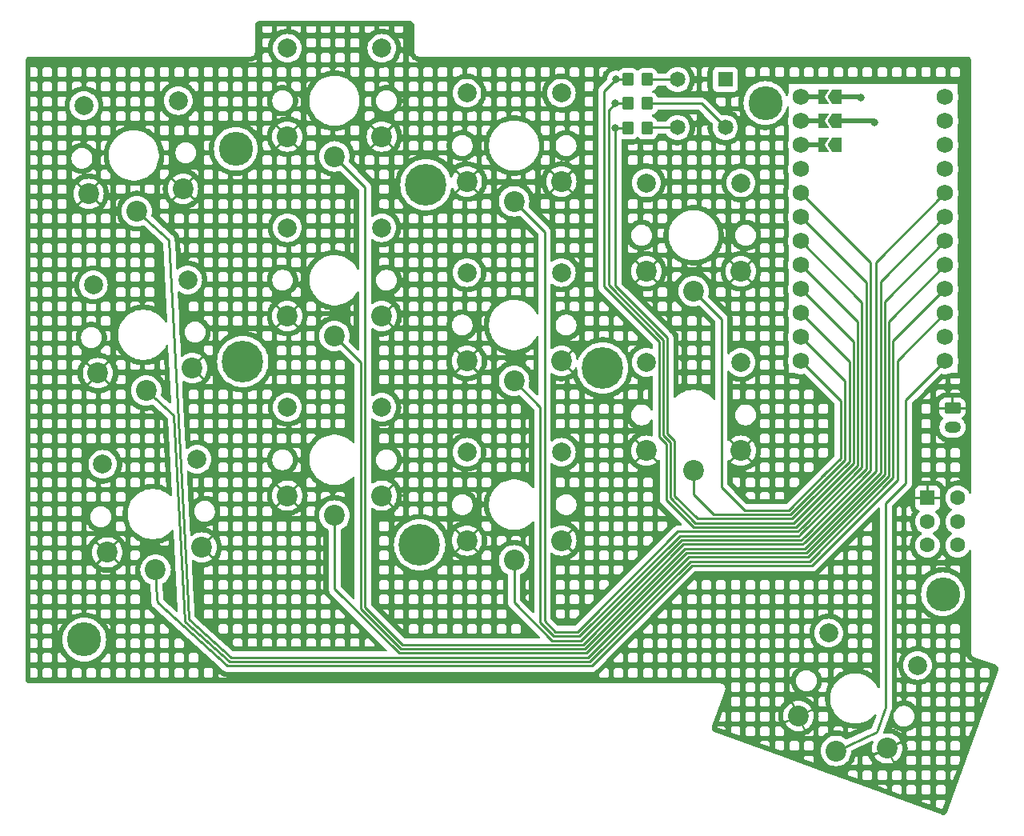
<source format=gbr>
%TF.GenerationSoftware,KiCad,Pcbnew,8.0.6-1.fc41*%
%TF.CreationDate,2024-12-09T10:01:21+11:00*%
%TF.ProjectId,pueo-mx-spaced,7075656f-2d6d-4782-9d73-70616365642e,0.1*%
%TF.SameCoordinates,Original*%
%TF.FileFunction,Copper,L1,Top*%
%TF.FilePolarity,Positive*%
%FSLAX46Y46*%
G04 Gerber Fmt 4.6, Leading zero omitted, Abs format (unit mm)*
G04 Created by KiCad (PCBNEW 8.0.6-1.fc41) date 2024-12-09 10:01:21*
%MOMM*%
%LPD*%
G01*
G04 APERTURE LIST*
G04 Aperture macros list*
%AMRoundRect*
0 Rectangle with rounded corners*
0 $1 Rounding radius*
0 $2 $3 $4 $5 $6 $7 $8 $9 X,Y pos of 4 corners*
0 Add a 4 corners polygon primitive as box body*
4,1,4,$2,$3,$4,$5,$6,$7,$8,$9,$2,$3,0*
0 Add four circle primitives for the rounded corners*
1,1,$1+$1,$2,$3*
1,1,$1+$1,$4,$5*
1,1,$1+$1,$6,$7*
1,1,$1+$1,$8,$9*
0 Add four rect primitives between the rounded corners*
20,1,$1+$1,$2,$3,$4,$5,0*
20,1,$1+$1,$4,$5,$6,$7,0*
20,1,$1+$1,$6,$7,$8,$9,0*
20,1,$1+$1,$8,$9,$2,$3,0*%
%AMFreePoly0*
4,1,6,0.500000,-0.750000,-0.650000,-0.750000,-0.150000,0.000000,-0.650000,0.750000,0.500000,0.750000,0.500000,-0.750000,0.500000,-0.750000,$1*%
%AMFreePoly1*
4,1,6,1.000000,0.000000,0.500000,-0.750000,-0.500000,-0.750000,-0.500000,0.750000,0.500000,0.750000,1.000000,0.000000,1.000000,0.000000,$1*%
G04 Aperture macros list end*
%TA.AperFunction,ComponentPad*%
%ADD10C,2.000000*%
%TD*%
%TA.AperFunction,ComponentPad*%
%ADD11C,2.200000*%
%TD*%
%TA.AperFunction,SMDPad,CuDef*%
%ADD12RoundRect,0.250000X-0.350000X-0.450000X0.350000X-0.450000X0.350000X0.450000X-0.350000X0.450000X0*%
%TD*%
%TA.AperFunction,ComponentPad*%
%ADD13O,1.750000X1.200000*%
%TD*%
%TA.AperFunction,ComponentPad*%
%ADD14C,4.400000*%
%TD*%
%TA.AperFunction,ComponentPad*%
%ADD15C,3.600000*%
%TD*%
%TA.AperFunction,ComponentPad*%
%ADD16RoundRect,0.250000X-0.625000X0.350000X-0.625000X-0.350000X0.625000X-0.350000X0.625000X0.350000X0*%
%TD*%
%TA.AperFunction,SMDPad,CuDef*%
%ADD17FreePoly0,180.000000*%
%TD*%
%TA.AperFunction,ComponentPad*%
%ADD18C,1.752600*%
%TD*%
%TA.AperFunction,SMDPad,CuDef*%
%ADD19R,1.524000X0.500000*%
%TD*%
%TA.AperFunction,SMDPad,CuDef*%
%ADD20FreePoly1,180.000000*%
%TD*%
%TA.AperFunction,ComponentPad*%
%ADD21R,1.640000X1.640000*%
%TD*%
%TA.AperFunction,ComponentPad*%
%ADD22C,1.640000*%
%TD*%
%TA.AperFunction,ComponentPad*%
%ADD23R,1.600000X1.600000*%
%TD*%
%TA.AperFunction,ComponentPad*%
%ADD24C,1.600000*%
%TD*%
%TA.AperFunction,ViaPad*%
%ADD25C,0.800000*%
%TD*%
%TA.AperFunction,Conductor*%
%ADD26C,0.250000*%
%TD*%
%TA.AperFunction,Conductor*%
%ADD27C,0.500000*%
%TD*%
G04 APERTURE END LIST*
D10*
%TO.P,S4,*%
%TO.N,*%
X109370515Y-61031412D03*
X119356810Y-60508052D03*
D11*
%TO.P,S4,1*%
%TO.N,P18*%
X114962907Y-72204038D03*
%TO.P,S4,2*%
%TO.N,GND*%
X109859854Y-70368598D03*
%TO.P,S4,3*%
X119846150Y-69845238D03*
%TD*%
D10*
%TO.P,S13,*%
%TO.N,*%
X188191365Y-116853071D03*
X197588289Y-120273275D03*
D11*
%TO.P,S13,1*%
%TO.N,P10*%
X188973696Y-129322655D03*
%TO.P,S13,2*%
%TO.N,GND*%
X184993475Y-125639199D03*
%TO.P,S13,3*%
X194390402Y-129059401D03*
%TD*%
D12*
%TO.P,REF\u002A\u002A,1*%
%TO.N,P5*%
X166981278Y-58254486D03*
%TO.P,REF\u002A\u002A,2*%
%TO.N,N/C*%
X168981278Y-58254490D03*
%TD*%
D10*
%TO.P,S8,*%
%TO.N,*%
X149891615Y-97708468D03*
X159891617Y-97708465D03*
D11*
%TO.P,S8,1*%
%TO.N,P2*%
X154891617Y-109158468D03*
%TO.P,S8,2*%
%TO.N,GND*%
X149891617Y-107058466D03*
%TO.P,S8,3*%
X159891617Y-107058466D03*
%TD*%
D13*
%TO.P,,2,Pin_2*%
%TO.N,N/C*%
X201282700Y-95048470D03*
%TD*%
D10*
%TO.P,S3,*%
%TO.N,*%
X110364897Y-80005369D03*
X120351192Y-79482009D03*
D11*
%TO.P,S3,1*%
%TO.N,P15*%
X115957289Y-91177995D03*
%TO.P,S3,2*%
%TO.N,GND*%
X110854236Y-89342555D03*
%TO.P,S3,3*%
X120840532Y-88819195D03*
%TD*%
D10*
%TO.P,S5,*%
%TO.N,*%
X130891614Y-92958472D03*
X140891616Y-92958469D03*
D11*
%TO.P,S5,1*%
%TO.N,P19*%
X135891616Y-104408472D03*
%TO.P,S5,2*%
%TO.N,GND*%
X130891616Y-102308470D03*
%TO.P,S5,3*%
X140891616Y-102308470D03*
%TD*%
D14*
%TO.P,,1*%
%TO.N,N/C*%
X144891617Y-107508466D03*
%TD*%
D15*
%TO.P,REF\u002A\u002A,1*%
%TO.N,N/C*%
X109402834Y-117541819D03*
%TD*%
D12*
%TO.P,REF\u002A\u002A,1*%
%TO.N,P6*%
X166981278Y-60817942D03*
%TO.P,REF\u002A\u002A,2*%
%TO.N,N/C*%
X168981278Y-60817946D03*
%TD*%
D10*
%TO.P,S12,*%
%TO.N,*%
X168891617Y-69208471D03*
X178891619Y-69208468D03*
D11*
%TO.P,S12,1*%
%TO.N,P9*%
X173891619Y-80658471D03*
%TO.P,S12,2*%
%TO.N,GND*%
X168891619Y-78558469D03*
%TO.P,S12,3*%
X178891619Y-78558469D03*
%TD*%
D15*
%TO.P,REF\u002A\u002A,1*%
%TO.N,N/C*%
X125439323Y-65613080D03*
%TD*%
D16*
%TO.P,,1,Pin_1*%
%TO.N,GND*%
X201282701Y-93048471D03*
%TD*%
D10*
%TO.P,S11,*%
%TO.N,*%
X168891615Y-88208467D03*
X178891617Y-88208464D03*
D11*
%TO.P,S11,1*%
%TO.N,P8*%
X173891617Y-99658467D03*
%TO.P,S11,2*%
%TO.N,GND*%
X168891617Y-97558465D03*
%TO.P,S11,3*%
X178891617Y-97558465D03*
%TD*%
D10*
%TO.P,S10,*%
%TO.N,*%
X149891616Y-59708471D03*
X159891618Y-59708468D03*
D11*
%TO.P,S10,1*%
%TO.N,P4*%
X154891618Y-71158471D03*
%TO.P,S10,2*%
%TO.N,GND*%
X149891618Y-69058469D03*
%TO.P,S10,3*%
X159891618Y-69058469D03*
%TD*%
D15*
%TO.P,REF\u002A\u002A,1*%
%TO.N,N/C*%
X181491618Y-60758466D03*
%TD*%
D17*
%TO.P,MCU1,*%
%TO.N,*%
X187566617Y-60138466D03*
D18*
X185271617Y-60138467D03*
D19*
X186641619Y-60138468D03*
D18*
X200511617Y-60138469D03*
D17*
X187566617Y-62678468D03*
D19*
X186641617Y-62678468D03*
D18*
X200511619Y-62678469D03*
X185271617Y-62678469D03*
X185271620Y-65218466D03*
D17*
X187566618Y-65218468D03*
D19*
X186641618Y-65218468D03*
D18*
X200511618Y-65218469D03*
X185271620Y-67758467D03*
X200511618Y-67758468D03*
D20*
%TO.P,MCU1,1*%
%TO.N,RAW*%
X189016619Y-60138467D03*
%TO.P,MCU1,2*%
%TO.N,GND*%
X189016618Y-62678467D03*
%TO.P,MCU1,3*%
%TO.N,RST*%
X189016618Y-65218469D03*
D18*
%TO.P,MCU1,5*%
%TO.N,P21*%
X200511618Y-70298469D03*
%TO.P,MCU1,6*%
%TO.N,P20*%
X200511619Y-72838467D03*
%TO.P,MCU1,7*%
%TO.N,P19*%
X200511618Y-75378468D03*
%TO.P,MCU1,8*%
%TO.N,P18*%
X200511618Y-77918468D03*
%TO.P,MCU1,9*%
%TO.N,P15*%
X200511616Y-80458469D03*
%TO.P,MCU1,10*%
%TO.N,P14*%
X200511616Y-82998470D03*
%TO.P,MCU1,11*%
%TO.N,P16*%
X200511619Y-85538467D03*
%TO.P,MCU1,12*%
%TO.N,P10*%
X200511619Y-88078469D03*
%TO.P,MCU1,17*%
%TO.N,P2*%
X185271618Y-70298468D03*
%TO.P,MCU1,18*%
%TO.N,P3*%
X185271618Y-72838468D03*
%TO.P,MCU1,19*%
%TO.N,P4*%
X185271617Y-75378469D03*
%TO.P,MCU1,20*%
%TO.N,P5*%
X185271618Y-77918467D03*
%TO.P,MCU1,21*%
%TO.N,P6*%
X185271618Y-80458468D03*
%TO.P,MCU1,22*%
%TO.N,P7*%
X185271618Y-82998467D03*
%TO.P,MCU1,23*%
%TO.N,P8*%
X185271617Y-85538467D03*
%TO.P,MCU1,24*%
%TO.N,P9*%
X185271619Y-88078467D03*
%TD*%
D10*
%TO.P,S6,*%
%TO.N,*%
X130891613Y-73958468D03*
X140891615Y-73958465D03*
D11*
%TO.P,S6,1*%
%TO.N,P20*%
X135891615Y-85408468D03*
%TO.P,S6,2*%
%TO.N,GND*%
X130891615Y-83308466D03*
%TO.P,S6,3*%
X140891615Y-83308466D03*
%TD*%
D10*
%TO.P,S2,*%
%TO.N,*%
X111359282Y-98979331D03*
X121345577Y-98455971D03*
D11*
%TO.P,S2,1*%
%TO.N,P14*%
X116951674Y-110151957D03*
%TO.P,S2,2*%
%TO.N,GND*%
X111848621Y-108316517D03*
%TO.P,S2,3*%
X121834917Y-107793157D03*
%TD*%
D10*
%TO.P,S7,*%
%TO.N,*%
X130891616Y-54958469D03*
X140891618Y-54958466D03*
D11*
%TO.P,S7,1*%
%TO.N,P21*%
X135891618Y-66408469D03*
%TO.P,S7,2*%
%TO.N,GND*%
X130891618Y-64308467D03*
%TO.P,S7,3*%
X140891618Y-64308467D03*
%TD*%
D12*
%TO.P,REF\u002A\u002A,1*%
%TO.N,P7*%
X166981279Y-63404487D03*
%TO.P,REF\u002A\u002A,2*%
%TO.N,N/C*%
X168981279Y-63404491D03*
%TD*%
D15*
%TO.P,REF\u002A\u002A,1*%
%TO.N,N/C*%
X200274472Y-112742162D03*
%TD*%
D14*
%TO.P,REF\u002A\u002A,1*%
%TO.N,N/C*%
X126176986Y-88128899D03*
X145556553Y-69414268D03*
X144891617Y-107508466D03*
X164271184Y-88793835D03*
%TD*%
D15*
%TO.P,,1*%
%TO.N,N/C*%
X200274472Y-112742162D03*
%TD*%
D21*
%TO.P,REF\u002A\u002A,1*%
%TO.N,RAW*%
X177248141Y-58277937D03*
D22*
%TO.P,REF\u002A\u002A,2*%
%TO.N,N/C*%
X177248141Y-63357939D03*
%TO.P,REF\u002A\u002A,3*%
X172168139Y-63357939D03*
%TO.P,REF\u002A\u002A,4*%
X172168139Y-58277937D03*
%TD*%
D10*
%TO.P,S9,*%
%TO.N,*%
X149891617Y-78708471D03*
X159891619Y-78708468D03*
D11*
%TO.P,S9,1*%
%TO.N,P3*%
X154891619Y-90158471D03*
%TO.P,S9,2*%
%TO.N,GND*%
X149891619Y-88058469D03*
%TO.P,S9,3*%
X159891619Y-88058469D03*
%TD*%
D23*
%TO.P,on/off,1*%
%TO.N,GND*%
X198638611Y-102553469D03*
D24*
%TO.P,on/off,2*%
%TO.N,N/C*%
X198638604Y-105053469D03*
%TO.P,on/off,3*%
%TO.N,RAW*%
X198638619Y-107553467D03*
%TO.P,on/off,4*%
%TO.N,N/C*%
X201838621Y-102553461D03*
%TO.P,on/off,5*%
X201838616Y-105053469D03*
%TO.P,on/off,6*%
X201838605Y-107553468D03*
%TD*%
D25*
%TO.N,P6*%
X165589550Y-60817940D03*
%TO.N,P5*%
X165652995Y-58254490D03*
%TO.N,P7*%
X165603292Y-63404489D03*
%TO.N,RAW*%
X191600000Y-60200000D03*
%TO.N,GND*%
X193000000Y-62800000D03*
%TD*%
D26*
%TO.N,*%
X172168143Y-58277938D02*
X169004727Y-58277939D01*
X172168141Y-63357939D02*
X169027834Y-63357941D01*
X174708140Y-60817938D02*
X168981280Y-60817945D01*
X169027834Y-63357941D02*
X168981279Y-63404489D01*
X169004727Y-58277939D02*
X168981278Y-58254492D01*
X177248146Y-63357937D02*
X174708140Y-60817938D01*
%TO.N,P2*%
X185271618Y-70298469D02*
X192611618Y-77638470D01*
X185261617Y-107010471D02*
X183836619Y-107010469D01*
X185634620Y-106637467D02*
X185261617Y-107010471D01*
X172610449Y-107010470D02*
X161986447Y-117634469D01*
X180068619Y-107010466D02*
X172610449Y-107010470D01*
X183836619Y-107010469D02*
X180068619Y-107010466D01*
X158898824Y-117634468D02*
X154891617Y-113627257D01*
X192611614Y-99660468D02*
X185634620Y-106637467D01*
X180068619Y-107010466D02*
X179750615Y-107010471D01*
X192611618Y-77638470D02*
X192611614Y-99660468D01*
X154891617Y-113627257D02*
X154891616Y-109158466D01*
X161986447Y-117634469D02*
X158898824Y-117634468D01*
%TO.N,P6*%
X184516034Y-105210464D02*
X190811617Y-98914884D01*
X174088827Y-105210466D02*
X184516034Y-105210464D01*
X164878290Y-61529196D02*
X164878289Y-80016535D01*
X170666617Y-92422627D02*
X170666617Y-95904470D01*
X166981279Y-60817940D02*
X165589550Y-60817940D01*
X171429617Y-96667468D02*
X171429618Y-102551259D01*
X190811617Y-85998471D02*
X185271618Y-80458469D01*
X171429618Y-102551259D02*
X174088827Y-105210466D01*
X170671620Y-85809866D02*
X170671619Y-92417627D01*
X164878289Y-80016535D02*
X170671620Y-85809866D01*
X170671619Y-92417627D02*
X170666617Y-92422627D01*
X190811617Y-98914884D02*
X190811617Y-85998471D01*
X170666617Y-95904470D02*
X171429617Y-96667468D01*
X165589550Y-60817940D02*
X164878290Y-61529196D01*
%TO.N,P4*%
X191711617Y-95260468D02*
X191711616Y-99287679D01*
X172237661Y-106110470D02*
X162703139Y-115644987D01*
X162783135Y-115564991D02*
X161613658Y-116734466D01*
X173291617Y-106110467D02*
X172237661Y-106110470D01*
X191711618Y-81818469D02*
X191711617Y-95260468D01*
X158116619Y-115579469D02*
X158116616Y-74383469D01*
X191711616Y-99287679D02*
X185375221Y-105624072D01*
X161613658Y-116734466D02*
X159271615Y-116734470D01*
X178411617Y-106110465D02*
X173291617Y-106110467D01*
X184888828Y-106110469D02*
X178411617Y-106110465D01*
X185271618Y-75378466D02*
X191711618Y-81818469D01*
X159271615Y-116734470D02*
X158116619Y-115579469D01*
X185375221Y-105624072D02*
X184888828Y-106110469D01*
X158116616Y-74383469D02*
X154891619Y-71158467D01*
%TO.N,P3*%
X161800053Y-117184469D02*
X159085225Y-117184469D01*
X178921616Y-106560468D02*
X178670616Y-106560468D01*
X172424054Y-106560468D02*
X161800053Y-117184469D01*
X185271620Y-72838465D02*
X192161621Y-79728467D01*
X182599616Y-106560469D02*
X178921616Y-106560468D01*
X192161615Y-99474071D02*
X185184422Y-106451271D01*
X159085225Y-117184469D02*
X157666620Y-115765863D01*
X192161621Y-79728467D02*
X192161620Y-96860465D01*
X178921616Y-106560468D02*
X172424054Y-106560468D01*
X157666620Y-115765863D02*
X157666622Y-92933466D01*
X192161620Y-96860465D02*
X192161615Y-99474071D01*
X185075222Y-106560469D02*
X182599616Y-106560469D01*
X185184422Y-106451271D02*
X185075222Y-106560469D01*
X157666622Y-92933466D02*
X154891618Y-90158466D01*
%TO.N,P5*%
X170216617Y-86861464D02*
X170216615Y-95878471D01*
X170221619Y-85996260D02*
X170221617Y-86856467D01*
X170979618Y-102737655D02*
X173902431Y-105660468D01*
X164428290Y-80202934D02*
X170221619Y-85996260D01*
X170221617Y-86856467D02*
X170216617Y-86861464D01*
X173902431Y-105660468D02*
X184702429Y-105660467D01*
X191261615Y-99101281D02*
X191261619Y-83908467D01*
X170216615Y-96090865D02*
X170979618Y-96853863D01*
X165652995Y-58254490D02*
X164428288Y-59479195D01*
X164428288Y-59479195D02*
X164428290Y-80202934D01*
X166981280Y-58254495D02*
X165652995Y-58254490D01*
X191261619Y-83908467D02*
X185271618Y-77918466D01*
X170216615Y-95878471D02*
X170216615Y-96090865D01*
X170979618Y-96853863D02*
X170979618Y-102737655D01*
X184702429Y-105660467D02*
X191261615Y-99101281D01*
%TO.N,P7*%
X171121620Y-85623464D02*
X171121617Y-92604026D01*
X166981279Y-63404490D02*
X165603292Y-63404489D01*
X190361618Y-98728490D02*
X186120629Y-102969479D01*
X186120629Y-102969479D02*
X186020630Y-103069478D01*
X185271617Y-82998468D02*
X190361616Y-88088467D01*
X166506284Y-63879494D02*
X166981279Y-63404490D01*
X165603292Y-63404489D02*
X165603291Y-80105145D01*
X184329635Y-104760466D02*
X186120629Y-102969479D01*
X190361616Y-88088467D02*
X190361618Y-98728490D01*
X171121617Y-92604026D02*
X171116620Y-92609026D01*
X171116618Y-95718071D02*
X171879618Y-96481071D01*
X165603291Y-80105145D02*
X171121620Y-85623464D01*
X171879620Y-102364863D02*
X174275223Y-104760468D01*
X171116620Y-92609026D02*
X171116618Y-95718071D01*
X174275223Y-104760468D02*
X184329635Y-104760466D01*
X171879618Y-96481071D02*
X171879620Y-102364863D01*
%TO.N,P8*%
X189911616Y-98542093D02*
X186502432Y-101951278D01*
X186502432Y-101951278D02*
X186402430Y-102051282D01*
X189911619Y-98260468D02*
X189911616Y-98542093D01*
X185271616Y-85538470D02*
X189911618Y-90178467D01*
X176046617Y-104310469D02*
X173891618Y-102155465D01*
X184143242Y-104310467D02*
X176046617Y-104310469D01*
X173891618Y-102155465D02*
X173891619Y-99658466D01*
X189911618Y-90178467D02*
X189911619Y-98260468D01*
X186502432Y-101951278D02*
X184143242Y-104310467D01*
D27*
%TO.N,RAW*%
X189016619Y-60138467D02*
X191538467Y-60138467D01*
X191538467Y-60138467D02*
X191600000Y-60200000D01*
%TO.N,GND*%
X189016618Y-62678467D02*
X192878467Y-62678467D01*
X192878467Y-62678467D02*
X193000000Y-62800000D01*
D26*
%TO.N,P21*%
X181144614Y-107460467D02*
X181011617Y-107460467D01*
X193211618Y-99696861D02*
X185622317Y-107286164D01*
X185622317Y-107286164D02*
X185448016Y-107460466D01*
X184638617Y-107460465D02*
X184447617Y-107460469D01*
X172796843Y-107460466D02*
X162172845Y-118084466D01*
X162172845Y-118084466D02*
X143083013Y-118084466D01*
X139116618Y-114118071D02*
X139116620Y-69633470D01*
X143083013Y-118084466D02*
X139116618Y-114118071D01*
X185448016Y-107460466D02*
X184638617Y-107460465D01*
X184638617Y-107460465D02*
X181144614Y-107460467D01*
X181144614Y-107460467D02*
X172796843Y-107460466D01*
X200511616Y-70298467D02*
X193211617Y-77598467D01*
X193211617Y-77598467D02*
X193211618Y-99696861D01*
X139116620Y-69633470D02*
X135891617Y-66408471D01*
%TO.N,P20*%
X193661614Y-99883260D02*
X186048010Y-107496864D01*
X184975619Y-107910467D02*
X181660619Y-107910468D01*
X159558618Y-118534470D02*
X142896616Y-118534468D01*
X138666617Y-88183469D02*
X138666616Y-114304467D01*
X186048010Y-107496864D02*
X185634410Y-107910467D01*
X172983243Y-107910468D02*
X162359242Y-118534469D01*
X159681618Y-118534468D02*
X159558618Y-118534470D01*
X200511618Y-72838466D02*
X193661618Y-79688467D01*
X138666616Y-114304467D02*
X142896616Y-118534468D01*
X162359242Y-118534469D02*
X159681618Y-118534468D01*
X135891618Y-85408469D02*
X138666617Y-88183469D01*
X193661618Y-95660469D02*
X193661614Y-99883260D01*
X181660619Y-107910468D02*
X172983243Y-107910468D01*
X185634410Y-107910467D02*
X184975619Y-107910467D01*
X193661618Y-79688467D02*
X193661618Y-95660469D01*
%TO.N,P19*%
X194111617Y-81778469D02*
X194111618Y-83682072D01*
X162545637Y-118984470D02*
X158849617Y-118984466D01*
X173169638Y-108360467D02*
X162545637Y-118984470D01*
X187166212Y-107015060D02*
X185820806Y-108360465D01*
X194111618Y-83682072D02*
X194111617Y-100069657D01*
X135891618Y-112165865D02*
X135891621Y-104408469D01*
X194111617Y-100069657D02*
X187166212Y-107015060D01*
X182256618Y-108360468D02*
X182068620Y-108360468D01*
X142710221Y-118984468D02*
X135891618Y-112165865D01*
X158778620Y-118984466D02*
X158590619Y-118984468D01*
X185448018Y-108360469D02*
X182256618Y-108360468D01*
X158849617Y-118984466D02*
X142710221Y-118984468D01*
X185820806Y-108360465D02*
X185448018Y-108360469D01*
X182256618Y-108360468D02*
X173169638Y-108360467D01*
X194111617Y-81778469D02*
X200511618Y-75378468D01*
X158849617Y-118984466D02*
X158778620Y-118984466D01*
%TO.N,P18*%
X157846614Y-119434470D02*
X124915680Y-119434467D01*
X118352273Y-75255841D02*
X120271957Y-111885622D01*
X186007202Y-108810465D02*
X173356033Y-108810465D01*
X162732032Y-119434466D02*
X157846614Y-119434470D01*
X200511617Y-77918467D02*
X194561621Y-83868471D01*
X120271957Y-111885622D02*
X120457189Y-115420022D01*
X173356033Y-108810465D02*
X162732032Y-119434466D01*
X114962905Y-72204043D02*
X118352273Y-75255841D01*
X194561617Y-100256051D02*
X186007202Y-108810465D01*
X194561621Y-83868471D02*
X194561617Y-100256051D01*
X120457189Y-115420022D02*
X124915680Y-119434467D01*
%TO.N,P15*%
X195011616Y-85958466D02*
X195011614Y-100442448D01*
X186193597Y-109260467D02*
X173542429Y-109260469D01*
X157960616Y-119884465D02*
X157351617Y-119884469D01*
X120017560Y-115629716D02*
X124742944Y-119884468D01*
X124742944Y-119884468D02*
X124793005Y-119884469D01*
X124793005Y-119884469D02*
X124793064Y-119884465D01*
X162918430Y-119884469D02*
X157960616Y-119884465D01*
X118873720Y-93803963D02*
X120017560Y-115629716D01*
X115957290Y-91177999D02*
X118873720Y-93803963D01*
X200511617Y-80458466D02*
X195011616Y-85958466D01*
X124793064Y-119884465D02*
X157960616Y-119884465D01*
X195011614Y-100442448D02*
X186193597Y-109260467D01*
X173542429Y-109260469D02*
X162918430Y-119884469D01*
%TO.N,P14*%
X195461617Y-100628842D02*
X186379993Y-109710470D01*
X117134438Y-113639275D02*
X124570202Y-120334469D01*
X173728826Y-109710470D02*
X163104825Y-120334464D01*
X156927619Y-120334468D02*
X124713504Y-120334469D01*
X186379993Y-109710470D02*
X173728826Y-109710470D01*
X156927619Y-120334468D02*
X156693616Y-120334463D01*
X195461620Y-88048466D02*
X195461617Y-100628842D01*
X163104825Y-120334464D02*
X156927619Y-120334468D01*
X200511614Y-82998467D02*
X195461620Y-88048466D01*
X117111093Y-113193842D02*
X117134438Y-113639275D01*
X116951675Y-110151960D02*
X117111093Y-113193842D01*
X124570202Y-120334469D02*
X124713504Y-120334469D01*
%TO.N,P10*%
X195657204Y-101706053D02*
X195657202Y-101706052D01*
X200511617Y-88078465D02*
X196361617Y-92228467D01*
X193298729Y-127305857D02*
X194250642Y-124690500D01*
X196361613Y-101001635D02*
X195742702Y-101620551D01*
X196361617Y-92228467D02*
X196361613Y-101001635D01*
X188973697Y-129322653D02*
X193298729Y-127305857D01*
X195742702Y-101620551D02*
X195657204Y-101706053D01*
X194250642Y-124690500D02*
X194250643Y-103112615D01*
X195657202Y-101706052D02*
X194250643Y-103112615D01*
%TO.N,P9*%
X187884233Y-99933081D02*
X183956845Y-103860470D01*
X179273618Y-103860466D02*
X176833614Y-101420471D01*
X189461621Y-92268465D02*
X189461617Y-96060467D01*
X176833617Y-83600470D02*
X173891614Y-80658468D01*
X183956845Y-103860470D02*
X179273618Y-103860466D01*
X176833614Y-101420471D02*
X176833617Y-83600470D01*
X187884233Y-99933081D02*
X187684233Y-100133080D01*
X185271618Y-88078467D02*
X189461621Y-92268465D01*
X189461617Y-96060467D02*
X189461620Y-98355697D01*
X189461620Y-98355697D02*
X187884233Y-99933081D01*
%TD*%
%TA.AperFunction,Conductor*%
%TO.N,GND*%
G36*
X143845339Y-52083969D02*
G01*
X143845385Y-52083978D01*
X143867099Y-52083974D01*
X143867100Y-52083975D01*
X143883505Y-52083972D01*
X143899689Y-52085030D01*
X143985319Y-52096292D01*
X144016581Y-52104664D01*
X144088806Y-52134574D01*
X144116844Y-52150759D01*
X144178859Y-52198341D01*
X144201753Y-52221235D01*
X144249334Y-52283245D01*
X144265521Y-52311284D01*
X144295429Y-52383500D01*
X144303806Y-52414775D01*
X144315057Y-52500309D01*
X144316116Y-52516494D01*
X144316112Y-52553085D01*
X144316117Y-52553116D01*
X144316117Y-55222109D01*
X144316114Y-55222141D01*
X144316118Y-55258477D01*
X144316118Y-55285206D01*
X144316135Y-55285388D01*
X144316140Y-55323314D01*
X144345006Y-55449737D01*
X144345009Y-55449744D01*
X144401276Y-55566570D01*
X144482128Y-55667954D01*
X144500955Y-55682969D01*
X144583512Y-55748812D01*
X144700343Y-55805086D01*
X144826765Y-55833958D01*
X144862156Y-55833962D01*
X144862197Y-55833967D01*
X144876598Y-55833967D01*
X144891605Y-55833967D01*
X144891610Y-55833967D01*
X144916135Y-55833971D01*
X144916135Y-55833970D01*
X144937217Y-55833973D01*
X144937256Y-55833967D01*
X202795338Y-55833967D01*
X202795384Y-55833976D01*
X202817098Y-55833972D01*
X202817099Y-55833973D01*
X202833505Y-55833970D01*
X202849687Y-55835028D01*
X202935315Y-55846290D01*
X202966584Y-55854663D01*
X203038808Y-55884571D01*
X203066846Y-55900757D01*
X203128858Y-55948337D01*
X203151751Y-55971229D01*
X203199336Y-56033244D01*
X203215522Y-56061282D01*
X203245430Y-56133499D01*
X203253807Y-56164770D01*
X203265058Y-56250301D01*
X203266117Y-56266487D01*
X203266113Y-56303084D01*
X203266118Y-56303115D01*
X203266118Y-101959238D01*
X203246433Y-102026277D01*
X203193629Y-102072032D01*
X203124471Y-102081976D01*
X203060915Y-102052951D01*
X203029736Y-102011642D01*
X203020382Y-101991582D01*
X202976144Y-101896712D01*
X202844819Y-101709161D01*
X202682921Y-101547263D01*
X202495370Y-101415938D01*
X202472904Y-101405462D01*
X202287870Y-101319179D01*
X202287859Y-101319175D01*
X202066710Y-101259918D01*
X202066702Y-101259917D01*
X201838623Y-101239963D01*
X201838619Y-101239963D01*
X201610539Y-101259917D01*
X201610531Y-101259918D01*
X201389382Y-101319175D01*
X201389371Y-101319179D01*
X201181875Y-101415936D01*
X201181873Y-101415937D01*
X201139012Y-101445949D01*
X200994321Y-101547263D01*
X200994319Y-101547264D01*
X200994316Y-101547267D01*
X200832427Y-101709156D01*
X200832424Y-101709159D01*
X200832423Y-101709161D01*
X200823236Y-101722282D01*
X200701097Y-101896713D01*
X200701096Y-101896715D01*
X200604339Y-102104211D01*
X200604335Y-102104222D01*
X200545078Y-102325371D01*
X200545077Y-102325379D01*
X200525123Y-102553459D01*
X200525123Y-102553462D01*
X200545077Y-102781542D01*
X200545078Y-102781550D01*
X200604335Y-103002699D01*
X200604339Y-103002710D01*
X200699732Y-103207281D01*
X200701098Y-103210210D01*
X200832423Y-103397761D01*
X200994321Y-103559659D01*
X201181872Y-103690984D01*
X201182070Y-103691076D01*
X201182142Y-103691140D01*
X201186558Y-103693689D01*
X201186045Y-103694576D01*
X201234514Y-103737243D01*
X201253673Y-103804434D01*
X201233464Y-103871317D01*
X201186066Y-103912398D01*
X201186553Y-103913241D01*
X201182183Y-103915763D01*
X201182100Y-103915836D01*
X201181881Y-103915938D01*
X201181868Y-103915945D01*
X201181867Y-103915946D01*
X200994316Y-104047271D01*
X200994314Y-104047272D01*
X200994311Y-104047275D01*
X200832422Y-104209164D01*
X200832419Y-104209167D01*
X200832418Y-104209169D01*
X200783398Y-104279177D01*
X200701092Y-104396721D01*
X200701091Y-104396723D01*
X200604334Y-104604219D01*
X200604330Y-104604230D01*
X200545073Y-104825379D01*
X200545072Y-104825387D01*
X200525118Y-105053467D01*
X200525118Y-105053470D01*
X200545072Y-105281550D01*
X200545073Y-105281558D01*
X200604330Y-105502707D01*
X200604334Y-105502718D01*
X200688198Y-105682565D01*
X200701093Y-105710218D01*
X200832418Y-105897769D01*
X200994316Y-106059667D01*
X201181867Y-106190992D01*
X201182054Y-106191079D01*
X201182122Y-106191139D01*
X201186553Y-106193697D01*
X201186039Y-106194587D01*
X201234497Y-106237246D01*
X201253655Y-106304437D01*
X201233446Y-106371320D01*
X201186055Y-106412396D01*
X201186542Y-106413240D01*
X201182170Y-106415763D01*
X201182087Y-106415836D01*
X201181869Y-106415937D01*
X201181857Y-106415944D01*
X201181856Y-106415945D01*
X200994305Y-106547270D01*
X200994303Y-106547271D01*
X200994300Y-106547274D01*
X200832411Y-106709163D01*
X200832408Y-106709166D01*
X200832407Y-106709168D01*
X200804635Y-106748831D01*
X200701081Y-106896720D01*
X200701080Y-106896722D01*
X200604323Y-107104218D01*
X200604319Y-107104229D01*
X200545062Y-107325378D01*
X200545061Y-107325386D01*
X200525107Y-107553466D01*
X200525107Y-107553469D01*
X200545061Y-107781549D01*
X200545062Y-107781557D01*
X200604319Y-108002706D01*
X200604323Y-108002717D01*
X200686485Y-108178914D01*
X200701082Y-108210217D01*
X200832407Y-108397768D01*
X200994305Y-108559666D01*
X201181856Y-108690991D01*
X201290054Y-108741444D01*
X201389355Y-108787749D01*
X201389357Y-108787749D01*
X201389362Y-108787752D01*
X201610518Y-108847011D01*
X201754663Y-108859622D01*
X201838603Y-108866966D01*
X201838605Y-108866966D01*
X201838607Y-108866966D01*
X201895626Y-108861977D01*
X202066692Y-108847011D01*
X202287848Y-108787752D01*
X202495354Y-108690991D01*
X202682905Y-108559666D01*
X202844803Y-108397768D01*
X202976128Y-108210217D01*
X203029738Y-108095247D01*
X203075907Y-108042813D01*
X203143101Y-108023660D01*
X203209982Y-108043875D01*
X203255317Y-108097040D01*
X203266118Y-108147656D01*
X203266118Y-118904609D01*
X203266194Y-118905377D01*
X203266208Y-118936675D01*
X203289978Y-119051819D01*
X203336540Y-119159785D01*
X203403966Y-119256097D01*
X203403970Y-119256102D01*
X203489481Y-119336798D01*
X203589543Y-119398536D01*
X203608075Y-119405293D01*
X203608134Y-119405337D01*
X203618709Y-119409188D01*
X203618737Y-119409201D01*
X203630671Y-119413544D01*
X203630672Y-119413545D01*
X203642712Y-119417926D01*
X203644773Y-119418677D01*
X203644773Y-119418678D01*
X203667824Y-119427071D01*
X203667825Y-119427070D01*
X203689290Y-119434886D01*
X203689319Y-119434890D01*
X205869702Y-120228479D01*
X205869720Y-120228489D01*
X205888321Y-120235258D01*
X205888322Y-120235259D01*
X205903737Y-120240868D01*
X205918576Y-120247397D01*
X205995203Y-120287280D01*
X206021718Y-120305843D01*
X206079361Y-120358653D01*
X206100170Y-120383447D01*
X206136490Y-120440449D01*
X206142182Y-120449383D01*
X206155863Y-120478716D01*
X206179378Y-120553274D01*
X206185002Y-120585152D01*
X206188419Y-120663256D01*
X206185600Y-120695506D01*
X206167043Y-120779239D01*
X206162545Y-120794700D01*
X206162385Y-120795141D01*
X206162342Y-120795261D01*
X200705792Y-135787005D01*
X200705779Y-135787030D01*
X200695533Y-135815188D01*
X200689003Y-135830031D01*
X200649132Y-135906639D01*
X200630564Y-135933161D01*
X200577760Y-135990792D01*
X200552959Y-136011604D01*
X200487040Y-136053599D01*
X200457698Y-136067280D01*
X200383150Y-136090782D01*
X200351268Y-136096402D01*
X200276423Y-136099664D01*
X200273183Y-136099805D01*
X200240932Y-136096982D01*
X200209440Y-136089997D01*
X200156536Y-136078262D01*
X200140966Y-136073722D01*
X200109634Y-136062314D01*
X200109603Y-136062307D01*
X196186266Y-134634329D01*
X197990117Y-134634329D01*
X197990117Y-134707705D01*
X198992117Y-135072404D01*
X198992117Y-134634329D01*
X199540117Y-134634329D01*
X199540117Y-135271860D01*
X200122874Y-135483967D01*
X200232918Y-135483967D01*
X200542117Y-134634449D01*
X200542117Y-134634329D01*
X200389755Y-134481967D01*
X199692479Y-134481967D01*
X199540117Y-134634329D01*
X198992117Y-134634329D01*
X198839755Y-134481967D01*
X198142479Y-134481967D01*
X197990117Y-134634329D01*
X196186266Y-134634329D01*
X191788517Y-133033679D01*
X193390766Y-133033679D01*
X194342117Y-133379942D01*
X194342117Y-133084329D01*
X194890117Y-133084329D01*
X194890117Y-133579398D01*
X195772984Y-133900736D01*
X195892117Y-133781604D01*
X195892117Y-133084329D01*
X196440117Y-133084329D01*
X196440117Y-133781605D01*
X196592479Y-133933967D01*
X197289755Y-133933967D01*
X197442117Y-133781605D01*
X197442117Y-133084329D01*
X197990117Y-133084329D01*
X197990117Y-133781605D01*
X198142479Y-133933967D01*
X198839755Y-133933967D01*
X198992117Y-133781605D01*
X198992117Y-133084329D01*
X199540117Y-133084329D01*
X199540117Y-133781605D01*
X199692479Y-133933967D01*
X200389755Y-133933967D01*
X200542117Y-133781605D01*
X200542117Y-133084329D01*
X200389755Y-132931967D01*
X199692479Y-132931967D01*
X199540117Y-133084329D01*
X198992117Y-133084329D01*
X198839755Y-132931967D01*
X198142479Y-132931967D01*
X197990117Y-133084329D01*
X197442117Y-133084329D01*
X197289755Y-132931967D01*
X196592479Y-132931967D01*
X196440117Y-133084329D01*
X195892117Y-133084329D01*
X195739755Y-132931967D01*
X195042479Y-132931967D01*
X194890117Y-133084329D01*
X194342117Y-133084329D01*
X194189755Y-132931967D01*
X193492479Y-132931967D01*
X193390766Y-133033679D01*
X191788517Y-133033679D01*
X187669087Y-131534329D01*
X190240117Y-131534329D01*
X190240117Y-131886937D01*
X191227430Y-132246289D01*
X191242117Y-132231603D01*
X191242117Y-131534329D01*
X191790117Y-131534329D01*
X191790117Y-132231605D01*
X191942479Y-132383967D01*
X192639755Y-132383967D01*
X192792117Y-132231605D01*
X192792117Y-131534329D01*
X193340117Y-131534329D01*
X193340117Y-132231605D01*
X193492479Y-132383967D01*
X194189755Y-132383967D01*
X194342117Y-132231605D01*
X194342117Y-131534329D01*
X194890117Y-131534329D01*
X194890117Y-132231605D01*
X195042479Y-132383967D01*
X195739755Y-132383967D01*
X195892117Y-132231605D01*
X195892117Y-131534329D01*
X196440117Y-131534329D01*
X196440117Y-132231605D01*
X196592479Y-132383967D01*
X197289755Y-132383967D01*
X197442117Y-132231605D01*
X197442117Y-131534329D01*
X197990117Y-131534329D01*
X197990117Y-132231605D01*
X198142479Y-132383967D01*
X198839755Y-132383967D01*
X198992117Y-132231605D01*
X198992117Y-131534329D01*
X199540117Y-131534329D01*
X199540117Y-132231605D01*
X199692479Y-132383967D01*
X200389755Y-132383967D01*
X200542117Y-132231605D01*
X200542117Y-131534329D01*
X201090117Y-131534329D01*
X201090117Y-132231605D01*
X201242479Y-132383967D01*
X201361226Y-132383967D01*
X201725924Y-131381967D01*
X201242479Y-131381967D01*
X201090117Y-131534329D01*
X200542117Y-131534329D01*
X200389755Y-131381967D01*
X199692479Y-131381967D01*
X199540117Y-131534329D01*
X198992117Y-131534329D01*
X198839755Y-131381967D01*
X198142479Y-131381967D01*
X197990117Y-131534329D01*
X197442117Y-131534329D01*
X197289755Y-131381967D01*
X196592479Y-131381967D01*
X196440117Y-131534329D01*
X195892117Y-131534329D01*
X195739755Y-131381967D01*
X195042479Y-131381967D01*
X194890117Y-131534329D01*
X194342117Y-131534329D01*
X194189755Y-131381967D01*
X193492479Y-131381967D01*
X193340117Y-131534329D01*
X192792117Y-131534329D01*
X192639755Y-131381967D01*
X191942479Y-131381967D01*
X191790117Y-131534329D01*
X191242117Y-131534329D01*
X191089755Y-131381967D01*
X190392479Y-131381967D01*
X190240117Y-131534329D01*
X187669087Y-131534329D01*
X183410497Y-129984329D01*
X185590117Y-129984329D01*
X185590117Y-130194474D01*
X186592117Y-130559173D01*
X186592117Y-129984329D01*
X186439755Y-129831967D01*
X185742479Y-129831967D01*
X185590117Y-129984329D01*
X183410497Y-129984329D01*
X179151907Y-128434329D01*
X180940117Y-128434329D01*
X180940117Y-128502012D01*
X181942117Y-128866711D01*
X181942117Y-128434329D01*
X182490117Y-128434329D01*
X182490117Y-129066167D01*
X183088515Y-129283967D01*
X183339755Y-129283967D01*
X183492117Y-129131605D01*
X183492117Y-128434329D01*
X184040117Y-128434329D01*
X184040117Y-129131605D01*
X184192479Y-129283967D01*
X184889755Y-129283967D01*
X185042117Y-129131605D01*
X185042117Y-128434329D01*
X185590117Y-128434329D01*
X185590117Y-129131605D01*
X185742479Y-129283967D01*
X186439755Y-129283967D01*
X186592117Y-129131605D01*
X186592117Y-128434329D01*
X186439755Y-128281967D01*
X185742479Y-128281967D01*
X185590117Y-128434329D01*
X185042117Y-128434329D01*
X184889755Y-128281967D01*
X184192479Y-128281967D01*
X184040117Y-128434329D01*
X183492117Y-128434329D01*
X183339755Y-128281967D01*
X182642479Y-128281967D01*
X182490117Y-128434329D01*
X181942117Y-128434329D01*
X181789755Y-128281967D01*
X181092479Y-128281967D01*
X180940117Y-128434329D01*
X179151907Y-128434329D01*
X176113530Y-127328450D01*
X176113511Y-127328440D01*
X176079498Y-127316062D01*
X176064657Y-127309533D01*
X175992329Y-127271890D01*
X175988045Y-127269660D01*
X175961524Y-127251093D01*
X175903886Y-127198283D01*
X175883078Y-127173488D01*
X175841076Y-127107562D01*
X175827396Y-127078226D01*
X175803889Y-127003671D01*
X175798268Y-126971792D01*
X175796832Y-126938890D01*
X175794859Y-126893697D01*
X175797682Y-126861453D01*
X175802312Y-126840573D01*
X176375347Y-126840573D01*
X177292117Y-127174250D01*
X177292117Y-126884329D01*
X177840117Y-126884329D01*
X177840117Y-127373706D01*
X178727158Y-127696562D01*
X178842117Y-127581604D01*
X178842117Y-126884329D01*
X179390117Y-126884329D01*
X179390117Y-127581605D01*
X179542479Y-127733967D01*
X180239755Y-127733967D01*
X180392117Y-127581605D01*
X180392117Y-126884329D01*
X180940117Y-126884329D01*
X180940117Y-127581605D01*
X181092479Y-127733967D01*
X181789755Y-127733967D01*
X181942117Y-127581605D01*
X181942117Y-126884329D01*
X182490117Y-126884329D01*
X182490117Y-127581605D01*
X182642479Y-127733967D01*
X183339755Y-127733967D01*
X183396404Y-127677318D01*
X185685830Y-127677318D01*
X185742479Y-127733967D01*
X186439755Y-127733967D01*
X186592117Y-127581605D01*
X186592117Y-127074854D01*
X186538057Y-127138151D01*
X186534822Y-127141791D01*
X186526824Y-127150443D01*
X186523450Y-127153952D01*
X186508228Y-127169174D01*
X186504719Y-127172548D01*
X186496067Y-127180546D01*
X186492427Y-127183781D01*
X186284549Y-127361326D01*
X186280777Y-127364421D01*
X186271513Y-127371723D01*
X186267630Y-127374662D01*
X186250213Y-127387314D01*
X186246223Y-127390094D01*
X186236436Y-127396633D01*
X186232338Y-127399257D01*
X185965623Y-127562698D01*
X185916749Y-127579944D01*
X185897672Y-127582412D01*
X185870053Y-127601087D01*
X185689205Y-127675997D01*
X185685830Y-127677318D01*
X183396404Y-127677318D01*
X183492117Y-127581605D01*
X183492117Y-127181642D01*
X183490883Y-127180546D01*
X183482231Y-127172548D01*
X183478722Y-127169174D01*
X183463500Y-127153952D01*
X183460126Y-127150443D01*
X183452128Y-127141791D01*
X183448893Y-127138151D01*
X183271351Y-126930276D01*
X183268263Y-126926513D01*
X183260966Y-126917257D01*
X183258025Y-126913372D01*
X183245372Y-126895956D01*
X183242583Y-126891954D01*
X183236040Y-126882160D01*
X183233420Y-126878068D01*
X183143890Y-126731967D01*
X182642479Y-126731967D01*
X182490117Y-126884329D01*
X181942117Y-126884329D01*
X181789755Y-126731967D01*
X181092479Y-126731967D01*
X180940117Y-126884329D01*
X180392117Y-126884329D01*
X180239755Y-126731967D01*
X179542479Y-126731967D01*
X179390117Y-126884329D01*
X178842117Y-126884329D01*
X178689755Y-126731967D01*
X177992479Y-126731967D01*
X177840117Y-126884329D01*
X177292117Y-126884329D01*
X177139755Y-126731967D01*
X176442480Y-126731967D01*
X176399081Y-126775364D01*
X176375347Y-126840573D01*
X175802312Y-126840573D01*
X175816348Y-126777275D01*
X175820882Y-126761715D01*
X175826547Y-126746155D01*
X175826546Y-126746154D01*
X175835282Y-126722156D01*
X175835282Y-126722149D01*
X176031164Y-126183967D01*
X176614333Y-126183967D01*
X177139755Y-126183967D01*
X177292117Y-126031605D01*
X177292117Y-125334329D01*
X177840117Y-125334329D01*
X177840117Y-126031605D01*
X177992479Y-126183967D01*
X178689755Y-126183967D01*
X178842117Y-126031605D01*
X178842117Y-125334329D01*
X179390117Y-125334329D01*
X179390117Y-126031605D01*
X179542479Y-126183967D01*
X180239755Y-126183967D01*
X180392117Y-126031605D01*
X180392117Y-125334329D01*
X180940117Y-125334329D01*
X180940117Y-126031605D01*
X181092479Y-126183967D01*
X181789755Y-126183967D01*
X181942117Y-126031605D01*
X181942117Y-125334329D01*
X182490117Y-125334329D01*
X182490117Y-126031605D01*
X182642479Y-126183967D01*
X182915226Y-126183967D01*
X182872915Y-126007727D01*
X182871871Y-126002967D01*
X182869572Y-125991407D01*
X182868716Y-125986616D01*
X182865349Y-125965355D01*
X182864682Y-125960530D01*
X182863298Y-125948834D01*
X182862821Y-125943992D01*
X182841372Y-125671465D01*
X182841086Y-125666609D01*
X182840623Y-125654836D01*
X182840527Y-125649963D01*
X182840527Y-125639199D01*
X183388527Y-125639199D01*
X183408287Y-125890271D01*
X183467079Y-126135156D01*
X183467079Y-126135158D01*
X183494118Y-126200436D01*
X183494119Y-126200437D01*
X184408449Y-125774076D01*
X184434364Y-125870790D01*
X184510351Y-126002403D01*
X183599735Y-126427031D01*
X183695048Y-126582568D01*
X183858605Y-126774068D01*
X184050107Y-126937627D01*
X184050112Y-126937630D01*
X184264843Y-127069218D01*
X184497518Y-127165595D01*
X184742402Y-127224386D01*
X184993475Y-127244146D01*
X185244547Y-127224386D01*
X185489426Y-127165596D01*
X185554713Y-127138553D01*
X185128353Y-126224224D01*
X185225066Y-126198310D01*
X185356680Y-126122321D01*
X185781308Y-127032937D01*
X185936837Y-126937629D01*
X185936850Y-126937620D01*
X185999245Y-126884329D01*
X187140117Y-126884329D01*
X187140117Y-127581605D01*
X187292479Y-127733967D01*
X187513300Y-127733967D01*
X187677603Y-127593638D01*
X187681361Y-127590554D01*
X187690607Y-127583264D01*
X187694491Y-127580323D01*
X187711906Y-127567669D01*
X187715904Y-127564883D01*
X187725708Y-127558332D01*
X187729810Y-127555706D01*
X187937446Y-127428467D01*
X190240117Y-127428467D01*
X191220191Y-126971451D01*
X191194182Y-126974382D01*
X191190711Y-126974724D01*
X191182322Y-126975431D01*
X191178862Y-126975674D01*
X191163513Y-126976536D01*
X191160038Y-126976682D01*
X191151628Y-126976918D01*
X191148150Y-126976967D01*
X190835082Y-126976967D01*
X190831604Y-126976918D01*
X190823194Y-126976682D01*
X190819719Y-126976536D01*
X190804370Y-126975674D01*
X190800910Y-126975431D01*
X190792521Y-126974724D01*
X190789050Y-126974382D01*
X190477941Y-126939328D01*
X190474487Y-126938890D01*
X190466145Y-126937712D01*
X190462707Y-126937177D01*
X190447550Y-126934601D01*
X190444132Y-126933971D01*
X190435888Y-126932331D01*
X190432489Y-126931605D01*
X190240117Y-126887697D01*
X190240117Y-127428467D01*
X187937446Y-127428467D01*
X187964040Y-127412170D01*
X187968240Y-127409708D01*
X187978516Y-127403953D01*
X187982805Y-127401660D01*
X188001985Y-127391886D01*
X188006369Y-127389760D01*
X188017073Y-127384825D01*
X188021537Y-127382872D01*
X188142117Y-127332925D01*
X188142117Y-126884329D01*
X188690117Y-126884329D01*
X188690117Y-127181805D01*
X188941430Y-127162026D01*
X188946286Y-127161740D01*
X188958059Y-127161277D01*
X188962932Y-127161181D01*
X188984460Y-127161181D01*
X188989333Y-127161277D01*
X189001106Y-127161740D01*
X189005962Y-127162026D01*
X189279823Y-127183580D01*
X189284665Y-127184057D01*
X189296361Y-127185441D01*
X189301186Y-127186108D01*
X189322447Y-127189475D01*
X189327238Y-127190331D01*
X189338798Y-127192630D01*
X189343558Y-127193674D01*
X189610677Y-127257802D01*
X189615391Y-127259032D01*
X189626726Y-127262229D01*
X189631379Y-127263641D01*
X189651854Y-127270293D01*
X189656460Y-127271890D01*
X189667519Y-127275970D01*
X189672051Y-127277744D01*
X189692117Y-127286055D01*
X189692117Y-126884329D01*
X189539755Y-126731967D01*
X188842479Y-126731967D01*
X188690117Y-126884329D01*
X188142117Y-126884329D01*
X187989755Y-126731967D01*
X187292479Y-126731967D01*
X187140117Y-126884329D01*
X185999245Y-126884329D01*
X186128344Y-126774068D01*
X186291903Y-126582566D01*
X186291906Y-126582561D01*
X186423494Y-126367830D01*
X186519871Y-126135155D01*
X186578662Y-125890271D01*
X186598422Y-125639199D01*
X186578662Y-125388126D01*
X186565747Y-125334329D01*
X187140117Y-125334329D01*
X187140117Y-125537545D01*
X187145578Y-125606933D01*
X187145864Y-125611789D01*
X187146327Y-125623562D01*
X187146423Y-125628435D01*
X187146423Y-125649963D01*
X187146327Y-125654836D01*
X187145864Y-125666609D01*
X187145578Y-125671465D01*
X187140117Y-125740851D01*
X187140117Y-126031605D01*
X187292479Y-126183967D01*
X187989755Y-126183967D01*
X188142117Y-126031605D01*
X188142117Y-125334329D01*
X187989755Y-125181967D01*
X187292479Y-125181967D01*
X187140117Y-125334329D01*
X186565747Y-125334329D01*
X186519871Y-125143243D01*
X186492829Y-125077960D01*
X186492828Y-125077959D01*
X185578499Y-125504318D01*
X185552586Y-125407608D01*
X185476596Y-125275992D01*
X186387213Y-124851365D01*
X186387213Y-124851364D01*
X186291904Y-124695832D01*
X186291903Y-124695831D01*
X186128344Y-124504329D01*
X185936842Y-124340770D01*
X185936837Y-124340767D01*
X185722106Y-124209179D01*
X185489431Y-124112802D01*
X185244547Y-124054011D01*
X184993475Y-124034251D01*
X184742402Y-124054011D01*
X184497524Y-124112801D01*
X184432236Y-124139843D01*
X184858595Y-125054174D01*
X184761884Y-125080088D01*
X184630268Y-125156076D01*
X184205641Y-124245458D01*
X184205640Y-124245458D01*
X184050112Y-124340766D01*
X184050107Y-124340770D01*
X183858605Y-124504329D01*
X183695046Y-124695831D01*
X183695043Y-124695836D01*
X183563455Y-124910567D01*
X183467078Y-125143242D01*
X183408287Y-125388126D01*
X183388527Y-125639199D01*
X182840527Y-125639199D01*
X182840527Y-125628435D01*
X182840623Y-125623562D01*
X182841086Y-125611789D01*
X182841372Y-125606933D01*
X182862821Y-125334406D01*
X182863298Y-125329564D01*
X182864682Y-125317868D01*
X182865349Y-125313043D01*
X182868716Y-125291782D01*
X182869572Y-125286991D01*
X182871871Y-125275431D01*
X182872915Y-125270671D01*
X182894210Y-125181967D01*
X182642479Y-125181967D01*
X182490117Y-125334329D01*
X181942117Y-125334329D01*
X181789755Y-125181967D01*
X181092479Y-125181967D01*
X180940117Y-125334329D01*
X180392117Y-125334329D01*
X180239755Y-125181967D01*
X179542479Y-125181967D01*
X179390117Y-125334329D01*
X178842117Y-125334329D01*
X178689755Y-125181967D01*
X177992479Y-125181967D01*
X177840117Y-125334329D01*
X177292117Y-125334329D01*
X177139755Y-125181967D01*
X176979031Y-125181967D01*
X176614333Y-126183967D01*
X176031164Y-126183967D01*
X176860024Y-123906690D01*
X176904560Y-123784329D01*
X177840117Y-123784329D01*
X177840117Y-124481605D01*
X177992479Y-124633967D01*
X178689755Y-124633967D01*
X178842117Y-124481605D01*
X178842117Y-123784329D01*
X179390117Y-123784329D01*
X179390117Y-124481605D01*
X179542479Y-124633967D01*
X180239755Y-124633967D01*
X180392117Y-124481605D01*
X180392117Y-123784329D01*
X180940117Y-123784329D01*
X180940117Y-124481605D01*
X181092479Y-124633967D01*
X181789755Y-124633967D01*
X181942117Y-124481605D01*
X181942117Y-123784329D01*
X182490117Y-123784329D01*
X182490117Y-124481605D01*
X182642479Y-124633967D01*
X183090262Y-124633967D01*
X183090586Y-124633414D01*
X183233420Y-124400329D01*
X183236048Y-124396224D01*
X183242592Y-124386431D01*
X183245370Y-124382446D01*
X183258022Y-124365030D01*
X183260966Y-124361141D01*
X183268263Y-124351885D01*
X183271351Y-124348122D01*
X183448893Y-124140247D01*
X183452128Y-124136607D01*
X183460126Y-124127955D01*
X183463500Y-124124446D01*
X183478722Y-124109224D01*
X183482231Y-124105850D01*
X183490883Y-124097852D01*
X183492117Y-124096754D01*
X183492117Y-123784329D01*
X183339755Y-123631967D01*
X185760583Y-123631967D01*
X185941762Y-123707013D01*
X185946227Y-123708966D01*
X185956931Y-123713901D01*
X185961315Y-123716027D01*
X185980495Y-123725801D01*
X185984784Y-123728094D01*
X185995060Y-123733849D01*
X185999260Y-123736310D01*
X186232345Y-123879144D01*
X186236450Y-123881772D01*
X186246243Y-123888316D01*
X186250228Y-123891094D01*
X186267644Y-123903746D01*
X186271533Y-123906690D01*
X186280789Y-123913987D01*
X186284552Y-123917075D01*
X186492427Y-124094617D01*
X186496067Y-124097852D01*
X186504719Y-124105850D01*
X186508228Y-124109224D01*
X186523450Y-124124446D01*
X186526824Y-124127955D01*
X186534822Y-124136607D01*
X186538057Y-124140247D01*
X186592117Y-124203543D01*
X186592117Y-123784329D01*
X187140117Y-123784329D01*
X187140117Y-124481605D01*
X187292479Y-124633967D01*
X187906124Y-124633967D01*
X187838478Y-124337594D01*
X187837752Y-124334195D01*
X187836112Y-124325951D01*
X187835482Y-124322533D01*
X187832906Y-124307376D01*
X187832371Y-124303938D01*
X187831193Y-124295596D01*
X187830755Y-124292142D01*
X187795701Y-123981033D01*
X187795359Y-123977562D01*
X187794652Y-123969173D01*
X187794409Y-123965713D01*
X187793547Y-123950364D01*
X187793401Y-123946889D01*
X187793165Y-123938479D01*
X187793116Y-123935001D01*
X187793116Y-123631967D01*
X187292479Y-123631967D01*
X187140117Y-123784329D01*
X186592117Y-123784329D01*
X186439755Y-123631967D01*
X185760583Y-123631967D01*
X183339755Y-123631967D01*
X182642479Y-123631967D01*
X182490117Y-123784329D01*
X181942117Y-123784329D01*
X181789755Y-123631967D01*
X181092479Y-123631967D01*
X180940117Y-123784329D01*
X180392117Y-123784329D01*
X180239755Y-123631967D01*
X179542479Y-123631967D01*
X179390117Y-123784329D01*
X178842117Y-123784329D01*
X178689755Y-123631967D01*
X177992479Y-123631967D01*
X177840117Y-123784329D01*
X176904560Y-123784329D01*
X177208259Y-122949921D01*
X177208302Y-122949802D01*
X177214946Y-122931605D01*
X177230092Y-122890123D01*
X177245223Y-122752149D01*
X177227120Y-122614533D01*
X177176820Y-122485166D01*
X177097207Y-122371467D01*
X177097205Y-122371464D01*
X176992850Y-122279955D01*
X176992848Y-122279954D01*
X176992847Y-122279953D01*
X176905185Y-122234329D01*
X177840117Y-122234329D01*
X177840117Y-122931605D01*
X177992479Y-123083967D01*
X178689755Y-123083967D01*
X178842117Y-122931605D01*
X178842117Y-122234329D01*
X179390117Y-122234329D01*
X179390117Y-122931605D01*
X179542479Y-123083967D01*
X180239755Y-123083967D01*
X180392117Y-122931605D01*
X180392117Y-122234329D01*
X180940117Y-122234329D01*
X180940117Y-122931605D01*
X181092479Y-123083967D01*
X181789755Y-123083967D01*
X181942117Y-122931605D01*
X181942117Y-122234329D01*
X182490117Y-122234329D01*
X182490117Y-122931605D01*
X182642479Y-123083967D01*
X183339755Y-123083967D01*
X183492117Y-122931605D01*
X183492117Y-122234329D01*
X184040117Y-122234329D01*
X184040117Y-122931605D01*
X184192479Y-123083967D01*
X184677313Y-123083967D01*
X184588101Y-122994755D01*
X184584727Y-122991246D01*
X184576730Y-122982595D01*
X184573496Y-122978956D01*
X184559516Y-122962588D01*
X184556424Y-122958821D01*
X184549129Y-122949567D01*
X184546193Y-122945687D01*
X184431637Y-122788017D01*
X184428849Y-122784018D01*
X184422302Y-122774219D01*
X184419680Y-122770122D01*
X184408432Y-122751767D01*
X184405970Y-122747566D01*
X184400214Y-122737288D01*
X184397918Y-122732994D01*
X184309439Y-122559344D01*
X184307315Y-122554966D01*
X184302381Y-122544264D01*
X184300428Y-122539798D01*
X184292190Y-122519909D01*
X184290414Y-122515370D01*
X184286337Y-122504317D01*
X184284744Y-122499723D01*
X184224519Y-122314369D01*
X184223105Y-122309708D01*
X184219905Y-122298361D01*
X184218675Y-122293645D01*
X184213651Y-122272714D01*
X184212607Y-122267954D01*
X184210311Y-122256406D01*
X184209457Y-122251624D01*
X184183937Y-122090508D01*
X184040117Y-122234329D01*
X183492117Y-122234329D01*
X183339755Y-122081967D01*
X182642479Y-122081967D01*
X182490117Y-122234329D01*
X181942117Y-122234329D01*
X181789755Y-122081967D01*
X181092479Y-122081967D01*
X180940117Y-122234329D01*
X180392117Y-122234329D01*
X180239755Y-122081967D01*
X179542479Y-122081967D01*
X179390117Y-122234329D01*
X178842117Y-122234329D01*
X178689755Y-122081967D01*
X177992479Y-122081967D01*
X177840117Y-122234329D01*
X176905185Y-122234329D01*
X176869723Y-122215873D01*
X176869722Y-122215872D01*
X176869721Y-122215872D01*
X176869715Y-122215870D01*
X176734896Y-122182900D01*
X176734895Y-122182900D01*
X176734828Y-122182900D01*
X176665492Y-122182967D01*
X176665373Y-122182967D01*
X103624766Y-122182966D01*
X103608565Y-122181903D01*
X103593897Y-122179970D01*
X103522950Y-122170619D01*
X103491690Y-122162239D01*
X103419470Y-122132317D01*
X103391443Y-122116133D01*
X103329431Y-122068546D01*
X103306546Y-122045660D01*
X103258959Y-121983644D01*
X103242776Y-121955617D01*
X103212856Y-121883396D01*
X103204477Y-121852134D01*
X103199014Y-121810669D01*
X184721906Y-121810669D01*
X184721906Y-121984044D01*
X184749026Y-122155270D01*
X184802596Y-122320145D01*
X184802597Y-122320148D01*
X184878802Y-122469707D01*
X184881304Y-122474617D01*
X184983205Y-122614871D01*
X185105792Y-122737458D01*
X185246046Y-122839359D01*
X185305837Y-122869824D01*
X185400514Y-122918065D01*
X185400517Y-122918066D01*
X185442187Y-122931605D01*
X185565394Y-122971637D01*
X185634581Y-122982595D01*
X185736619Y-122998757D01*
X185736624Y-122998757D01*
X185909993Y-122998757D01*
X185993001Y-122985609D01*
X186081218Y-122971637D01*
X186246097Y-122918065D01*
X186299123Y-122891047D01*
X187140117Y-122891047D01*
X187140117Y-122931605D01*
X187292479Y-123083967D01*
X187869376Y-123083967D01*
X187908141Y-122914128D01*
X187908960Y-122910759D01*
X187911059Y-122902619D01*
X187911974Y-122899263D01*
X187916229Y-122884489D01*
X187917243Y-122881148D01*
X187919802Y-122873120D01*
X187920904Y-122869824D01*
X188024304Y-122574326D01*
X188025494Y-122571071D01*
X188028487Y-122563228D01*
X188029772Y-122559998D01*
X188035654Y-122545793D01*
X188037029Y-122542599D01*
X188040473Y-122534900D01*
X188041944Y-122531732D01*
X188142117Y-122323720D01*
X188142117Y-122234329D01*
X187989755Y-122081967D01*
X187464027Y-122081967D01*
X187437155Y-122251624D01*
X187436301Y-122256406D01*
X187434005Y-122267954D01*
X187432961Y-122272714D01*
X187427937Y-122293645D01*
X187426707Y-122298361D01*
X187423507Y-122309708D01*
X187422093Y-122314369D01*
X187361868Y-122499723D01*
X187360275Y-122504317D01*
X187356198Y-122515370D01*
X187354422Y-122519909D01*
X187346184Y-122539798D01*
X187344231Y-122544264D01*
X187339297Y-122554966D01*
X187337173Y-122559344D01*
X187248694Y-122732994D01*
X187246398Y-122737288D01*
X187240642Y-122747566D01*
X187238180Y-122751767D01*
X187226932Y-122770122D01*
X187224310Y-122774219D01*
X187217763Y-122784018D01*
X187214975Y-122788017D01*
X187140117Y-122891047D01*
X186299123Y-122891047D01*
X186400566Y-122839359D01*
X186540820Y-122737458D01*
X186663407Y-122614871D01*
X186765308Y-122474617D01*
X186844014Y-122320148D01*
X186897586Y-122155269D01*
X186914946Y-122045660D01*
X186924706Y-121984044D01*
X186924706Y-121810669D01*
X186908928Y-121711059D01*
X186897586Y-121639445D01*
X186855939Y-121511267D01*
X186844015Y-121474568D01*
X186844014Y-121474565D01*
X186777101Y-121343243D01*
X186765308Y-121320097D01*
X186663407Y-121179843D01*
X186540820Y-121057256D01*
X186400566Y-120955355D01*
X186377531Y-120943618D01*
X186246097Y-120876648D01*
X186246094Y-120876647D01*
X186081219Y-120823077D01*
X185909993Y-120795957D01*
X185909988Y-120795957D01*
X185736624Y-120795957D01*
X185736619Y-120795957D01*
X185565392Y-120823077D01*
X185400517Y-120876647D01*
X185400514Y-120876648D01*
X185246045Y-120955355D01*
X185186383Y-120998703D01*
X185105792Y-121057256D01*
X185105790Y-121057258D01*
X185105789Y-121057258D01*
X184983207Y-121179840D01*
X184983207Y-121179841D01*
X184983205Y-121179843D01*
X184951451Y-121223549D01*
X184881304Y-121320096D01*
X184802597Y-121474565D01*
X184802596Y-121474568D01*
X184749026Y-121639443D01*
X184721906Y-121810669D01*
X103199014Y-121810669D01*
X103193180Y-121766393D01*
X103192117Y-121750195D01*
X103192117Y-121533967D01*
X103740117Y-121533967D01*
X104289755Y-121533967D01*
X104442117Y-121381605D01*
X104442117Y-120684329D01*
X104990117Y-120684329D01*
X104990117Y-121381605D01*
X105142479Y-121533967D01*
X105839755Y-121533967D01*
X105992117Y-121381605D01*
X105992117Y-120684329D01*
X106540117Y-120684329D01*
X106540117Y-121381605D01*
X106692479Y-121533967D01*
X107389755Y-121533967D01*
X107542117Y-121381605D01*
X107542117Y-120684329D01*
X108090117Y-120684329D01*
X108090117Y-121381605D01*
X108242479Y-121533967D01*
X108939755Y-121533967D01*
X109092117Y-121381605D01*
X109092117Y-120684329D01*
X109640117Y-120684329D01*
X109640117Y-121381605D01*
X109792479Y-121533967D01*
X110489755Y-121533967D01*
X110642117Y-121381605D01*
X110642117Y-120684329D01*
X111190117Y-120684329D01*
X111190117Y-121381605D01*
X111342479Y-121533967D01*
X112039755Y-121533967D01*
X112192117Y-121381605D01*
X112192117Y-120684329D01*
X112740117Y-120684329D01*
X112740117Y-121381605D01*
X112892479Y-121533967D01*
X113589755Y-121533967D01*
X113742117Y-121381605D01*
X113742117Y-120684329D01*
X114290117Y-120684329D01*
X114290117Y-121381605D01*
X114442479Y-121533967D01*
X115139755Y-121533967D01*
X115292117Y-121381605D01*
X115292117Y-120684329D01*
X115840117Y-120684329D01*
X115840117Y-121381605D01*
X115992479Y-121533967D01*
X116689755Y-121533967D01*
X116842117Y-121381605D01*
X116842117Y-120684329D01*
X117390117Y-120684329D01*
X117390117Y-121381605D01*
X117542479Y-121533967D01*
X118239755Y-121533967D01*
X118392117Y-121381605D01*
X118392117Y-120684329D01*
X118940117Y-120684329D01*
X118940117Y-121381605D01*
X119092479Y-121533967D01*
X119789755Y-121533967D01*
X119942117Y-121381605D01*
X119942117Y-120684329D01*
X120490117Y-120684329D01*
X120490117Y-121381605D01*
X120642479Y-121533967D01*
X121339755Y-121533967D01*
X121492117Y-121381605D01*
X121492117Y-120684329D01*
X122040117Y-120684329D01*
X122040117Y-121381605D01*
X122192479Y-121533967D01*
X122889755Y-121533967D01*
X123042117Y-121381605D01*
X123590117Y-121381605D01*
X123742479Y-121533967D01*
X124439755Y-121533967D01*
X124459826Y-121513895D01*
X124440705Y-121512012D01*
X124434664Y-121511267D01*
X124420089Y-121509105D01*
X124414091Y-121508064D01*
X124370043Y-121499301D01*
X124325605Y-121492859D01*
X124319601Y-121491837D01*
X124305143Y-121489010D01*
X124299202Y-121487697D01*
X124273070Y-121481242D01*
X124267193Y-121479636D01*
X124256208Y-121476342D01*
X124245097Y-121473560D01*
X124239222Y-121471934D01*
X124213463Y-121464120D01*
X124207685Y-121462212D01*
X124193817Y-121457250D01*
X124188137Y-121455059D01*
X124146648Y-121437873D01*
X124104310Y-121422881D01*
X124098621Y-121420708D01*
X124084998Y-121415117D01*
X124079430Y-121412670D01*
X124055065Y-121401244D01*
X124049615Y-121398523D01*
X124039470Y-121393142D01*
X124029129Y-121388253D01*
X124023688Y-121385514D01*
X123999951Y-121372828D01*
X123994656Y-121369830D01*
X123982011Y-121362252D01*
X123976860Y-121358990D01*
X123939506Y-121334029D01*
X123900925Y-121311076D01*
X123895775Y-121307838D01*
X123883507Y-121299699D01*
X123878524Y-121296215D01*
X123856851Y-121280253D01*
X123852033Y-121276518D01*
X123843135Y-121269264D01*
X123833929Y-121262437D01*
X123829123Y-121258686D01*
X123808315Y-121241608D01*
X123803710Y-121237636D01*
X123792798Y-121227746D01*
X123788390Y-121223549D01*
X123784906Y-121220065D01*
X163890117Y-121220065D01*
X163890117Y-121381605D01*
X164042479Y-121533967D01*
X164739755Y-121533967D01*
X164892117Y-121381605D01*
X164892117Y-120684329D01*
X165440117Y-120684329D01*
X165440117Y-121381605D01*
X165592479Y-121533967D01*
X166289755Y-121533967D01*
X166442117Y-121381605D01*
X166442117Y-120684329D01*
X166990117Y-120684329D01*
X166990117Y-121381605D01*
X167142479Y-121533967D01*
X167839755Y-121533967D01*
X167992117Y-121381605D01*
X167992117Y-120684329D01*
X168540117Y-120684329D01*
X168540117Y-121381605D01*
X168692479Y-121533967D01*
X169389755Y-121533967D01*
X169542117Y-121381605D01*
X169542117Y-120684329D01*
X170090117Y-120684329D01*
X170090117Y-121381605D01*
X170242479Y-121533967D01*
X170939755Y-121533967D01*
X171092117Y-121381605D01*
X171092117Y-120684329D01*
X171640117Y-120684329D01*
X171640117Y-121381605D01*
X171792479Y-121533967D01*
X172489755Y-121533967D01*
X172642117Y-121381605D01*
X172642117Y-120684329D01*
X173190117Y-120684329D01*
X173190117Y-121381605D01*
X173342479Y-121533967D01*
X174039755Y-121533967D01*
X174192117Y-121381605D01*
X174192117Y-120684329D01*
X174740117Y-120684329D01*
X174740117Y-121381605D01*
X174892479Y-121533967D01*
X175589755Y-121533967D01*
X175742117Y-121381605D01*
X175742117Y-120684329D01*
X176290117Y-120684329D01*
X176290117Y-121381605D01*
X176442479Y-121533967D01*
X177139755Y-121533967D01*
X177292117Y-121381605D01*
X177292117Y-120684329D01*
X177840117Y-120684329D01*
X177840117Y-121381605D01*
X177992479Y-121533967D01*
X178689755Y-121533967D01*
X178842117Y-121381605D01*
X178842117Y-120684329D01*
X179390117Y-120684329D01*
X179390117Y-121381605D01*
X179542479Y-121533967D01*
X180239755Y-121533967D01*
X180392117Y-121381605D01*
X180392117Y-120684329D01*
X180940117Y-120684329D01*
X180940117Y-121381605D01*
X181092479Y-121533967D01*
X181789755Y-121533967D01*
X181942117Y-121381605D01*
X181942117Y-120684329D01*
X182490117Y-120684329D01*
X182490117Y-121381605D01*
X182642479Y-121533967D01*
X183339755Y-121533967D01*
X183492117Y-121381605D01*
X183492117Y-120684329D01*
X184040117Y-120684329D01*
X184040117Y-121381605D01*
X184192479Y-121533967D01*
X184211174Y-121533967D01*
X184212607Y-121526760D01*
X184213651Y-121522000D01*
X184218675Y-121501069D01*
X184219905Y-121496353D01*
X184223105Y-121485006D01*
X184224519Y-121480345D01*
X184284744Y-121294991D01*
X184286337Y-121290397D01*
X184290414Y-121279344D01*
X184292190Y-121274805D01*
X184300428Y-121254916D01*
X184302381Y-121250450D01*
X184307315Y-121239748D01*
X184309439Y-121235370D01*
X184397918Y-121061720D01*
X184400214Y-121057426D01*
X184405970Y-121047148D01*
X184408432Y-121042947D01*
X184419680Y-121024592D01*
X184422302Y-121020495D01*
X184428849Y-121010696D01*
X184431637Y-121006697D01*
X184546193Y-120849027D01*
X184549129Y-120845147D01*
X184556424Y-120835893D01*
X184559516Y-120832126D01*
X184573496Y-120815758D01*
X184576730Y-120812119D01*
X184584727Y-120803468D01*
X184588101Y-120799959D01*
X184703731Y-120684329D01*
X187140117Y-120684329D01*
X187140117Y-120903663D01*
X187214976Y-121006697D01*
X187217763Y-121010696D01*
X187224310Y-121020495D01*
X187226932Y-121024592D01*
X187238180Y-121042947D01*
X187240642Y-121047148D01*
X187246398Y-121057426D01*
X187248694Y-121061720D01*
X187337173Y-121235370D01*
X187339297Y-121239748D01*
X187344231Y-121250450D01*
X187346184Y-121254916D01*
X187354422Y-121274805D01*
X187356198Y-121279344D01*
X187360275Y-121290397D01*
X187361868Y-121294991D01*
X187422093Y-121480345D01*
X187423507Y-121485006D01*
X187426707Y-121496353D01*
X187427937Y-121501069D01*
X187432961Y-121522000D01*
X187434005Y-121526760D01*
X187435438Y-121533967D01*
X187989755Y-121533967D01*
X188142117Y-121381605D01*
X188142117Y-120684329D01*
X188690117Y-120684329D01*
X188690117Y-121381605D01*
X188777616Y-121469104D01*
X188840619Y-121406103D01*
X188843110Y-121403682D01*
X188849217Y-121397908D01*
X188851771Y-121395559D01*
X188863233Y-121385314D01*
X188865870Y-121383024D01*
X188872309Y-121377587D01*
X188874995Y-121375382D01*
X189119765Y-121180183D01*
X189122520Y-121178049D01*
X189129239Y-121172993D01*
X189132032Y-121170951D01*
X189144570Y-121162053D01*
X189147447Y-121160072D01*
X189154450Y-121155393D01*
X189157366Y-121153503D01*
X189422453Y-120986938D01*
X189425421Y-120985131D01*
X189432666Y-120980857D01*
X189435688Y-120979131D01*
X189449144Y-120971694D01*
X189452209Y-120970055D01*
X189459688Y-120966191D01*
X189462803Y-120964637D01*
X189692117Y-120854204D01*
X189692117Y-120684329D01*
X189688563Y-120680775D01*
X191793670Y-120680775D01*
X191855955Y-120694992D01*
X191859324Y-120695811D01*
X191867464Y-120697910D01*
X191870820Y-120698825D01*
X191885594Y-120703080D01*
X191888935Y-120704094D01*
X191896963Y-120706653D01*
X191900259Y-120707755D01*
X192195757Y-120811155D01*
X192199012Y-120812345D01*
X192206855Y-120815338D01*
X192210085Y-120816623D01*
X192224290Y-120822505D01*
X192227484Y-120823880D01*
X192235183Y-120827324D01*
X192238351Y-120828795D01*
X192520429Y-120964637D01*
X192523544Y-120966191D01*
X192531023Y-120970055D01*
X192534088Y-120971694D01*
X192547544Y-120979131D01*
X192550566Y-120980857D01*
X192557811Y-120985131D01*
X192560779Y-120986938D01*
X192792117Y-121132297D01*
X192792117Y-120684329D01*
X192639755Y-120531967D01*
X191942479Y-120531967D01*
X191793670Y-120680775D01*
X189688563Y-120680775D01*
X189539755Y-120531967D01*
X188842479Y-120531967D01*
X188690117Y-120684329D01*
X188142117Y-120684329D01*
X187989755Y-120531967D01*
X187292479Y-120531967D01*
X187140117Y-120684329D01*
X184703731Y-120684329D01*
X184725908Y-120662152D01*
X184729417Y-120658778D01*
X184738068Y-120650781D01*
X184741707Y-120647547D01*
X184758075Y-120633567D01*
X184761842Y-120630475D01*
X184771096Y-120623180D01*
X184774976Y-120620244D01*
X184892583Y-120534795D01*
X184889755Y-120531967D01*
X184192479Y-120531967D01*
X184040117Y-120684329D01*
X183492117Y-120684329D01*
X183339755Y-120531967D01*
X182642479Y-120531967D01*
X182490117Y-120684329D01*
X181942117Y-120684329D01*
X181789755Y-120531967D01*
X181092479Y-120531967D01*
X180940117Y-120684329D01*
X180392117Y-120684329D01*
X180239755Y-120531967D01*
X179542479Y-120531967D01*
X179390117Y-120684329D01*
X178842117Y-120684329D01*
X178689755Y-120531967D01*
X177992479Y-120531967D01*
X177840117Y-120684329D01*
X177292117Y-120684329D01*
X177139755Y-120531967D01*
X176442479Y-120531967D01*
X176290117Y-120684329D01*
X175742117Y-120684329D01*
X175589755Y-120531967D01*
X174892479Y-120531967D01*
X174740117Y-120684329D01*
X174192117Y-120684329D01*
X174039755Y-120531967D01*
X173342479Y-120531967D01*
X173190117Y-120684329D01*
X172642117Y-120684329D01*
X172489755Y-120531967D01*
X171792479Y-120531967D01*
X171640117Y-120684329D01*
X171092117Y-120684329D01*
X170939755Y-120531967D01*
X170242479Y-120531967D01*
X170090117Y-120684329D01*
X169542117Y-120684329D01*
X169389755Y-120531967D01*
X168692479Y-120531967D01*
X168540117Y-120684329D01*
X167992117Y-120684329D01*
X167839755Y-120531967D01*
X167142479Y-120531967D01*
X166990117Y-120684329D01*
X166442117Y-120684329D01*
X166289755Y-120531967D01*
X165592479Y-120531967D01*
X165440117Y-120684329D01*
X164892117Y-120684329D01*
X164739755Y-120531967D01*
X164578211Y-120531967D01*
X164111474Y-120998703D01*
X164111458Y-120998724D01*
X163890117Y-121220065D01*
X123784906Y-121220065D01*
X123756631Y-121191790D01*
X123590117Y-121041859D01*
X123590117Y-121381605D01*
X123042117Y-121381605D01*
X123042117Y-120684329D01*
X122889755Y-120531967D01*
X122192479Y-120531967D01*
X122040117Y-120684329D01*
X121492117Y-120684329D01*
X121339755Y-120531967D01*
X120642479Y-120531967D01*
X120490117Y-120684329D01*
X119942117Y-120684329D01*
X119789755Y-120531967D01*
X119092479Y-120531967D01*
X118940117Y-120684329D01*
X118392117Y-120684329D01*
X118239755Y-120531967D01*
X117542479Y-120531967D01*
X117390117Y-120684329D01*
X116842117Y-120684329D01*
X116689755Y-120531967D01*
X115992479Y-120531967D01*
X115840117Y-120684329D01*
X115292117Y-120684329D01*
X115139755Y-120531967D01*
X114442479Y-120531967D01*
X114290117Y-120684329D01*
X113742117Y-120684329D01*
X113589755Y-120531967D01*
X112892479Y-120531967D01*
X112740117Y-120684329D01*
X112192117Y-120684329D01*
X112039755Y-120531967D01*
X111342479Y-120531967D01*
X111190117Y-120684329D01*
X110642117Y-120684329D01*
X110489755Y-120531967D01*
X109792479Y-120531967D01*
X109640117Y-120684329D01*
X109092117Y-120684329D01*
X108939755Y-120531967D01*
X108242479Y-120531967D01*
X108090117Y-120684329D01*
X107542117Y-120684329D01*
X107389755Y-120531967D01*
X106692479Y-120531967D01*
X106540117Y-120684329D01*
X105992117Y-120684329D01*
X105839755Y-120531967D01*
X105142479Y-120531967D01*
X104990117Y-120684329D01*
X104442117Y-120684329D01*
X104289755Y-120531967D01*
X103740117Y-120531967D01*
X103740117Y-121533967D01*
X103192117Y-121533967D01*
X103192117Y-119983967D01*
X103740117Y-119983967D01*
X104289755Y-119983967D01*
X104442117Y-119831605D01*
X104442117Y-119134329D01*
X104990117Y-119134329D01*
X104990117Y-119831605D01*
X105142479Y-119983967D01*
X105839755Y-119983967D01*
X105992117Y-119831605D01*
X105992117Y-119134329D01*
X106540117Y-119134329D01*
X106540117Y-119831605D01*
X106692479Y-119983967D01*
X107389755Y-119983967D01*
X107542117Y-119831605D01*
X107542117Y-119709359D01*
X107398911Y-119583772D01*
X107395902Y-119581045D01*
X107388736Y-119574333D01*
X107385823Y-119571513D01*
X107373140Y-119558830D01*
X107370320Y-119555917D01*
X107363608Y-119548751D01*
X107360881Y-119545742D01*
X107149525Y-119304737D01*
X107146898Y-119301641D01*
X107140666Y-119294047D01*
X107138142Y-119290867D01*
X107127223Y-119276636D01*
X107124808Y-119273378D01*
X107119092Y-119265401D01*
X107116784Y-119262067D01*
X106938700Y-118995545D01*
X106936503Y-118992137D01*
X106931324Y-118983809D01*
X106930220Y-118981967D01*
X106692479Y-118981967D01*
X106540117Y-119134329D01*
X105992117Y-119134329D01*
X105839755Y-118981967D01*
X105142479Y-118981967D01*
X104990117Y-119134329D01*
X104442117Y-119134329D01*
X104289755Y-118981967D01*
X103740117Y-118981967D01*
X103740117Y-119983967D01*
X103192117Y-119983967D01*
X103192117Y-118433967D01*
X103740117Y-118433967D01*
X104289755Y-118433967D01*
X104442117Y-118281605D01*
X104442117Y-117584329D01*
X104990117Y-117584329D01*
X104990117Y-118281605D01*
X105142479Y-118433967D01*
X105839755Y-118433967D01*
X105992117Y-118281605D01*
X105992117Y-117584329D01*
X105949607Y-117541819D01*
X107089381Y-117541819D01*
X107109173Y-117843785D01*
X107168210Y-118140585D01*
X107168212Y-118140592D01*
X107168214Y-118140598D01*
X107265478Y-118427131D01*
X107265482Y-118427141D01*
X107399322Y-118698541D01*
X107399326Y-118698548D01*
X107567446Y-118950158D01*
X107766975Y-119177677D01*
X107994494Y-119377206D01*
X108246104Y-119545326D01*
X108246111Y-119545330D01*
X108517511Y-119679170D01*
X108517521Y-119679174D01*
X108711228Y-119744928D01*
X108804068Y-119776443D01*
X109100868Y-119835480D01*
X109402834Y-119855272D01*
X109704800Y-119835480D01*
X110001600Y-119776443D01*
X110009504Y-119773760D01*
X111190117Y-119773760D01*
X111190117Y-119831605D01*
X111342479Y-119983967D01*
X112039755Y-119983967D01*
X112192117Y-119831605D01*
X112192117Y-119134329D01*
X112740117Y-119134329D01*
X112740117Y-119831605D01*
X112892479Y-119983967D01*
X113589755Y-119983967D01*
X113742117Y-119831605D01*
X113742117Y-119134329D01*
X114290117Y-119134329D01*
X114290117Y-119831605D01*
X114442479Y-119983967D01*
X115139755Y-119983967D01*
X115292117Y-119831605D01*
X115292117Y-119134329D01*
X115840117Y-119134329D01*
X115840117Y-119831605D01*
X115992479Y-119983967D01*
X116689755Y-119983967D01*
X116842117Y-119831605D01*
X116842117Y-119134329D01*
X117390117Y-119134329D01*
X117390117Y-119831605D01*
X117542479Y-119983967D01*
X118239755Y-119983967D01*
X118392117Y-119831605D01*
X118392117Y-119134329D01*
X118940117Y-119134329D01*
X118940117Y-119831605D01*
X119092479Y-119983967D01*
X119789755Y-119983967D01*
X119942117Y-119831605D01*
X119942117Y-119134329D01*
X120490117Y-119134329D01*
X120490117Y-119831605D01*
X120642479Y-119983967D01*
X121339755Y-119983967D01*
X121492117Y-119831605D01*
X121492117Y-119152812D01*
X121302374Y-118981967D01*
X120642479Y-118981967D01*
X120490117Y-119134329D01*
X119942117Y-119134329D01*
X119789755Y-118981967D01*
X119092479Y-118981967D01*
X118940117Y-119134329D01*
X118392117Y-119134329D01*
X118239755Y-118981967D01*
X117542479Y-118981967D01*
X117390117Y-119134329D01*
X116842117Y-119134329D01*
X116689755Y-118981967D01*
X115992479Y-118981967D01*
X115840117Y-119134329D01*
X115292117Y-119134329D01*
X115139755Y-118981967D01*
X114442479Y-118981967D01*
X114290117Y-119134329D01*
X113742117Y-119134329D01*
X113589755Y-118981967D01*
X112892479Y-118981967D01*
X112740117Y-119134329D01*
X112192117Y-119134329D01*
X112039755Y-118981967D01*
X111875448Y-118981967D01*
X111874344Y-118983809D01*
X111869165Y-118992137D01*
X111866968Y-118995545D01*
X111688884Y-119262067D01*
X111686576Y-119265401D01*
X111680860Y-119273378D01*
X111678445Y-119276636D01*
X111667526Y-119290867D01*
X111665002Y-119294047D01*
X111658770Y-119301641D01*
X111656143Y-119304737D01*
X111444787Y-119545742D01*
X111442060Y-119548751D01*
X111435348Y-119555917D01*
X111432528Y-119558830D01*
X111419845Y-119571513D01*
X111416932Y-119574333D01*
X111409766Y-119581045D01*
X111406757Y-119583772D01*
X111190117Y-119773760D01*
X110009504Y-119773760D01*
X110199223Y-119709359D01*
X110288146Y-119679174D01*
X110288156Y-119679170D01*
X110321799Y-119662579D01*
X110559561Y-119545328D01*
X110811175Y-119377205D01*
X111038692Y-119177677D01*
X111238220Y-118950160D01*
X111406343Y-118698546D01*
X111540186Y-118427139D01*
X111637458Y-118140585D01*
X111696495Y-117843785D01*
X111713501Y-117584329D01*
X112740117Y-117584329D01*
X112740117Y-118281605D01*
X112892479Y-118433967D01*
X113589755Y-118433967D01*
X113742117Y-118281605D01*
X113742117Y-117584329D01*
X114290117Y-117584329D01*
X114290117Y-118281605D01*
X114442479Y-118433967D01*
X115139755Y-118433967D01*
X115292117Y-118281605D01*
X115292117Y-117584329D01*
X115840117Y-117584329D01*
X115840117Y-118281605D01*
X115992479Y-118433967D01*
X116689755Y-118433967D01*
X116842117Y-118281605D01*
X116842117Y-117584329D01*
X117390117Y-117584329D01*
X117390117Y-118281605D01*
X117542479Y-118433967D01*
X118239755Y-118433967D01*
X118392117Y-118281605D01*
X118392117Y-117584329D01*
X118940117Y-117584329D01*
X118940117Y-118281605D01*
X119092479Y-118433967D01*
X119789755Y-118433967D01*
X119942117Y-118281605D01*
X119942117Y-117757185D01*
X119580925Y-117431967D01*
X119092479Y-117431967D01*
X118940117Y-117584329D01*
X118392117Y-117584329D01*
X118239755Y-117431967D01*
X117542479Y-117431967D01*
X117390117Y-117584329D01*
X116842117Y-117584329D01*
X116689755Y-117431967D01*
X115992479Y-117431967D01*
X115840117Y-117584329D01*
X115292117Y-117584329D01*
X115139755Y-117431967D01*
X114442479Y-117431967D01*
X114290117Y-117584329D01*
X113742117Y-117584329D01*
X113589755Y-117431967D01*
X112892479Y-117431967D01*
X112740117Y-117584329D01*
X111713501Y-117584329D01*
X111716287Y-117541819D01*
X111696495Y-117239853D01*
X111637458Y-116943053D01*
X111540186Y-116656499D01*
X111540178Y-116656482D01*
X111406348Y-116385102D01*
X111406339Y-116385087D01*
X111303405Y-116231035D01*
X111238220Y-116133478D01*
X111089293Y-115963660D01*
X111038692Y-115905960D01*
X111011333Y-115881967D01*
X111729238Y-115881967D01*
X111866970Y-116088098D01*
X111869166Y-116091502D01*
X111874349Y-116099836D01*
X111876435Y-116103317D01*
X111885404Y-116118850D01*
X111887378Y-116122401D01*
X111892008Y-116131063D01*
X111893862Y-116134673D01*
X112035643Y-116422176D01*
X112037379Y-116425847D01*
X112041438Y-116434806D01*
X112043058Y-116438543D01*
X112049920Y-116455116D01*
X112051405Y-116458874D01*
X112054857Y-116468046D01*
X112056223Y-116471866D01*
X112156487Y-116767234D01*
X112192117Y-116731605D01*
X112192117Y-116034329D01*
X112740117Y-116034329D01*
X112740117Y-116731605D01*
X112892479Y-116883967D01*
X113589755Y-116883967D01*
X113742117Y-116731605D01*
X113742117Y-116034329D01*
X114290117Y-116034329D01*
X114290117Y-116731605D01*
X114442479Y-116883967D01*
X115139755Y-116883967D01*
X115292117Y-116731605D01*
X115292117Y-116034329D01*
X115840117Y-116034329D01*
X115840117Y-116731605D01*
X115992479Y-116883967D01*
X116689755Y-116883967D01*
X116842117Y-116731605D01*
X116842117Y-116034329D01*
X117390117Y-116034329D01*
X117390117Y-116731605D01*
X117542479Y-116883967D01*
X118239755Y-116883967D01*
X118392117Y-116731605D01*
X118392117Y-116361559D01*
X117859476Y-115881967D01*
X117542479Y-115881967D01*
X117390117Y-116034329D01*
X116842117Y-116034329D01*
X116689755Y-115881967D01*
X115992479Y-115881967D01*
X115840117Y-116034329D01*
X115292117Y-116034329D01*
X115139755Y-115881967D01*
X114442479Y-115881967D01*
X114290117Y-116034329D01*
X113742117Y-116034329D01*
X113589755Y-115881967D01*
X112892479Y-115881967D01*
X112740117Y-116034329D01*
X112192117Y-116034329D01*
X112039755Y-115881967D01*
X111729238Y-115881967D01*
X111011333Y-115881967D01*
X110811173Y-115706431D01*
X110559563Y-115538311D01*
X110559556Y-115538307D01*
X110288156Y-115404467D01*
X110288146Y-115404463D01*
X110001613Y-115307199D01*
X110001607Y-115307197D01*
X110001600Y-115307195D01*
X109704800Y-115248158D01*
X109402834Y-115228366D01*
X109100868Y-115248158D01*
X109100862Y-115248159D01*
X109100857Y-115248160D01*
X108804073Y-115307194D01*
X108804059Y-115307197D01*
X108517518Y-115404465D01*
X108517497Y-115404474D01*
X108246117Y-115538304D01*
X108246102Y-115538313D01*
X107994491Y-115706434D01*
X107766975Y-115905960D01*
X107567449Y-116133476D01*
X107399328Y-116385087D01*
X107399319Y-116385102D01*
X107265489Y-116656482D01*
X107265480Y-116656503D01*
X107168212Y-116943044D01*
X107168210Y-116943052D01*
X107168210Y-116943053D01*
X107109173Y-117239853D01*
X107089381Y-117541819D01*
X105949607Y-117541819D01*
X105839755Y-117431967D01*
X105142479Y-117431967D01*
X104990117Y-117584329D01*
X104442117Y-117584329D01*
X104289755Y-117431967D01*
X103740118Y-117431967D01*
X103740117Y-118433967D01*
X103192117Y-118433967D01*
X103192118Y-116883967D01*
X103740118Y-116883967D01*
X104289755Y-116883967D01*
X104442117Y-116731605D01*
X104442117Y-116034329D01*
X104990117Y-116034329D01*
X104990117Y-116731605D01*
X105142479Y-116883967D01*
X105839755Y-116883967D01*
X105992117Y-116731605D01*
X105992117Y-116034329D01*
X106540117Y-116034329D01*
X106540117Y-116731605D01*
X106633088Y-116824576D01*
X106633344Y-116823392D01*
X106635571Y-116813839D01*
X106636557Y-116809902D01*
X106641199Y-116792575D01*
X106642314Y-116788668D01*
X106645167Y-116779263D01*
X106646409Y-116775401D01*
X106749445Y-116471866D01*
X106750811Y-116468046D01*
X106754263Y-116458874D01*
X106755748Y-116455116D01*
X106762610Y-116438543D01*
X106764230Y-116434806D01*
X106768289Y-116425847D01*
X106770025Y-116422176D01*
X106911806Y-116134673D01*
X106913660Y-116131063D01*
X106918290Y-116122401D01*
X106920264Y-116118850D01*
X106929233Y-116103317D01*
X106931319Y-116099836D01*
X106936502Y-116091502D01*
X106938698Y-116088098D01*
X107076430Y-115881967D01*
X106692479Y-115881967D01*
X106540117Y-116034329D01*
X105992117Y-116034329D01*
X105839755Y-115881967D01*
X105142479Y-115881967D01*
X104990117Y-116034329D01*
X104442117Y-116034329D01*
X104289755Y-115881967D01*
X103740118Y-115881967D01*
X103740118Y-116883967D01*
X103192118Y-116883967D01*
X103192118Y-115333967D01*
X103740118Y-115333967D01*
X104289755Y-115333967D01*
X104442117Y-115181605D01*
X104442117Y-114484329D01*
X104990117Y-114484329D01*
X104990117Y-115181605D01*
X105142479Y-115333967D01*
X105839755Y-115333967D01*
X105992117Y-115181605D01*
X105992117Y-114484329D01*
X106540117Y-114484329D01*
X106540117Y-115181605D01*
X106692479Y-115333967D01*
X107389755Y-115333967D01*
X107542117Y-115181605D01*
X107542117Y-114484329D01*
X108090117Y-114484329D01*
X108090117Y-115004223D01*
X108283191Y-114909010D01*
X108286862Y-114907274D01*
X108295821Y-114903215D01*
X108299558Y-114901595D01*
X108316131Y-114894733D01*
X108319889Y-114893248D01*
X108329061Y-114889796D01*
X108332881Y-114888430D01*
X108636416Y-114785394D01*
X108640278Y-114784152D01*
X108649683Y-114781299D01*
X108653590Y-114780184D01*
X108670917Y-114775542D01*
X108674854Y-114774556D01*
X108684407Y-114772329D01*
X108688368Y-114771474D01*
X109002752Y-114708939D01*
X109006748Y-114708212D01*
X109016429Y-114706614D01*
X109020433Y-114706020D01*
X109038216Y-114703678D01*
X109042252Y-114703213D01*
X109052029Y-114702250D01*
X109056073Y-114701919D01*
X109092117Y-114699556D01*
X109092117Y-114484329D01*
X109640117Y-114484329D01*
X109640117Y-114694743D01*
X109749594Y-114701919D01*
X109753639Y-114702250D01*
X109763416Y-114703213D01*
X109767452Y-114703678D01*
X109785235Y-114706020D01*
X109789239Y-114706614D01*
X109798920Y-114708212D01*
X109802916Y-114708939D01*
X110117300Y-114771474D01*
X110121261Y-114772329D01*
X110130814Y-114774556D01*
X110134751Y-114775542D01*
X110152078Y-114780184D01*
X110155973Y-114781296D01*
X110165378Y-114784148D01*
X110169253Y-114785393D01*
X110472795Y-114888432D01*
X110476610Y-114889797D01*
X110485799Y-114893255D01*
X110489582Y-114894750D01*
X110506154Y-114901615D01*
X110509868Y-114903225D01*
X110518812Y-114907277D01*
X110522485Y-114909014D01*
X110642117Y-114968010D01*
X110642117Y-114484329D01*
X111190117Y-114484329D01*
X111190117Y-115181605D01*
X111342479Y-115333967D01*
X112039755Y-115333967D01*
X112192117Y-115181605D01*
X112192117Y-114484329D01*
X112740117Y-114484329D01*
X112740117Y-115181605D01*
X112892479Y-115333967D01*
X113589755Y-115333967D01*
X113742117Y-115181605D01*
X113742117Y-114484329D01*
X114290117Y-114484329D01*
X114290117Y-115181605D01*
X114442479Y-115333967D01*
X115139755Y-115333967D01*
X115292117Y-115181605D01*
X115292117Y-114484329D01*
X115840117Y-114484329D01*
X115840117Y-115181605D01*
X115992479Y-115333967D01*
X116689755Y-115333967D01*
X116842117Y-115181605D01*
X116842117Y-114965932D01*
X116354156Y-114526571D01*
X116354155Y-114526570D01*
X116287492Y-114466545D01*
X116283075Y-114462367D01*
X116272626Y-114451987D01*
X116268411Y-114447590D01*
X116250273Y-114427709D01*
X116246283Y-114423113D01*
X116236901Y-114411757D01*
X116233140Y-114406971D01*
X116177365Y-114332279D01*
X116177132Y-114331967D01*
X115992479Y-114331967D01*
X115840117Y-114484329D01*
X115292117Y-114484329D01*
X115139755Y-114331967D01*
X114442479Y-114331967D01*
X114290117Y-114484329D01*
X113742117Y-114484329D01*
X113589755Y-114331967D01*
X112892479Y-114331967D01*
X112740117Y-114484329D01*
X112192117Y-114484329D01*
X112039755Y-114331967D01*
X111342479Y-114331967D01*
X111190117Y-114484329D01*
X110642117Y-114484329D01*
X110489755Y-114331967D01*
X109792479Y-114331967D01*
X109640117Y-114484329D01*
X109092117Y-114484329D01*
X108939755Y-114331967D01*
X108242479Y-114331967D01*
X108090117Y-114484329D01*
X107542117Y-114484329D01*
X107389755Y-114331967D01*
X106692479Y-114331967D01*
X106540117Y-114484329D01*
X105992117Y-114484329D01*
X105839755Y-114331967D01*
X105142479Y-114331967D01*
X104990117Y-114484329D01*
X104442117Y-114484329D01*
X104289755Y-114331967D01*
X103740118Y-114331967D01*
X103740118Y-115333967D01*
X103192118Y-115333967D01*
X103192118Y-114521900D01*
X103192118Y-113783967D01*
X103740118Y-113783967D01*
X104289755Y-113783967D01*
X104442117Y-113631605D01*
X104442117Y-112934329D01*
X104990117Y-112934329D01*
X104990117Y-113631605D01*
X105142479Y-113783967D01*
X105839755Y-113783967D01*
X105992117Y-113631605D01*
X105992117Y-112934329D01*
X106540117Y-112934329D01*
X106540117Y-113631605D01*
X106692479Y-113783967D01*
X107389755Y-113783967D01*
X107542117Y-113631605D01*
X107542117Y-112934329D01*
X108090117Y-112934329D01*
X108090117Y-113631605D01*
X108242479Y-113783967D01*
X108939755Y-113783967D01*
X109092117Y-113631605D01*
X109092117Y-112934329D01*
X109640117Y-112934329D01*
X109640117Y-113631605D01*
X109792479Y-113783967D01*
X110489755Y-113783967D01*
X110642117Y-113631605D01*
X110642117Y-112934329D01*
X111190117Y-112934329D01*
X111190117Y-113631605D01*
X111342479Y-113783967D01*
X112039755Y-113783967D01*
X112192117Y-113631605D01*
X112192117Y-112934329D01*
X112740117Y-112934329D01*
X112740117Y-113631605D01*
X112892479Y-113783967D01*
X113589755Y-113783967D01*
X113742117Y-113631605D01*
X113742117Y-112934329D01*
X114290117Y-112934329D01*
X114290117Y-113631605D01*
X114442479Y-113783967D01*
X115139755Y-113783967D01*
X115292117Y-113631605D01*
X115292117Y-112934329D01*
X115139755Y-112781967D01*
X114442479Y-112781967D01*
X114290117Y-112934329D01*
X113742117Y-112934329D01*
X113589755Y-112781967D01*
X112892479Y-112781967D01*
X112740117Y-112934329D01*
X112192117Y-112934329D01*
X112039755Y-112781967D01*
X111342479Y-112781967D01*
X111190117Y-112934329D01*
X110642117Y-112934329D01*
X110489755Y-112781967D01*
X109792479Y-112781967D01*
X109640117Y-112934329D01*
X109092117Y-112934329D01*
X108939755Y-112781967D01*
X108242479Y-112781967D01*
X108090117Y-112934329D01*
X107542117Y-112934329D01*
X107389755Y-112781967D01*
X106692479Y-112781967D01*
X106540117Y-112934329D01*
X105992117Y-112934329D01*
X105839755Y-112781967D01*
X105142479Y-112781967D01*
X104990117Y-112934329D01*
X104442117Y-112934329D01*
X104289755Y-112781967D01*
X103740118Y-112781967D01*
X103740118Y-113783967D01*
X103192118Y-113783967D01*
X103192118Y-112233967D01*
X103740118Y-112233967D01*
X104289755Y-112233967D01*
X104442117Y-112081605D01*
X104442117Y-111384329D01*
X104990117Y-111384329D01*
X104990117Y-112081605D01*
X105142479Y-112233967D01*
X105839755Y-112233967D01*
X105992117Y-112081605D01*
X105992117Y-111384329D01*
X106540117Y-111384329D01*
X106540117Y-112081605D01*
X106692479Y-112233967D01*
X107389755Y-112233967D01*
X107542117Y-112081605D01*
X107542117Y-111384329D01*
X108090117Y-111384329D01*
X108090117Y-112081605D01*
X108242479Y-112233967D01*
X108939755Y-112233967D01*
X109092117Y-112081605D01*
X109092117Y-111384329D01*
X109640117Y-111384329D01*
X109640117Y-112081605D01*
X109792479Y-112233967D01*
X110489755Y-112233967D01*
X110642117Y-112081605D01*
X110642117Y-111384329D01*
X111190117Y-111384329D01*
X111190117Y-112081605D01*
X111342479Y-112233967D01*
X112039755Y-112233967D01*
X112192117Y-112081605D01*
X112192117Y-111384329D01*
X112740117Y-111384329D01*
X112740117Y-112081605D01*
X112892479Y-112233967D01*
X113589755Y-112233967D01*
X113742117Y-112081605D01*
X113742117Y-111384329D01*
X114290117Y-111384329D01*
X114290117Y-112081605D01*
X114442479Y-112233967D01*
X115139755Y-112233967D01*
X115292117Y-112081605D01*
X115292117Y-111529376D01*
X115222657Y-111448050D01*
X115219573Y-111444292D01*
X115212283Y-111435046D01*
X115209342Y-111431162D01*
X115196688Y-111413747D01*
X115193902Y-111409749D01*
X115187351Y-111399945D01*
X115184725Y-111395843D01*
X115084302Y-111231967D01*
X114442479Y-111231967D01*
X114290117Y-111384329D01*
X113742117Y-111384329D01*
X113589755Y-111231967D01*
X112892479Y-111231967D01*
X112740117Y-111384329D01*
X112192117Y-111384329D01*
X112039755Y-111231967D01*
X111342479Y-111231967D01*
X111190117Y-111384329D01*
X110642117Y-111384329D01*
X110489755Y-111231967D01*
X109792479Y-111231967D01*
X109640117Y-111384329D01*
X109092117Y-111384329D01*
X108939755Y-111231967D01*
X108242479Y-111231967D01*
X108090117Y-111384329D01*
X107542117Y-111384329D01*
X107389755Y-111231967D01*
X106692479Y-111231967D01*
X106540117Y-111384329D01*
X105992117Y-111384329D01*
X105839755Y-111231967D01*
X105142479Y-111231967D01*
X104990117Y-111384329D01*
X104442117Y-111384329D01*
X104289755Y-111231967D01*
X103740118Y-111231967D01*
X103740118Y-112233967D01*
X103192118Y-112233967D01*
X103192118Y-110683967D01*
X103740118Y-110683967D01*
X104289755Y-110683967D01*
X104442117Y-110531605D01*
X104442117Y-109834329D01*
X104990117Y-109834329D01*
X104990117Y-110531605D01*
X105142479Y-110683967D01*
X105839755Y-110683967D01*
X105992117Y-110531605D01*
X105992117Y-109834329D01*
X106540117Y-109834329D01*
X106540117Y-110531605D01*
X106692479Y-110683967D01*
X107389755Y-110683967D01*
X107542117Y-110531605D01*
X107542117Y-109834329D01*
X108090117Y-109834329D01*
X108090117Y-110531605D01*
X108242479Y-110683967D01*
X108939755Y-110683967D01*
X109092117Y-110531605D01*
X109092117Y-109834329D01*
X109640117Y-109834329D01*
X109640117Y-110531605D01*
X109792479Y-110683967D01*
X110489755Y-110683967D01*
X110642117Y-110531605D01*
X111190117Y-110531605D01*
X111342479Y-110683967D01*
X112039755Y-110683967D01*
X112192117Y-110531605D01*
X112192117Y-110441896D01*
X112174777Y-110444643D01*
X112169952Y-110445310D01*
X112158256Y-110446694D01*
X112153414Y-110447171D01*
X111880887Y-110468620D01*
X111876031Y-110468906D01*
X111864258Y-110469369D01*
X111859385Y-110469465D01*
X111837857Y-110469465D01*
X111832984Y-110469369D01*
X111821211Y-110468906D01*
X111816355Y-110468620D01*
X111543828Y-110447171D01*
X111538986Y-110446694D01*
X111527290Y-110445310D01*
X111522465Y-110444643D01*
X111501204Y-110441276D01*
X111496413Y-110440420D01*
X111484853Y-110438121D01*
X111480093Y-110437077D01*
X111214272Y-110373260D01*
X111209562Y-110372031D01*
X111198222Y-110368833D01*
X111193561Y-110367419D01*
X111190117Y-110366299D01*
X111190117Y-110531605D01*
X110642117Y-110531605D01*
X110642117Y-110272226D01*
X112740117Y-110272226D01*
X112740117Y-110531605D01*
X112892479Y-110683967D01*
X113589755Y-110683967D01*
X113742117Y-110531605D01*
X113742117Y-109834329D01*
X114290117Y-109834329D01*
X114290117Y-110531605D01*
X114442479Y-110683967D01*
X114861620Y-110683967D01*
X114822693Y-110521819D01*
X114821649Y-110517059D01*
X114819350Y-110505499D01*
X114818494Y-110500708D01*
X114815127Y-110479447D01*
X114814460Y-110474622D01*
X114813076Y-110462926D01*
X114812599Y-110458084D01*
X114791045Y-110184223D01*
X114790759Y-110179367D01*
X114790296Y-110167594D01*
X114790200Y-110162721D01*
X114790200Y-110141193D01*
X114790296Y-110136320D01*
X114790759Y-110124547D01*
X114791045Y-110119691D01*
X114812599Y-109845830D01*
X114813076Y-109840988D01*
X114814460Y-109829292D01*
X114815127Y-109824467D01*
X114818494Y-109803206D01*
X114819350Y-109798415D01*
X114821649Y-109786855D01*
X114822693Y-109782096D01*
X114846731Y-109681967D01*
X114442479Y-109681967D01*
X114290117Y-109834329D01*
X113742117Y-109834329D01*
X113589755Y-109681967D01*
X113507221Y-109681967D01*
X113462569Y-109734246D01*
X113443744Y-109748985D01*
X113431668Y-109774738D01*
X113399931Y-109816380D01*
X113139702Y-110038636D01*
X113135945Y-110041720D01*
X113126699Y-110049010D01*
X113122815Y-110051951D01*
X113105400Y-110064605D01*
X113101402Y-110067391D01*
X113091598Y-110073942D01*
X113087496Y-110076569D01*
X112854406Y-110219406D01*
X112850206Y-110221867D01*
X112839930Y-110227622D01*
X112835641Y-110229915D01*
X112816461Y-110239689D01*
X112812077Y-110241815D01*
X112801373Y-110246750D01*
X112796908Y-110248703D01*
X112740117Y-110272226D01*
X110642117Y-110272226D01*
X110642117Y-110096405D01*
X110609747Y-110076569D01*
X110605644Y-110073942D01*
X110595840Y-110067391D01*
X110591838Y-110064602D01*
X110574423Y-110051947D01*
X110570548Y-110049013D01*
X110561301Y-110041723D01*
X110557538Y-110038635D01*
X110430895Y-109930470D01*
X110416152Y-109911642D01*
X110390397Y-109899564D01*
X110348757Y-109867827D01*
X110190018Y-109681967D01*
X109792479Y-109681967D01*
X109640117Y-109834329D01*
X109092117Y-109834329D01*
X108939755Y-109681967D01*
X108242479Y-109681967D01*
X108090117Y-109834329D01*
X107542117Y-109834329D01*
X107389755Y-109681967D01*
X106692479Y-109681967D01*
X106540117Y-109834329D01*
X105992117Y-109834329D01*
X105839755Y-109681967D01*
X105142479Y-109681967D01*
X104990117Y-109834329D01*
X104442117Y-109834329D01*
X104289755Y-109681967D01*
X103740118Y-109681967D01*
X103740118Y-110683967D01*
X103192118Y-110683967D01*
X103192118Y-109133967D01*
X103740118Y-109133967D01*
X104289755Y-109133967D01*
X104442117Y-108981605D01*
X104442117Y-108284329D01*
X104990117Y-108284329D01*
X104990117Y-108981605D01*
X105142479Y-109133967D01*
X105839755Y-109133967D01*
X105992117Y-108981605D01*
X105992117Y-108284329D01*
X106540117Y-108284329D01*
X106540117Y-108981605D01*
X106692479Y-109133967D01*
X107389755Y-109133967D01*
X107542117Y-108981605D01*
X107542117Y-108284329D01*
X108090117Y-108284329D01*
X108090117Y-108981605D01*
X108242479Y-109133967D01*
X108939755Y-109133967D01*
X109092117Y-108981605D01*
X109092117Y-108316517D01*
X110243673Y-108316517D01*
X110263433Y-108567589D01*
X110322224Y-108812473D01*
X110418601Y-109045148D01*
X110550189Y-109259879D01*
X110550192Y-109259884D01*
X110686891Y-109419938D01*
X111360765Y-108671524D01*
X111368502Y-108684925D01*
X111480213Y-108796636D01*
X111548844Y-108836260D01*
X110872728Y-109587164D01*
X110872728Y-109587165D01*
X110905259Y-109614949D01*
X110905260Y-109614950D01*
X111119989Y-109746536D01*
X111352664Y-109842913D01*
X111597548Y-109901704D01*
X111848621Y-109921464D01*
X112099693Y-109901704D01*
X112344577Y-109842913D01*
X112577252Y-109746536D01*
X112791981Y-109614950D01*
X112791983Y-109614949D01*
X112952042Y-109478245D01*
X112203629Y-108804372D01*
X112217029Y-108796636D01*
X112328740Y-108684925D01*
X112368364Y-108616293D01*
X113119267Y-109292409D01*
X113119269Y-109292408D01*
X113147045Y-109259889D01*
X113147051Y-109259880D01*
X113278640Y-109045148D01*
X113375017Y-108812473D01*
X113433808Y-108567589D01*
X113453568Y-108316517D01*
X113451035Y-108284329D01*
X114290117Y-108284329D01*
X114290117Y-108981605D01*
X114442479Y-109133967D01*
X115046296Y-109133967D01*
X115184725Y-108908071D01*
X115187351Y-108903969D01*
X115193902Y-108894165D01*
X115196688Y-108890167D01*
X115209342Y-108872752D01*
X115212283Y-108868868D01*
X115219573Y-108859622D01*
X115222657Y-108855864D01*
X115292117Y-108774536D01*
X115292117Y-108284329D01*
X115139755Y-108131967D01*
X114442479Y-108131967D01*
X114290117Y-108284329D01*
X113451035Y-108284329D01*
X113433808Y-108065444D01*
X113375017Y-107820560D01*
X113278640Y-107587885D01*
X113147052Y-107373154D01*
X113147049Y-107373149D01*
X113010349Y-107213094D01*
X112336475Y-107961507D01*
X112328740Y-107948109D01*
X112217029Y-107836398D01*
X112148395Y-107796772D01*
X112824512Y-107045868D01*
X112824512Y-107045867D01*
X112791982Y-107018084D01*
X112791981Y-107018083D01*
X112577252Y-106886497D01*
X112344577Y-106790120D01*
X112099693Y-106731329D01*
X111848621Y-106711569D01*
X111597548Y-106731329D01*
X111352664Y-106790120D01*
X111119989Y-106886497D01*
X110905264Y-107018081D01*
X110905255Y-107018087D01*
X110745198Y-107154787D01*
X111493612Y-107828661D01*
X111480213Y-107836398D01*
X111368502Y-107948109D01*
X111328877Y-108016740D01*
X110577972Y-107340624D01*
X110577971Y-107340624D01*
X110550191Y-107373152D01*
X110550185Y-107373160D01*
X110418601Y-107587885D01*
X110322224Y-107820560D01*
X110263433Y-108065444D01*
X110243673Y-108316517D01*
X109092117Y-108316517D01*
X109092117Y-108284329D01*
X108939755Y-108131967D01*
X108242479Y-108131967D01*
X108090117Y-108284329D01*
X107542117Y-108284329D01*
X107389755Y-108131967D01*
X106692479Y-108131967D01*
X106540117Y-108284329D01*
X105992117Y-108284329D01*
X105839755Y-108131967D01*
X105142479Y-108131967D01*
X104990117Y-108284329D01*
X104442117Y-108284329D01*
X104289755Y-108131967D01*
X103740118Y-108131967D01*
X103740118Y-109133967D01*
X103192118Y-109133967D01*
X103192118Y-107583967D01*
X103740118Y-107583967D01*
X104289755Y-107583967D01*
X104442117Y-107431605D01*
X104442117Y-106734329D01*
X104990117Y-106734329D01*
X104990117Y-107431605D01*
X105142479Y-107583967D01*
X105839755Y-107583967D01*
X105992117Y-107431605D01*
X105992117Y-106734329D01*
X106540117Y-106734329D01*
X106540117Y-107431605D01*
X106692479Y-107583967D01*
X107389755Y-107583967D01*
X107542117Y-107431605D01*
X107542117Y-106734329D01*
X108090117Y-106734329D01*
X108090117Y-107431605D01*
X108242479Y-107583967D01*
X108939755Y-107583967D01*
X109092117Y-107431605D01*
X109092117Y-106734329D01*
X109640117Y-106734329D01*
X109640117Y-107431605D01*
X109792479Y-107583967D01*
X109827075Y-107583967D01*
X109916435Y-107368230D01*
X109918388Y-107363765D01*
X109923323Y-107353061D01*
X109925449Y-107348677D01*
X109935223Y-107329497D01*
X109937516Y-107325208D01*
X109943271Y-107314932D01*
X109945732Y-107310733D01*
X110088568Y-107077644D01*
X110091198Y-107073536D01*
X110097747Y-107063736D01*
X110100527Y-107059748D01*
X110113179Y-107042334D01*
X110116124Y-107038443D01*
X110123415Y-107029196D01*
X110126496Y-107025442D01*
X110234659Y-106898795D01*
X110253497Y-106884043D01*
X110265576Y-106858289D01*
X110297311Y-106816650D01*
X110527684Y-106619896D01*
X110489755Y-106581967D01*
X113123981Y-106581967D01*
X113126694Y-106584021D01*
X113135941Y-106591311D01*
X113139704Y-106594399D01*
X113266346Y-106702563D01*
X113281088Y-106721390D01*
X113306845Y-106733470D01*
X113348484Y-106765206D01*
X113570745Y-107025441D01*
X113573833Y-107029203D01*
X113581130Y-107038459D01*
X113584074Y-107042348D01*
X113596726Y-107059764D01*
X113599504Y-107063749D01*
X113606048Y-107073542D01*
X113608676Y-107077647D01*
X113742117Y-107295403D01*
X113742117Y-106734329D01*
X114290117Y-106734329D01*
X114290117Y-107431605D01*
X114442479Y-107583967D01*
X115139755Y-107583967D01*
X115292117Y-107431605D01*
X115292117Y-107370251D01*
X117390117Y-107370251D01*
X117390117Y-107431605D01*
X117542479Y-107583967D01*
X118239755Y-107583967D01*
X118392117Y-107431605D01*
X118392117Y-107189737D01*
X118379366Y-106946446D01*
X118212056Y-107051575D01*
X118209088Y-107053382D01*
X118201843Y-107057656D01*
X118198821Y-107059382D01*
X118185365Y-107066819D01*
X118182300Y-107068458D01*
X118174821Y-107072322D01*
X118171706Y-107073876D01*
X117889628Y-107209718D01*
X117886460Y-107211189D01*
X117878761Y-107214633D01*
X117875567Y-107216008D01*
X117861362Y-107221890D01*
X117858132Y-107223175D01*
X117850289Y-107226168D01*
X117847034Y-107227358D01*
X117551536Y-107330758D01*
X117548240Y-107331860D01*
X117540212Y-107334419D01*
X117536871Y-107335433D01*
X117522097Y-107339688D01*
X117518741Y-107340603D01*
X117510601Y-107342702D01*
X117507232Y-107343521D01*
X117390117Y-107370251D01*
X115292117Y-107370251D01*
X115292117Y-107159614D01*
X115114080Y-107073876D01*
X115110965Y-107072322D01*
X115103486Y-107068458D01*
X115100421Y-107066819D01*
X115086965Y-107059382D01*
X115083943Y-107057656D01*
X115076698Y-107053382D01*
X115073730Y-107051575D01*
X114808643Y-106885010D01*
X114805727Y-106883120D01*
X114798724Y-106878441D01*
X114795847Y-106876460D01*
X114783309Y-106867562D01*
X114780516Y-106865520D01*
X114773797Y-106860464D01*
X114771042Y-106858330D01*
X114526272Y-106663131D01*
X114523586Y-106660926D01*
X114517147Y-106655489D01*
X114514510Y-106653199D01*
X114503048Y-106642954D01*
X114500494Y-106640605D01*
X114494387Y-106634831D01*
X114491896Y-106632409D01*
X114441966Y-106582479D01*
X114290117Y-106734329D01*
X113742117Y-106734329D01*
X113589755Y-106581967D01*
X113123981Y-106581967D01*
X110489755Y-106581967D01*
X109792479Y-106581967D01*
X109640117Y-106734329D01*
X109092117Y-106734329D01*
X108939755Y-106581967D01*
X108242479Y-106581967D01*
X108090117Y-106734329D01*
X107542117Y-106734329D01*
X107389755Y-106581967D01*
X106692479Y-106581967D01*
X106540117Y-106734329D01*
X105992117Y-106734329D01*
X105839755Y-106581967D01*
X105142479Y-106581967D01*
X104990117Y-106734329D01*
X104442117Y-106734329D01*
X104289755Y-106581967D01*
X103740118Y-106581967D01*
X103740118Y-107583967D01*
X103192118Y-107583967D01*
X103192118Y-106033967D01*
X103740118Y-106033967D01*
X104289755Y-106033967D01*
X104442117Y-105881605D01*
X104442117Y-105184329D01*
X104990117Y-105184329D01*
X104990117Y-105881605D01*
X105142479Y-106033967D01*
X105839755Y-106033967D01*
X105992117Y-105881605D01*
X105992117Y-105184329D01*
X106540117Y-105184329D01*
X106540117Y-105881605D01*
X106692479Y-106033967D01*
X107389755Y-106033967D01*
X107542117Y-105881605D01*
X107542117Y-105184329D01*
X108090117Y-105184329D01*
X108090117Y-105881605D01*
X108242479Y-106033967D01*
X108939755Y-106033967D01*
X109092117Y-105881605D01*
X109640117Y-105881605D01*
X109792479Y-106033967D01*
X110433893Y-106033967D01*
X110314794Y-105973283D01*
X110310500Y-105970987D01*
X110300222Y-105965231D01*
X110296021Y-105962769D01*
X110277666Y-105951521D01*
X110273569Y-105948899D01*
X110263770Y-105942352D01*
X110259771Y-105939564D01*
X110102101Y-105825008D01*
X110098221Y-105822072D01*
X110088967Y-105814777D01*
X110085200Y-105811685D01*
X110068832Y-105797705D01*
X110065193Y-105794471D01*
X110056542Y-105786474D01*
X110053033Y-105783100D01*
X109915226Y-105645293D01*
X109911852Y-105641784D01*
X109903855Y-105633133D01*
X109900621Y-105629494D01*
X109886641Y-105613126D01*
X109883549Y-105609359D01*
X109876254Y-105600105D01*
X109873318Y-105596225D01*
X109758762Y-105438555D01*
X109755974Y-105434556D01*
X109749427Y-105424757D01*
X109746805Y-105420660D01*
X109735557Y-105402305D01*
X109733095Y-105398104D01*
X109727339Y-105387826D01*
X109725043Y-105383532D01*
X109640117Y-105216855D01*
X109640117Y-105881605D01*
X109092117Y-105881605D01*
X109092117Y-105184329D01*
X108939755Y-105031967D01*
X108242479Y-105031967D01*
X108090117Y-105184329D01*
X107542117Y-105184329D01*
X107389755Y-105031967D01*
X106692479Y-105031967D01*
X106540117Y-105184329D01*
X105992117Y-105184329D01*
X105839755Y-105031967D01*
X105142479Y-105031967D01*
X104990117Y-105184329D01*
X104442117Y-105184329D01*
X104289755Y-105031967D01*
X103740118Y-105031967D01*
X103740118Y-106033967D01*
X103192118Y-106033967D01*
X103192118Y-104483967D01*
X103740118Y-104483967D01*
X104289755Y-104483967D01*
X104442117Y-104331605D01*
X104442117Y-103634329D01*
X104990117Y-103634329D01*
X104990117Y-104331605D01*
X105142479Y-104483967D01*
X105839755Y-104483967D01*
X105992117Y-104331605D01*
X105992117Y-103634329D01*
X106540117Y-103634329D01*
X106540117Y-104331605D01*
X106692479Y-104483967D01*
X107389755Y-104483967D01*
X107542117Y-104331605D01*
X107542117Y-103634329D01*
X108090117Y-103634329D01*
X108090117Y-104331605D01*
X108242479Y-104483967D01*
X108939755Y-104483967D01*
X108962515Y-104461207D01*
X110049031Y-104461207D01*
X110049031Y-104634582D01*
X110076151Y-104805808D01*
X110129721Y-104970683D01*
X110129722Y-104970686D01*
X110183781Y-105076781D01*
X110208429Y-105125155D01*
X110310330Y-105265409D01*
X110432917Y-105387996D01*
X110573171Y-105489897D01*
X110614115Y-105510759D01*
X110727639Y-105568603D01*
X110727642Y-105568604D01*
X110778471Y-105585119D01*
X110892519Y-105622175D01*
X110961706Y-105633133D01*
X111063744Y-105649295D01*
X111063749Y-105649295D01*
X111237118Y-105649295D01*
X111323561Y-105635603D01*
X111408343Y-105622175D01*
X111573222Y-105568603D01*
X111727691Y-105489897D01*
X111867945Y-105387996D01*
X111990532Y-105265409D01*
X112049440Y-105184329D01*
X112740117Y-105184329D01*
X112740117Y-105881605D01*
X112892479Y-106033967D01*
X113589755Y-106033967D01*
X113742117Y-105881605D01*
X113742117Y-105608313D01*
X113693221Y-105506781D01*
X113691750Y-105503613D01*
X113688306Y-105495914D01*
X113686931Y-105492720D01*
X113681049Y-105478515D01*
X113679764Y-105475285D01*
X113676771Y-105467442D01*
X113675581Y-105464187D01*
X113572181Y-105168689D01*
X113571079Y-105165393D01*
X113568520Y-105157365D01*
X113567506Y-105154024D01*
X113563251Y-105139250D01*
X113562336Y-105135894D01*
X113560237Y-105127754D01*
X113559418Y-105124385D01*
X113538324Y-105031967D01*
X112892479Y-105031967D01*
X112740117Y-105184329D01*
X112049440Y-105184329D01*
X112092433Y-105125155D01*
X112171139Y-104970686D01*
X112224711Y-104805807D01*
X112240722Y-104704720D01*
X112251831Y-104634582D01*
X112251831Y-104461207D01*
X112235701Y-104359372D01*
X112224711Y-104289983D01*
X112180022Y-104152444D01*
X112171140Y-104125106D01*
X112171139Y-104125103D01*
X112104021Y-103993378D01*
X112092433Y-103970635D01*
X111990532Y-103830381D01*
X111867945Y-103707794D01*
X111766830Y-103634329D01*
X112740117Y-103634329D01*
X112740117Y-104102872D01*
X112749218Y-104130883D01*
X112750632Y-104135544D01*
X112753832Y-104146891D01*
X112755062Y-104151607D01*
X112760086Y-104172538D01*
X112761130Y-104177298D01*
X112763426Y-104188846D01*
X112764280Y-104193628D01*
X112794769Y-104386120D01*
X112794791Y-104386279D01*
X112892479Y-104483967D01*
X113449384Y-104483967D01*
X113446978Y-104462612D01*
X113446636Y-104459141D01*
X113445929Y-104450752D01*
X113445686Y-104447292D01*
X113444824Y-104431943D01*
X113444678Y-104428468D01*
X113444442Y-104420058D01*
X113444393Y-104416580D01*
X113444393Y-104103512D01*
X113444442Y-104100034D01*
X113444678Y-104091624D01*
X113444824Y-104088149D01*
X113445686Y-104072800D01*
X113445929Y-104069340D01*
X113446636Y-104060951D01*
X113446978Y-104057480D01*
X113482032Y-103746371D01*
X113482470Y-103742917D01*
X113483648Y-103734575D01*
X113484183Y-103731137D01*
X113486759Y-103715980D01*
X113487389Y-103712562D01*
X113489029Y-103704318D01*
X113489755Y-103700919D01*
X113539730Y-103481967D01*
X112892479Y-103481967D01*
X112740117Y-103634329D01*
X111766830Y-103634329D01*
X111727691Y-103605893D01*
X111724673Y-103604355D01*
X111573222Y-103527186D01*
X111573219Y-103527185D01*
X111408344Y-103473615D01*
X111237118Y-103446495D01*
X111237113Y-103446495D01*
X111063749Y-103446495D01*
X111063744Y-103446495D01*
X110892517Y-103473615D01*
X110727642Y-103527185D01*
X110727639Y-103527186D01*
X110573170Y-103605893D01*
X110509387Y-103652235D01*
X110432917Y-103707794D01*
X110432915Y-103707796D01*
X110432914Y-103707796D01*
X110310332Y-103830378D01*
X110310332Y-103830379D01*
X110310330Y-103830381D01*
X110272109Y-103882988D01*
X110208429Y-103970634D01*
X110129722Y-104125103D01*
X110129721Y-104125106D01*
X110076151Y-104289981D01*
X110049031Y-104461207D01*
X108962515Y-104461207D01*
X109092117Y-104331605D01*
X109092117Y-103634329D01*
X108939755Y-103481967D01*
X108242479Y-103481967D01*
X108090117Y-103634329D01*
X107542117Y-103634329D01*
X107389755Y-103481967D01*
X106692479Y-103481967D01*
X106540117Y-103634329D01*
X105992117Y-103634329D01*
X105839755Y-103481967D01*
X105142479Y-103481967D01*
X104990117Y-103634329D01*
X104442117Y-103634329D01*
X104289755Y-103481967D01*
X103740118Y-103481967D01*
X103740118Y-104483967D01*
X103192118Y-104483967D01*
X103192118Y-102933967D01*
X103740118Y-102933967D01*
X104289755Y-102933967D01*
X104442117Y-102781605D01*
X104442117Y-102084329D01*
X104990117Y-102084329D01*
X104990117Y-102781605D01*
X105142479Y-102933967D01*
X105839755Y-102933967D01*
X105992117Y-102781605D01*
X105992117Y-102084329D01*
X106540117Y-102084329D01*
X106540117Y-102781605D01*
X106692479Y-102933967D01*
X107389755Y-102933967D01*
X107542117Y-102781605D01*
X107542117Y-102084329D01*
X108090117Y-102084329D01*
X108090117Y-102781605D01*
X108242479Y-102933967D01*
X108939755Y-102933967D01*
X109092117Y-102781605D01*
X109092117Y-102084329D01*
X109640117Y-102084329D01*
X109640117Y-102781605D01*
X109792479Y-102933967D01*
X110489755Y-102933967D01*
X110642117Y-102781605D01*
X110642117Y-102084329D01*
X111190117Y-102084329D01*
X111190117Y-102781605D01*
X111312046Y-102903534D01*
X111312206Y-102903557D01*
X111504199Y-102933967D01*
X112039755Y-102933967D01*
X112192117Y-102781605D01*
X112192117Y-102084329D01*
X112740117Y-102084329D01*
X112740117Y-102781605D01*
X112892479Y-102933967D01*
X113589755Y-102933967D01*
X113742117Y-102781605D01*
X113742117Y-102084329D01*
X113589755Y-101931967D01*
X112892479Y-101931967D01*
X112740117Y-102084329D01*
X112192117Y-102084329D01*
X112039755Y-101931967D01*
X111342479Y-101931967D01*
X111190117Y-102084329D01*
X110642117Y-102084329D01*
X110489755Y-101931967D01*
X109792479Y-101931967D01*
X109640117Y-102084329D01*
X109092117Y-102084329D01*
X108939755Y-101931967D01*
X108242479Y-101931967D01*
X108090117Y-102084329D01*
X107542117Y-102084329D01*
X107389755Y-101931967D01*
X106692479Y-101931967D01*
X106540117Y-102084329D01*
X105992117Y-102084329D01*
X105839755Y-101931967D01*
X105142479Y-101931967D01*
X104990117Y-102084329D01*
X104442117Y-102084329D01*
X104289755Y-101931967D01*
X103740118Y-101931967D01*
X103740118Y-102933967D01*
X103192118Y-102933967D01*
X103192118Y-101383967D01*
X103740118Y-101383967D01*
X104289755Y-101383967D01*
X104442117Y-101231605D01*
X104442117Y-100534329D01*
X104990117Y-100534329D01*
X104990117Y-101231605D01*
X105142479Y-101383967D01*
X105839755Y-101383967D01*
X105992117Y-101231605D01*
X105992117Y-100534329D01*
X106540117Y-100534329D01*
X106540117Y-101231605D01*
X106692479Y-101383967D01*
X107389755Y-101383967D01*
X107542117Y-101231605D01*
X107542117Y-100534329D01*
X108090117Y-100534329D01*
X108090117Y-101231605D01*
X108242479Y-101383967D01*
X108939755Y-101383967D01*
X109092117Y-101231605D01*
X109092117Y-100534329D01*
X109640117Y-100534329D01*
X109640117Y-101231605D01*
X109792479Y-101383967D01*
X110489755Y-101383967D01*
X110642117Y-101231605D01*
X110642117Y-101028876D01*
X111190117Y-101028876D01*
X111190117Y-101231605D01*
X111342479Y-101383967D01*
X112039755Y-101383967D01*
X112192117Y-101231605D01*
X112192117Y-100860299D01*
X112026640Y-100928842D01*
X112022106Y-100930617D01*
X112011052Y-100934695D01*
X112006452Y-100936290D01*
X111985979Y-100942942D01*
X111981318Y-100944356D01*
X111969978Y-100947554D01*
X111965268Y-100948783D01*
X111713452Y-101009238D01*
X111708692Y-101010282D01*
X111697132Y-101012581D01*
X111692341Y-101013437D01*
X111671080Y-101016804D01*
X111666255Y-101017471D01*
X111654559Y-101018855D01*
X111649717Y-101019332D01*
X111391548Y-101039651D01*
X111386692Y-101039937D01*
X111374919Y-101040400D01*
X111370046Y-101040496D01*
X111348518Y-101040496D01*
X111343645Y-101040400D01*
X111331872Y-101039937D01*
X111327016Y-101039651D01*
X111190117Y-101028876D01*
X110642117Y-101028876D01*
X110642117Y-100908211D01*
X110452664Y-100829738D01*
X110448199Y-100827785D01*
X110437495Y-100822850D01*
X110433114Y-100820725D01*
X110413933Y-100810951D01*
X110409645Y-100808659D01*
X110399368Y-100802904D01*
X110395164Y-100800440D01*
X110174355Y-100665128D01*
X110170248Y-100662499D01*
X110160445Y-100655948D01*
X110156452Y-100653165D01*
X110139037Y-100640511D01*
X110135153Y-100637570D01*
X110125907Y-100630280D01*
X110122149Y-100627196D01*
X110013416Y-100534329D01*
X112740117Y-100534329D01*
X112740117Y-101231605D01*
X112892479Y-101383967D01*
X113589755Y-101383967D01*
X113742117Y-101231605D01*
X113742117Y-100534329D01*
X114290117Y-100534329D01*
X114290117Y-101231605D01*
X114442479Y-101383967D01*
X115139755Y-101383967D01*
X115292117Y-101231605D01*
X115292117Y-100534329D01*
X115840117Y-100534329D01*
X115840117Y-101162519D01*
X116083766Y-101106908D01*
X116087165Y-101106182D01*
X116095409Y-101104542D01*
X116098827Y-101103912D01*
X116113984Y-101101336D01*
X116117422Y-101100801D01*
X116125764Y-101099623D01*
X116129218Y-101099185D01*
X116440327Y-101064131D01*
X116443798Y-101063789D01*
X116452187Y-101063082D01*
X116455647Y-101062839D01*
X116470996Y-101061977D01*
X116474471Y-101061831D01*
X116482881Y-101061595D01*
X116486359Y-101061546D01*
X116799427Y-101061546D01*
X116802905Y-101061595D01*
X116811315Y-101061831D01*
X116814790Y-101061977D01*
X116830139Y-101062839D01*
X116833599Y-101063082D01*
X116841988Y-101063789D01*
X116842117Y-101063801D01*
X116842117Y-100534329D01*
X117390117Y-100534329D01*
X117390117Y-101149839D01*
X117507232Y-101176571D01*
X117510601Y-101177390D01*
X117518741Y-101179489D01*
X117522097Y-101180404D01*
X117536871Y-101184659D01*
X117540212Y-101185673D01*
X117548240Y-101188232D01*
X117551536Y-101189334D01*
X117847034Y-101292734D01*
X117850289Y-101293924D01*
X117858132Y-101296917D01*
X117861362Y-101298202D01*
X117875567Y-101304084D01*
X117878761Y-101305459D01*
X117886460Y-101308903D01*
X117889628Y-101310374D01*
X118042445Y-101383967D01*
X118087849Y-101383967D01*
X118035336Y-100381967D01*
X117542479Y-100381967D01*
X117390117Y-100534329D01*
X116842117Y-100534329D01*
X116689755Y-100381967D01*
X115992479Y-100381967D01*
X115840117Y-100534329D01*
X115292117Y-100534329D01*
X115139755Y-100381967D01*
X114442479Y-100381967D01*
X114290117Y-100534329D01*
X113742117Y-100534329D01*
X113589755Y-100381967D01*
X112892479Y-100381967D01*
X112740117Y-100534329D01*
X110013416Y-100534329D01*
X109925231Y-100459012D01*
X109921591Y-100455777D01*
X109912939Y-100447779D01*
X109909430Y-100444405D01*
X109894208Y-100429183D01*
X109890834Y-100425674D01*
X109882836Y-100417022D01*
X109879601Y-100413381D01*
X109852771Y-100381967D01*
X109792479Y-100381967D01*
X109640117Y-100534329D01*
X109092117Y-100534329D01*
X108939755Y-100381967D01*
X108242479Y-100381967D01*
X108090117Y-100534329D01*
X107542117Y-100534329D01*
X107389755Y-100381967D01*
X106692479Y-100381967D01*
X106540117Y-100534329D01*
X105992117Y-100534329D01*
X105839755Y-100381967D01*
X105142479Y-100381967D01*
X104990117Y-100534329D01*
X104442117Y-100534329D01*
X104289755Y-100381967D01*
X103740118Y-100381967D01*
X103740118Y-101383967D01*
X103192118Y-101383967D01*
X103192118Y-99833967D01*
X103740118Y-99833967D01*
X104289755Y-99833967D01*
X104442117Y-99681605D01*
X104442117Y-98984329D01*
X104990117Y-98984329D01*
X104990117Y-99681605D01*
X105142479Y-99833967D01*
X105839755Y-99833967D01*
X105992117Y-99681605D01*
X105992117Y-98984329D01*
X106540117Y-98984329D01*
X106540117Y-99681605D01*
X106692479Y-99833967D01*
X107389755Y-99833967D01*
X107542117Y-99681605D01*
X107542117Y-98984329D01*
X108090117Y-98984329D01*
X108090117Y-99681605D01*
X108242479Y-99833967D01*
X108939755Y-99833967D01*
X109092117Y-99681605D01*
X109092117Y-98984329D01*
X109087119Y-98979331D01*
X109846117Y-98979331D01*
X109864747Y-99216045D01*
X109920177Y-99446926D01*
X109920177Y-99446928D01*
X110011039Y-99666290D01*
X110011041Y-99666293D01*
X110135102Y-99868741D01*
X110135103Y-99868744D01*
X110135106Y-99868747D01*
X110289313Y-100049300D01*
X110415481Y-100157058D01*
X110469868Y-100203509D01*
X110469870Y-100203509D01*
X110624916Y-100298522D01*
X110672319Y-100327571D01*
X110672322Y-100327573D01*
X110891685Y-100418435D01*
X110891686Y-100418435D01*
X110891688Y-100418436D01*
X111122571Y-100473866D01*
X111359282Y-100492496D01*
X111595993Y-100473866D01*
X111826876Y-100418436D01*
X111826878Y-100418435D01*
X111826879Y-100418435D01*
X112046241Y-100327573D01*
X112046242Y-100327572D01*
X112046245Y-100327571D01*
X112248698Y-100203507D01*
X112429251Y-100049300D01*
X112583458Y-99868747D01*
X112604771Y-99833967D01*
X113231220Y-99833967D01*
X113589755Y-99833967D01*
X113742117Y-99681605D01*
X113742117Y-98984329D01*
X114290117Y-98984329D01*
X114290117Y-99681605D01*
X114442479Y-99833967D01*
X115139755Y-99833967D01*
X115292117Y-99681605D01*
X115292117Y-98984329D01*
X115840117Y-98984329D01*
X115840117Y-99681605D01*
X115992479Y-99833967D01*
X116689755Y-99833967D01*
X116842117Y-99681605D01*
X116842117Y-98984329D01*
X117390117Y-98984329D01*
X117390117Y-99681605D01*
X117542479Y-99833967D01*
X118006616Y-99833967D01*
X117954104Y-98831967D01*
X117542479Y-98831967D01*
X117390117Y-98984329D01*
X116842117Y-98984329D01*
X116689755Y-98831967D01*
X115992479Y-98831967D01*
X115840117Y-98984329D01*
X115292117Y-98984329D01*
X115139755Y-98831967D01*
X114442479Y-98831967D01*
X114290117Y-98984329D01*
X113742117Y-98984329D01*
X113589755Y-98831967D01*
X113410543Y-98831967D01*
X113419602Y-98947065D01*
X113419888Y-98951921D01*
X113420351Y-98963694D01*
X113420447Y-98968567D01*
X113420447Y-98990095D01*
X113420351Y-98994968D01*
X113419888Y-99006741D01*
X113419602Y-99011597D01*
X113399283Y-99269766D01*
X113398806Y-99274608D01*
X113397422Y-99286304D01*
X113396755Y-99291129D01*
X113393388Y-99312390D01*
X113392532Y-99317181D01*
X113390233Y-99328741D01*
X113389189Y-99333501D01*
X113328734Y-99585317D01*
X113327505Y-99590027D01*
X113324307Y-99601367D01*
X113322893Y-99606028D01*
X113316241Y-99626501D01*
X113314646Y-99631101D01*
X113310568Y-99642155D01*
X113308793Y-99646689D01*
X113231220Y-99833967D01*
X112604771Y-99833967D01*
X112707522Y-99666294D01*
X112707831Y-99665550D01*
X112798386Y-99446928D01*
X112798386Y-99446927D01*
X112798387Y-99446925D01*
X112853817Y-99216042D01*
X112872447Y-98979331D01*
X112853817Y-98742620D01*
X112798387Y-98511737D01*
X112798386Y-98511734D01*
X112798386Y-98511733D01*
X112707524Y-98292371D01*
X112707522Y-98292368D01*
X112600409Y-98117576D01*
X112583460Y-98089919D01*
X112583460Y-98089917D01*
X112510338Y-98004303D01*
X112429251Y-97909362D01*
X112290616Y-97790956D01*
X112248695Y-97755152D01*
X112248692Y-97755151D01*
X112046244Y-97631090D01*
X112046241Y-97631088D01*
X111826878Y-97540226D01*
X111595996Y-97484796D01*
X111359282Y-97466166D01*
X111122567Y-97484796D01*
X110891686Y-97540226D01*
X110891684Y-97540226D01*
X110672322Y-97631088D01*
X110672319Y-97631090D01*
X110469871Y-97755151D01*
X110469868Y-97755152D01*
X110289313Y-97909362D01*
X110135103Y-98089917D01*
X110135102Y-98089920D01*
X110011041Y-98292368D01*
X110011039Y-98292371D01*
X109920177Y-98511733D01*
X109920177Y-98511735D01*
X109864747Y-98742616D01*
X109846117Y-98979331D01*
X109087119Y-98979331D01*
X108939755Y-98831967D01*
X108242479Y-98831967D01*
X108090117Y-98984329D01*
X107542117Y-98984329D01*
X107389755Y-98831967D01*
X106692479Y-98831967D01*
X106540117Y-98984329D01*
X105992117Y-98984329D01*
X105839755Y-98831967D01*
X105142479Y-98831967D01*
X104990117Y-98984329D01*
X104442117Y-98984329D01*
X104289755Y-98831967D01*
X103740118Y-98831967D01*
X103740118Y-99833967D01*
X103192118Y-99833967D01*
X103192118Y-98283967D01*
X103740118Y-98283967D01*
X104289755Y-98283967D01*
X104442117Y-98131605D01*
X104442117Y-97434329D01*
X104990117Y-97434329D01*
X104990117Y-98131605D01*
X105142479Y-98283967D01*
X105839755Y-98283967D01*
X105992117Y-98131605D01*
X105992117Y-97434329D01*
X106540117Y-97434329D01*
X106540117Y-98131605D01*
X106692479Y-98283967D01*
X107389755Y-98283967D01*
X107542117Y-98131605D01*
X107542117Y-97434329D01*
X108090117Y-97434329D01*
X108090117Y-98131605D01*
X108242479Y-98283967D01*
X108939755Y-98283967D01*
X109092117Y-98131605D01*
X109092117Y-97434329D01*
X112740117Y-97434329D01*
X112740117Y-97454198D01*
X112793333Y-97499650D01*
X112796973Y-97502885D01*
X112805625Y-97510883D01*
X112809134Y-97514257D01*
X112824356Y-97529479D01*
X112827730Y-97532988D01*
X112835728Y-97541640D01*
X112838963Y-97545280D01*
X113007147Y-97742198D01*
X113010231Y-97745956D01*
X113017521Y-97755202D01*
X113020462Y-97759086D01*
X113033116Y-97776501D01*
X113035899Y-97780494D01*
X113042450Y-97790297D01*
X113045079Y-97794404D01*
X113180391Y-98015213D01*
X113182855Y-98019417D01*
X113188610Y-98029694D01*
X113190902Y-98033982D01*
X113200676Y-98053163D01*
X113202801Y-98057544D01*
X113207736Y-98068248D01*
X113209689Y-98072713D01*
X113297193Y-98283967D01*
X113589755Y-98283967D01*
X113742117Y-98131605D01*
X113742117Y-97434329D01*
X114290117Y-97434329D01*
X114290117Y-98131605D01*
X114442479Y-98283967D01*
X115139755Y-98283967D01*
X115292117Y-98131605D01*
X115292117Y-97434329D01*
X115840117Y-97434329D01*
X115840117Y-98131605D01*
X115992479Y-98283967D01*
X116689755Y-98283967D01*
X116842117Y-98131605D01*
X116842117Y-97434329D01*
X117390117Y-97434329D01*
X117390117Y-98131605D01*
X117542479Y-98283967D01*
X117925384Y-98283967D01*
X117872872Y-97281967D01*
X117542479Y-97281967D01*
X117390117Y-97434329D01*
X116842117Y-97434329D01*
X116689755Y-97281967D01*
X115992479Y-97281967D01*
X115840117Y-97434329D01*
X115292117Y-97434329D01*
X115139755Y-97281967D01*
X114442479Y-97281967D01*
X114290117Y-97434329D01*
X113742117Y-97434329D01*
X113589755Y-97281967D01*
X112892479Y-97281967D01*
X112740117Y-97434329D01*
X109092117Y-97434329D01*
X108939755Y-97281967D01*
X108242479Y-97281967D01*
X108090117Y-97434329D01*
X107542117Y-97434329D01*
X107389755Y-97281967D01*
X106692479Y-97281967D01*
X106540117Y-97434329D01*
X105992117Y-97434329D01*
X105839755Y-97281967D01*
X105142479Y-97281967D01*
X104990117Y-97434329D01*
X104442117Y-97434329D01*
X104289755Y-97281967D01*
X103740118Y-97281967D01*
X103740118Y-98283967D01*
X103192118Y-98283967D01*
X103192118Y-96733967D01*
X103740118Y-96733967D01*
X104289755Y-96733967D01*
X104442117Y-96581605D01*
X104442117Y-95884329D01*
X104990117Y-95884329D01*
X104990117Y-96581605D01*
X105142479Y-96733967D01*
X105839755Y-96733967D01*
X105992117Y-96581605D01*
X105992117Y-95884329D01*
X106540117Y-95884329D01*
X106540117Y-96581605D01*
X106692479Y-96733967D01*
X107389755Y-96733967D01*
X107542117Y-96581605D01*
X107542117Y-95884329D01*
X108090117Y-95884329D01*
X108090117Y-96581605D01*
X108242479Y-96733967D01*
X108939755Y-96733967D01*
X109092117Y-96581605D01*
X109092117Y-95884329D01*
X109640117Y-95884329D01*
X109640117Y-96581605D01*
X109792479Y-96733967D01*
X110489755Y-96733967D01*
X110642117Y-96581605D01*
X110642117Y-95884329D01*
X111190117Y-95884329D01*
X111190117Y-96581605D01*
X111342479Y-96733967D01*
X112039755Y-96733967D01*
X112192117Y-96581605D01*
X112192117Y-95884329D01*
X112740117Y-95884329D01*
X112740117Y-96581605D01*
X112892479Y-96733967D01*
X113589755Y-96733967D01*
X113742117Y-96581605D01*
X113742117Y-95884329D01*
X114290117Y-95884329D01*
X114290117Y-96581605D01*
X114442479Y-96733967D01*
X115139755Y-96733967D01*
X115292117Y-96581605D01*
X115292117Y-95884329D01*
X115840117Y-95884329D01*
X115840117Y-96581605D01*
X115992479Y-96733967D01*
X116689755Y-96733967D01*
X116842117Y-96581605D01*
X116842117Y-95884329D01*
X117390117Y-95884329D01*
X117390117Y-96581605D01*
X117542479Y-96733967D01*
X117844152Y-96733967D01*
X117791640Y-95731967D01*
X117542479Y-95731967D01*
X117390117Y-95884329D01*
X116842117Y-95884329D01*
X116689755Y-95731967D01*
X115992479Y-95731967D01*
X115840117Y-95884329D01*
X115292117Y-95884329D01*
X115139755Y-95731967D01*
X114442479Y-95731967D01*
X114290117Y-95884329D01*
X113742117Y-95884329D01*
X113589755Y-95731967D01*
X112892479Y-95731967D01*
X112740117Y-95884329D01*
X112192117Y-95884329D01*
X112039755Y-95731967D01*
X111342479Y-95731967D01*
X111190117Y-95884329D01*
X110642117Y-95884329D01*
X110489755Y-95731967D01*
X109792479Y-95731967D01*
X109640117Y-95884329D01*
X109092117Y-95884329D01*
X108939755Y-95731967D01*
X108242479Y-95731967D01*
X108090117Y-95884329D01*
X107542117Y-95884329D01*
X107389755Y-95731967D01*
X106692479Y-95731967D01*
X106540117Y-95884329D01*
X105992117Y-95884329D01*
X105839755Y-95731967D01*
X105142479Y-95731967D01*
X104990117Y-95884329D01*
X104442117Y-95884329D01*
X104289755Y-95731967D01*
X103740118Y-95731967D01*
X103740118Y-96733967D01*
X103192118Y-96733967D01*
X103192118Y-95183967D01*
X103740118Y-95183967D01*
X104289755Y-95183967D01*
X104442117Y-95031605D01*
X104442117Y-94334329D01*
X104990117Y-94334329D01*
X104990117Y-95031605D01*
X105142479Y-95183967D01*
X105839755Y-95183967D01*
X105992117Y-95031605D01*
X105992117Y-94334329D01*
X106540117Y-94334329D01*
X106540117Y-95031605D01*
X106692479Y-95183967D01*
X107389755Y-95183967D01*
X107542117Y-95031605D01*
X107542117Y-94334329D01*
X108090117Y-94334329D01*
X108090117Y-95031605D01*
X108242479Y-95183967D01*
X108939755Y-95183967D01*
X109092117Y-95031605D01*
X109092117Y-94334329D01*
X109640117Y-94334329D01*
X109640117Y-95031605D01*
X109792479Y-95183967D01*
X110489755Y-95183967D01*
X110642117Y-95031605D01*
X110642117Y-94334329D01*
X111190117Y-94334329D01*
X111190117Y-95031605D01*
X111342479Y-95183967D01*
X112039755Y-95183967D01*
X112192117Y-95031605D01*
X112192117Y-94334329D01*
X112740117Y-94334329D01*
X112740117Y-95031605D01*
X112892479Y-95183967D01*
X113589755Y-95183967D01*
X113742117Y-95031605D01*
X113742117Y-94334329D01*
X114290117Y-94334329D01*
X114290117Y-95031605D01*
X114442479Y-95183967D01*
X115139755Y-95183967D01*
X115292117Y-95031605D01*
X115292117Y-94334329D01*
X115840117Y-94334329D01*
X115840117Y-95031605D01*
X115992479Y-95183967D01*
X116689755Y-95183967D01*
X116842117Y-95031605D01*
X116842117Y-94334329D01*
X117390117Y-94334329D01*
X117390117Y-95031605D01*
X117542479Y-95183967D01*
X117762920Y-95183967D01*
X117719451Y-94354517D01*
X117535530Y-94188915D01*
X117390117Y-94334329D01*
X116842117Y-94334329D01*
X116689755Y-94181967D01*
X115992479Y-94181967D01*
X115840117Y-94334329D01*
X115292117Y-94334329D01*
X115139755Y-94181967D01*
X114442479Y-94181967D01*
X114290117Y-94334329D01*
X113742117Y-94334329D01*
X113589755Y-94181967D01*
X112892479Y-94181967D01*
X112740117Y-94334329D01*
X112192117Y-94334329D01*
X112039755Y-94181967D01*
X111342479Y-94181967D01*
X111190117Y-94334329D01*
X110642117Y-94334329D01*
X110489755Y-94181967D01*
X109792479Y-94181967D01*
X109640117Y-94334329D01*
X109092117Y-94334329D01*
X108939755Y-94181967D01*
X108242479Y-94181967D01*
X108090117Y-94334329D01*
X107542117Y-94334329D01*
X107389755Y-94181967D01*
X106692479Y-94181967D01*
X106540117Y-94334329D01*
X105992117Y-94334329D01*
X105839755Y-94181967D01*
X105142479Y-94181967D01*
X104990117Y-94334329D01*
X104442117Y-94334329D01*
X104289755Y-94181967D01*
X103740118Y-94181967D01*
X103740118Y-95183967D01*
X103192118Y-95183967D01*
X103192118Y-93633967D01*
X103740118Y-93633967D01*
X104289755Y-93633967D01*
X104442117Y-93481605D01*
X104442117Y-92784329D01*
X104990117Y-92784329D01*
X104990117Y-93481605D01*
X105142479Y-93633967D01*
X105839755Y-93633967D01*
X105992117Y-93481605D01*
X105992117Y-92784329D01*
X106540117Y-92784329D01*
X106540117Y-93481605D01*
X106692479Y-93633967D01*
X107389755Y-93633967D01*
X107542117Y-93481605D01*
X107542117Y-92784329D01*
X108090117Y-92784329D01*
X108090117Y-93481605D01*
X108242479Y-93633967D01*
X108939755Y-93633967D01*
X109092117Y-93481605D01*
X109092117Y-92784329D01*
X109640117Y-92784329D01*
X109640117Y-93481605D01*
X109792479Y-93633967D01*
X110489755Y-93633967D01*
X110642117Y-93481605D01*
X110642117Y-92784329D01*
X111190117Y-92784329D01*
X111190117Y-93481605D01*
X111342479Y-93633967D01*
X112039755Y-93633967D01*
X112192117Y-93481605D01*
X112192117Y-92784329D01*
X112740117Y-92784329D01*
X112740117Y-93481605D01*
X112892479Y-93633967D01*
X113589755Y-93633967D01*
X113742117Y-93481605D01*
X113742117Y-92784329D01*
X114290117Y-92784329D01*
X114290117Y-93481605D01*
X114442479Y-93633967D01*
X115139755Y-93633967D01*
X115292117Y-93481605D01*
X115292117Y-93331941D01*
X115840117Y-93331941D01*
X115840117Y-93481605D01*
X115992479Y-93633967D01*
X116689755Y-93633967D01*
X116798464Y-93525257D01*
X116507855Y-93263592D01*
X116327151Y-93306976D01*
X116322391Y-93308020D01*
X116310831Y-93310319D01*
X116306040Y-93311175D01*
X116284779Y-93314542D01*
X116279954Y-93315209D01*
X116268258Y-93316593D01*
X116263416Y-93317070D01*
X115989555Y-93338624D01*
X115984699Y-93338910D01*
X115972926Y-93339373D01*
X115968053Y-93339469D01*
X115946525Y-93339469D01*
X115941652Y-93339373D01*
X115929879Y-93338910D01*
X115925022Y-93338624D01*
X115840117Y-93331941D01*
X115292117Y-93331941D01*
X115292117Y-93234575D01*
X115279131Y-93230357D01*
X115274525Y-93228760D01*
X115263466Y-93224680D01*
X115258934Y-93222906D01*
X115005131Y-93117778D01*
X115000666Y-93115825D01*
X114989962Y-93110890D01*
X114985578Y-93108764D01*
X114966398Y-93098990D01*
X114962109Y-93096697D01*
X114951833Y-93090942D01*
X114947633Y-93088480D01*
X114713403Y-92944944D01*
X114709301Y-92942318D01*
X114699497Y-92935767D01*
X114695499Y-92932981D01*
X114678084Y-92920327D01*
X114674200Y-92917386D01*
X114664954Y-92910096D01*
X114661196Y-92907012D01*
X114452308Y-92728604D01*
X114448668Y-92725369D01*
X114440017Y-92717372D01*
X114436508Y-92713998D01*
X114421286Y-92698776D01*
X114417912Y-92695267D01*
X114409915Y-92686616D01*
X114406680Y-92682976D01*
X114399673Y-92674772D01*
X114290117Y-92784329D01*
X113742117Y-92784329D01*
X113589755Y-92631967D01*
X112892479Y-92631967D01*
X112740117Y-92784329D01*
X112192117Y-92784329D01*
X112039755Y-92631967D01*
X111342479Y-92631967D01*
X111190117Y-92784329D01*
X110642117Y-92784329D01*
X110489755Y-92631967D01*
X109792479Y-92631967D01*
X109640117Y-92784329D01*
X109092117Y-92784329D01*
X108939755Y-92631967D01*
X108242479Y-92631967D01*
X108090117Y-92784329D01*
X107542117Y-92784329D01*
X107389755Y-92631967D01*
X106692479Y-92631967D01*
X106540117Y-92784329D01*
X105992117Y-92784329D01*
X105839755Y-92631967D01*
X105142479Y-92631967D01*
X104990117Y-92784329D01*
X104442117Y-92784329D01*
X104289755Y-92631967D01*
X103740118Y-92631967D01*
X103740118Y-93633967D01*
X103192118Y-93633967D01*
X103192118Y-92083967D01*
X103740118Y-92083967D01*
X104289755Y-92083967D01*
X104442117Y-91931605D01*
X104442117Y-91234329D01*
X104990117Y-91234329D01*
X104990117Y-91931605D01*
X105142479Y-92083967D01*
X105839755Y-92083967D01*
X105992117Y-91931605D01*
X105992117Y-91234329D01*
X106540117Y-91234329D01*
X106540117Y-91931605D01*
X106692479Y-92083967D01*
X107389755Y-92083967D01*
X107542117Y-91931605D01*
X107542117Y-91234329D01*
X108090117Y-91234329D01*
X108090117Y-91931605D01*
X108242479Y-92083967D01*
X108939755Y-92083967D01*
X109092117Y-91931605D01*
X109092117Y-91234329D01*
X109092116Y-91234328D01*
X109640117Y-91234328D01*
X109640117Y-91931605D01*
X109792479Y-92083967D01*
X110489755Y-92083967D01*
X110642117Y-91931605D01*
X110642117Y-91480502D01*
X110549443Y-91473209D01*
X110544601Y-91472732D01*
X110532905Y-91471348D01*
X110528080Y-91470681D01*
X110518349Y-91469140D01*
X111190117Y-91469140D01*
X111190117Y-91931605D01*
X111342479Y-92083967D01*
X112039755Y-92083967D01*
X112192117Y-91931605D01*
X112192117Y-91234329D01*
X112740117Y-91234329D01*
X112740117Y-91931605D01*
X112892479Y-92083967D01*
X113589755Y-92083967D01*
X113742117Y-91931605D01*
X113742117Y-91234329D01*
X113589755Y-91081967D01*
X112892479Y-91081967D01*
X112740117Y-91234329D01*
X112192117Y-91234329D01*
X112072825Y-91115037D01*
X111860021Y-91245444D01*
X111855821Y-91247905D01*
X111845545Y-91253660D01*
X111841256Y-91255953D01*
X111822076Y-91265727D01*
X111817692Y-91267853D01*
X111806988Y-91272788D01*
X111802523Y-91274741D01*
X111549958Y-91379356D01*
X111545430Y-91381129D01*
X111534375Y-91385208D01*
X111529769Y-91386805D01*
X111509296Y-91393457D01*
X111504635Y-91394871D01*
X111493295Y-91398069D01*
X111488585Y-91399298D01*
X111222764Y-91463115D01*
X111218004Y-91464159D01*
X111206444Y-91466458D01*
X111201653Y-91467314D01*
X111190117Y-91469140D01*
X110518349Y-91469140D01*
X110506819Y-91467314D01*
X110502028Y-91466458D01*
X110490468Y-91464159D01*
X110485708Y-91463115D01*
X110219887Y-91399298D01*
X110215177Y-91398069D01*
X110203837Y-91394871D01*
X110199176Y-91393457D01*
X110178703Y-91386805D01*
X110174097Y-91385208D01*
X110163042Y-91381129D01*
X110158514Y-91379356D01*
X109905949Y-91274741D01*
X109901484Y-91272788D01*
X109890780Y-91267853D01*
X109886396Y-91265727D01*
X109867216Y-91255953D01*
X109862927Y-91253660D01*
X109852651Y-91247905D01*
X109848451Y-91245443D01*
X109712384Y-91162061D01*
X109640117Y-91234328D01*
X109092116Y-91234328D01*
X108939755Y-91081967D01*
X108242479Y-91081967D01*
X108090117Y-91234329D01*
X107542117Y-91234329D01*
X107389755Y-91081967D01*
X106692479Y-91081967D01*
X106540117Y-91234329D01*
X105992117Y-91234329D01*
X105839755Y-91081967D01*
X105142479Y-91081967D01*
X104990117Y-91234329D01*
X104442117Y-91234329D01*
X104289755Y-91081967D01*
X103740118Y-91081967D01*
X103740118Y-92083967D01*
X103192118Y-92083967D01*
X103192118Y-90533967D01*
X103740118Y-90533967D01*
X104289755Y-90533967D01*
X104442117Y-90381605D01*
X104442117Y-89684329D01*
X104990117Y-89684329D01*
X104990117Y-90381605D01*
X105142479Y-90533967D01*
X105839755Y-90533967D01*
X105992117Y-90381605D01*
X105992117Y-89684329D01*
X106540117Y-89684329D01*
X106540117Y-90381605D01*
X106692479Y-90533967D01*
X107389755Y-90533967D01*
X107542117Y-90381605D01*
X107542117Y-89684329D01*
X108090117Y-89684329D01*
X108090117Y-90381605D01*
X108242479Y-90533967D01*
X108939755Y-90533967D01*
X109017473Y-90456248D01*
X108951347Y-90348339D01*
X108948886Y-90344140D01*
X108943131Y-90333864D01*
X108940838Y-90329575D01*
X108931064Y-90310395D01*
X108928938Y-90306011D01*
X108924003Y-90295307D01*
X108922050Y-90290842D01*
X108817435Y-90038277D01*
X108815662Y-90033749D01*
X108811583Y-90022694D01*
X108809986Y-90018088D01*
X108803334Y-89997615D01*
X108801920Y-89992954D01*
X108798722Y-89981614D01*
X108797493Y-89976904D01*
X108733676Y-89711083D01*
X108732632Y-89706323D01*
X108730333Y-89694763D01*
X108729477Y-89689972D01*
X108726110Y-89668711D01*
X108725443Y-89663886D01*
X108724059Y-89652190D01*
X108723582Y-89647348D01*
X108714501Y-89531967D01*
X108242479Y-89531967D01*
X108090117Y-89684329D01*
X107542117Y-89684329D01*
X107389755Y-89531967D01*
X106692479Y-89531967D01*
X106540117Y-89684329D01*
X105992117Y-89684329D01*
X105839755Y-89531967D01*
X105142479Y-89531967D01*
X104990117Y-89684329D01*
X104442117Y-89684329D01*
X104289755Y-89531967D01*
X103740118Y-89531967D01*
X103740118Y-90533967D01*
X103192118Y-90533967D01*
X103192118Y-89342555D01*
X109249288Y-89342555D01*
X109269048Y-89593627D01*
X109327839Y-89838511D01*
X109424216Y-90071186D01*
X109555804Y-90285917D01*
X109555807Y-90285922D01*
X109692506Y-90445976D01*
X110366380Y-89697562D01*
X110374117Y-89710963D01*
X110485828Y-89822674D01*
X110554459Y-89862298D01*
X109878343Y-90613202D01*
X109878343Y-90613203D01*
X109910874Y-90640987D01*
X109910875Y-90640988D01*
X110125604Y-90772574D01*
X110358279Y-90868951D01*
X110603163Y-90927742D01*
X110854236Y-90947502D01*
X111105308Y-90927742D01*
X111350192Y-90868951D01*
X111582867Y-90772574D01*
X111797596Y-90640988D01*
X111797598Y-90640987D01*
X111957657Y-90504283D01*
X111815287Y-90376093D01*
X112740117Y-90376093D01*
X112740117Y-90381605D01*
X112892479Y-90533967D01*
X113589755Y-90533967D01*
X113742117Y-90381605D01*
X113742117Y-89684329D01*
X113589755Y-89531967D01*
X112993971Y-89531967D01*
X112984890Y-89647348D01*
X112984413Y-89652190D01*
X112983029Y-89663886D01*
X112982362Y-89668711D01*
X112978995Y-89689972D01*
X112978139Y-89694763D01*
X112975840Y-89706323D01*
X112974796Y-89711083D01*
X112910979Y-89976904D01*
X112909750Y-89981614D01*
X112906552Y-89992954D01*
X112905138Y-89997615D01*
X112898486Y-90018088D01*
X112896889Y-90022694D01*
X112892810Y-90033749D01*
X112891037Y-90038277D01*
X112786422Y-90290842D01*
X112784469Y-90295307D01*
X112779534Y-90306011D01*
X112777408Y-90310395D01*
X112767634Y-90329575D01*
X112765343Y-90333860D01*
X112759588Y-90344137D01*
X112757124Y-90348341D01*
X112740117Y-90376093D01*
X111815287Y-90376093D01*
X111209244Y-89830410D01*
X111222644Y-89822674D01*
X111334355Y-89710963D01*
X111373979Y-89642331D01*
X112124882Y-90318447D01*
X112124884Y-90318446D01*
X112152660Y-90285927D01*
X112152666Y-90285918D01*
X112284255Y-90071186D01*
X112380632Y-89838511D01*
X112439423Y-89593627D01*
X112459183Y-89342555D01*
X112439423Y-89091482D01*
X112380632Y-88846598D01*
X112284255Y-88613923D01*
X112152667Y-88399192D01*
X112152664Y-88399187D01*
X112015964Y-88239132D01*
X111342090Y-88987545D01*
X111334355Y-88974147D01*
X111222644Y-88862436D01*
X111154010Y-88822810D01*
X111773921Y-88134329D01*
X112740117Y-88134329D01*
X112740117Y-88309015D01*
X112757125Y-88336770D01*
X112759586Y-88340970D01*
X112765341Y-88351246D01*
X112767634Y-88355535D01*
X112777408Y-88374715D01*
X112779534Y-88379099D01*
X112784469Y-88389803D01*
X112786422Y-88394268D01*
X112891037Y-88646833D01*
X112892810Y-88651361D01*
X112896889Y-88662416D01*
X112898486Y-88667022D01*
X112905138Y-88687495D01*
X112906552Y-88692156D01*
X112909750Y-88703496D01*
X112910979Y-88708206D01*
X112974796Y-88974027D01*
X112975840Y-88978787D01*
X112976870Y-88983967D01*
X113589755Y-88983967D01*
X113742117Y-88831605D01*
X114290117Y-88831605D01*
X114442479Y-88983967D01*
X115139755Y-88983967D01*
X115292117Y-88831605D01*
X115292117Y-88482971D01*
X115840117Y-88482971D01*
X115840117Y-88831605D01*
X115992479Y-88983967D01*
X116689755Y-88983967D01*
X116842117Y-88831605D01*
X116842117Y-88257081D01*
X116557151Y-88356796D01*
X116553855Y-88357898D01*
X116545827Y-88360457D01*
X116542486Y-88361471D01*
X116527712Y-88365726D01*
X116524356Y-88366641D01*
X116516216Y-88368740D01*
X116512847Y-88369559D01*
X116207635Y-88439222D01*
X116204236Y-88439948D01*
X116195992Y-88441588D01*
X116192574Y-88442218D01*
X116177417Y-88444794D01*
X116173979Y-88445329D01*
X116165637Y-88446507D01*
X116162183Y-88446945D01*
X115851074Y-88481999D01*
X115847603Y-88482341D01*
X115840117Y-88482971D01*
X115292117Y-88482971D01*
X115292117Y-88464666D01*
X115134833Y-88446945D01*
X115131379Y-88446507D01*
X115123037Y-88445329D01*
X115119599Y-88444794D01*
X115104442Y-88442218D01*
X115101024Y-88441588D01*
X115092780Y-88439948D01*
X115089381Y-88439222D01*
X114784169Y-88369559D01*
X114780800Y-88368740D01*
X114772660Y-88366641D01*
X114769304Y-88365726D01*
X114754530Y-88361471D01*
X114751189Y-88360457D01*
X114743161Y-88357898D01*
X114739865Y-88356796D01*
X114444367Y-88253396D01*
X114441112Y-88252206D01*
X114433269Y-88249213D01*
X114430039Y-88247928D01*
X114415834Y-88242046D01*
X114412640Y-88240671D01*
X114404941Y-88237227D01*
X114401773Y-88235756D01*
X114290117Y-88181985D01*
X114290117Y-88831605D01*
X113742117Y-88831605D01*
X113742117Y-88134329D01*
X117390117Y-88134329D01*
X117390117Y-88831605D01*
X117542479Y-88983967D01*
X117888610Y-88983967D01*
X117836097Y-87981967D01*
X117542479Y-87981967D01*
X117390117Y-88134329D01*
X113742117Y-88134329D01*
X113589755Y-87981967D01*
X112892479Y-87981967D01*
X112740117Y-88134329D01*
X111773921Y-88134329D01*
X111830127Y-88071906D01*
X111830127Y-88071905D01*
X111797597Y-88044122D01*
X111797596Y-88044121D01*
X111582867Y-87912535D01*
X111350192Y-87816158D01*
X111105308Y-87757367D01*
X110854236Y-87737607D01*
X110603163Y-87757367D01*
X110358279Y-87816158D01*
X110125604Y-87912535D01*
X109910879Y-88044119D01*
X109910870Y-88044125D01*
X109750813Y-88180825D01*
X110499227Y-88854699D01*
X110485828Y-88862436D01*
X110374117Y-88974147D01*
X110334492Y-89042778D01*
X109583587Y-88366662D01*
X109583586Y-88366662D01*
X109555806Y-88399190D01*
X109555800Y-88399198D01*
X109424216Y-88613923D01*
X109327839Y-88846598D01*
X109269048Y-89091482D01*
X109249288Y-89342555D01*
X103192118Y-89342555D01*
X103192118Y-88983967D01*
X103740118Y-88983967D01*
X104289755Y-88983967D01*
X104442117Y-88831605D01*
X104442117Y-88134329D01*
X104990117Y-88134329D01*
X104990117Y-88831605D01*
X105142479Y-88983967D01*
X105839755Y-88983967D01*
X105992117Y-88831605D01*
X105992117Y-88134329D01*
X106540117Y-88134329D01*
X106540117Y-88831605D01*
X106692479Y-88983967D01*
X107389755Y-88983967D01*
X107542117Y-88831605D01*
X107542117Y-88134329D01*
X108090117Y-88134329D01*
X108090117Y-88831605D01*
X108242479Y-88983967D01*
X108731602Y-88983967D01*
X108732632Y-88978787D01*
X108733676Y-88974027D01*
X108797493Y-88708206D01*
X108798722Y-88703496D01*
X108801920Y-88692156D01*
X108803334Y-88687495D01*
X108809986Y-88667022D01*
X108811583Y-88662416D01*
X108815662Y-88651361D01*
X108817435Y-88646833D01*
X108922050Y-88394268D01*
X108924003Y-88389803D01*
X108928938Y-88379099D01*
X108931064Y-88374715D01*
X108940838Y-88355535D01*
X108943131Y-88351246D01*
X108948886Y-88340970D01*
X108951347Y-88336771D01*
X109081753Y-88123965D01*
X108939755Y-87981967D01*
X108242479Y-87981967D01*
X108090117Y-88134329D01*
X107542117Y-88134329D01*
X107389755Y-87981967D01*
X106692479Y-87981967D01*
X106540117Y-88134329D01*
X105992117Y-88134329D01*
X105839755Y-87981967D01*
X105142479Y-87981967D01*
X104990117Y-88134329D01*
X104442117Y-88134329D01*
X104289755Y-87981967D01*
X103740118Y-87981967D01*
X103740118Y-88983967D01*
X103192118Y-88983967D01*
X103192118Y-87433967D01*
X103740118Y-87433967D01*
X104289755Y-87433967D01*
X104442117Y-87281605D01*
X104442117Y-86584329D01*
X104990117Y-86584329D01*
X104990117Y-87281605D01*
X105142479Y-87433967D01*
X105839755Y-87433967D01*
X105992117Y-87281605D01*
X105992117Y-86584329D01*
X106540117Y-86584329D01*
X106540117Y-87281605D01*
X106692479Y-87433967D01*
X107389755Y-87433967D01*
X107542117Y-87281605D01*
X107542117Y-86584329D01*
X108090117Y-86584329D01*
X108090117Y-87281605D01*
X108242479Y-87433967D01*
X108939755Y-87433967D01*
X109092117Y-87281605D01*
X109092117Y-86861406D01*
X111190117Y-86861406D01*
X111190117Y-87215969D01*
X111201653Y-87217796D01*
X111206444Y-87218652D01*
X111218004Y-87220951D01*
X111222764Y-87221995D01*
X111488585Y-87285812D01*
X111493295Y-87287041D01*
X111504635Y-87290239D01*
X111509296Y-87291653D01*
X111529769Y-87298305D01*
X111534375Y-87299902D01*
X111545430Y-87303981D01*
X111549958Y-87305754D01*
X111802523Y-87410369D01*
X111806988Y-87412322D01*
X111817692Y-87417257D01*
X111822076Y-87419383D01*
X111841256Y-87429157D01*
X111845545Y-87431450D01*
X111850039Y-87433967D01*
X112039755Y-87433967D01*
X112192117Y-87281605D01*
X112740117Y-87281605D01*
X112892479Y-87433967D01*
X113273134Y-87433967D01*
X113267949Y-87428483D01*
X113265600Y-87425929D01*
X113255355Y-87414467D01*
X113253065Y-87411830D01*
X113247628Y-87405391D01*
X113245423Y-87402705D01*
X113050224Y-87157935D01*
X113048090Y-87155180D01*
X113043034Y-87148461D01*
X113040992Y-87145668D01*
X113032094Y-87133130D01*
X113030113Y-87130253D01*
X113025434Y-87123250D01*
X113023544Y-87120334D01*
X112856979Y-86855247D01*
X112855172Y-86852279D01*
X112850898Y-86845034D01*
X112849172Y-86842012D01*
X112841735Y-86828556D01*
X112840096Y-86825491D01*
X112836232Y-86818012D01*
X112834678Y-86814897D01*
X112740117Y-86618539D01*
X112740117Y-87281605D01*
X112192117Y-87281605D01*
X112192117Y-86584329D01*
X112039755Y-86431967D01*
X111568699Y-86431967D01*
X111559672Y-86446698D01*
X111557050Y-86450795D01*
X111550503Y-86460594D01*
X111547715Y-86464593D01*
X111433159Y-86622263D01*
X111430223Y-86626143D01*
X111422928Y-86635397D01*
X111419836Y-86639164D01*
X111405856Y-86655532D01*
X111402622Y-86659171D01*
X111394625Y-86667822D01*
X111391251Y-86671331D01*
X111253444Y-86809138D01*
X111249935Y-86812512D01*
X111241284Y-86820509D01*
X111237645Y-86823743D01*
X111221277Y-86837723D01*
X111217510Y-86840815D01*
X111208256Y-86848110D01*
X111204376Y-86851047D01*
X111190117Y-86861406D01*
X109092117Y-86861406D01*
X109092117Y-86838791D01*
X109090815Y-86837723D01*
X109074447Y-86823743D01*
X109070808Y-86820509D01*
X109062157Y-86812512D01*
X109058648Y-86809138D01*
X108920841Y-86671331D01*
X108917467Y-86667822D01*
X108909470Y-86659171D01*
X108906236Y-86655532D01*
X108892256Y-86639164D01*
X108889164Y-86635397D01*
X108881869Y-86626143D01*
X108878933Y-86622263D01*
X108764377Y-86464593D01*
X108761589Y-86460594D01*
X108755042Y-86450795D01*
X108752420Y-86446698D01*
X108743393Y-86431967D01*
X108242479Y-86431967D01*
X108090117Y-86584329D01*
X107542117Y-86584329D01*
X107389755Y-86431967D01*
X106692479Y-86431967D01*
X106540117Y-86584329D01*
X105992117Y-86584329D01*
X105839755Y-86431967D01*
X105142479Y-86431967D01*
X104990117Y-86584329D01*
X104442117Y-86584329D01*
X104289755Y-86431967D01*
X103740118Y-86431967D01*
X103740118Y-87433967D01*
X103192118Y-87433967D01*
X103192118Y-85883967D01*
X103740118Y-85883967D01*
X104289755Y-85883967D01*
X104442117Y-85731605D01*
X104442117Y-85034329D01*
X104990117Y-85034329D01*
X104990117Y-85731605D01*
X105142479Y-85883967D01*
X105839755Y-85883967D01*
X105992117Y-85731605D01*
X105992117Y-85034329D01*
X106540117Y-85034329D01*
X106540117Y-85731605D01*
X106692479Y-85883967D01*
X107389755Y-85883967D01*
X107542117Y-85731605D01*
X107542117Y-85034329D01*
X108090117Y-85034329D01*
X108090117Y-85731605D01*
X108242479Y-85883967D01*
X108535191Y-85883967D01*
X108511708Y-85735708D01*
X108511039Y-85730875D01*
X108509654Y-85719166D01*
X108509178Y-85714324D01*
X108507490Y-85692864D01*
X108507203Y-85688005D01*
X108506741Y-85676239D01*
X108506646Y-85671374D01*
X108506646Y-85487245D01*
X109054646Y-85487245D01*
X109054646Y-85660620D01*
X109081766Y-85831846D01*
X109135336Y-85996721D01*
X109135337Y-85996724D01*
X109173955Y-86072515D01*
X109214044Y-86151193D01*
X109315945Y-86291447D01*
X109438532Y-86414034D01*
X109578786Y-86515935D01*
X109610021Y-86531850D01*
X109733254Y-86594641D01*
X109733257Y-86594642D01*
X109806806Y-86618539D01*
X109898134Y-86648213D01*
X109967321Y-86659171D01*
X110069359Y-86675333D01*
X110069364Y-86675333D01*
X110242733Y-86675333D01*
X110325741Y-86662185D01*
X110413958Y-86648213D01*
X110578837Y-86594641D01*
X110733306Y-86515935D01*
X110873560Y-86414034D01*
X110996147Y-86291447D01*
X111098048Y-86151193D01*
X111176754Y-85996724D01*
X111230326Y-85831845D01*
X111246337Y-85730758D01*
X111257446Y-85660620D01*
X111257446Y-85487245D01*
X111238690Y-85368832D01*
X111230326Y-85316021D01*
X111193713Y-85203336D01*
X111176755Y-85151144D01*
X111176754Y-85151141D01*
X111133319Y-85065897D01*
X111098048Y-84996673D01*
X111014709Y-84881967D01*
X111654638Y-84881967D01*
X111669913Y-84911946D01*
X111672037Y-84916324D01*
X111676971Y-84927026D01*
X111678924Y-84931492D01*
X111687162Y-84951381D01*
X111688938Y-84955920D01*
X111693015Y-84966973D01*
X111694608Y-84971567D01*
X111754833Y-85156921D01*
X111756247Y-85161582D01*
X111759447Y-85172929D01*
X111760677Y-85177645D01*
X111765701Y-85198576D01*
X111766745Y-85203336D01*
X111769041Y-85214884D01*
X111769895Y-85219666D01*
X111800384Y-85412158D01*
X111801053Y-85416991D01*
X111802438Y-85428700D01*
X111802914Y-85433542D01*
X111804602Y-85455002D01*
X111804889Y-85459861D01*
X111805351Y-85471627D01*
X111805446Y-85476492D01*
X111805446Y-85671374D01*
X111805351Y-85676239D01*
X111804889Y-85688005D01*
X111804602Y-85692864D01*
X111802914Y-85714324D01*
X111802438Y-85719166D01*
X111801053Y-85730875D01*
X111800384Y-85735708D01*
X111776901Y-85883967D01*
X112039755Y-85883967D01*
X112192117Y-85731605D01*
X112192117Y-85137230D01*
X112998008Y-85137230D01*
X112998008Y-85434937D01*
X113031338Y-85730746D01*
X113031339Y-85730755D01*
X113031340Y-85730759D01*
X113045772Y-85793989D01*
X113097584Y-86020996D01*
X113097587Y-86021004D01*
X113195908Y-86301988D01*
X113325071Y-86570198D01*
X113325073Y-86570201D01*
X113483458Y-86822269D01*
X113579716Y-86942972D01*
X113667208Y-87052684D01*
X113669070Y-87055018D01*
X113879574Y-87265522D01*
X114112323Y-87451134D01*
X114364391Y-87609519D01*
X114632607Y-87738685D01*
X114828975Y-87807397D01*
X114913587Y-87837004D01*
X114913595Y-87837007D01*
X114913598Y-87837007D01*
X114913599Y-87837008D01*
X115203833Y-87903252D01*
X115499655Y-87936583D01*
X115499656Y-87936584D01*
X115499659Y-87936584D01*
X115797360Y-87936584D01*
X115797360Y-87936583D01*
X116093183Y-87903252D01*
X116383417Y-87837008D01*
X116664409Y-87738685D01*
X116932625Y-87609519D01*
X117184693Y-87451134D01*
X117417442Y-87265522D01*
X117627946Y-87055018D01*
X117813558Y-86822269D01*
X117971943Y-86570201D01*
X117981562Y-86550228D01*
X118067404Y-86371974D01*
X118114226Y-86320114D01*
X118181653Y-86301801D01*
X118248277Y-86322849D01*
X118292945Y-86376575D01*
X118302954Y-86419285D01*
X118618312Y-92436690D01*
X118602163Y-92504668D01*
X118551826Y-92553124D01*
X118483283Y-92566673D01*
X118418295Y-92541014D01*
X118411510Y-92535330D01*
X118006351Y-92170524D01*
X117540569Y-91751132D01*
X117503921Y-91691646D01*
X117502968Y-91630042D01*
X117550898Y-91430398D01*
X117570763Y-91177995D01*
X117550898Y-90925592D01*
X117491794Y-90679404D01*
X117486250Y-90666020D01*
X117394905Y-90445492D01*
X117267980Y-90238371D01*
X117262617Y-90229619D01*
X117098187Y-90037097D01*
X116905665Y-89872667D01*
X116905663Y-89872665D01*
X116905661Y-89872664D01*
X116905659Y-89872663D01*
X116689791Y-89740378D01*
X116455882Y-89643490D01*
X116359617Y-89620379D01*
X117454066Y-89620379D01*
X117462270Y-89627386D01*
X117465910Y-89630621D01*
X117474561Y-89638618D01*
X117478070Y-89641992D01*
X117493292Y-89657214D01*
X117496666Y-89660723D01*
X117504663Y-89669374D01*
X117507898Y-89673014D01*
X117686306Y-89881902D01*
X117689390Y-89885660D01*
X117696680Y-89894906D01*
X117699621Y-89898790D01*
X117712275Y-89916205D01*
X117715061Y-89920203D01*
X117721612Y-89930007D01*
X117724238Y-89934109D01*
X117867774Y-90168339D01*
X117870236Y-90172539D01*
X117875991Y-90182815D01*
X117878284Y-90187104D01*
X117888058Y-90206284D01*
X117890184Y-90210668D01*
X117895119Y-90221372D01*
X117897072Y-90225837D01*
X117961895Y-90382335D01*
X117917329Y-89531967D01*
X117542479Y-89531967D01*
X117454066Y-89620379D01*
X116359617Y-89620379D01*
X116209695Y-89584386D01*
X115957289Y-89564521D01*
X115704882Y-89584386D01*
X115458695Y-89643490D01*
X115224786Y-89740378D01*
X115008918Y-89872663D01*
X115008916Y-89872664D01*
X114816391Y-90037097D01*
X114651958Y-90229622D01*
X114651957Y-90229624D01*
X114519672Y-90445492D01*
X114422784Y-90679401D01*
X114363680Y-90925588D01*
X114343815Y-91177995D01*
X114363680Y-91430401D01*
X114422784Y-91676588D01*
X114519672Y-91910497D01*
X114651957Y-92126365D01*
X114651958Y-92126367D01*
X114651959Y-92126369D01*
X114651961Y-92126371D01*
X114816391Y-92318893D01*
X115008913Y-92483323D01*
X115008915Y-92483324D01*
X115008916Y-92483325D01*
X115008918Y-92483326D01*
X115224786Y-92615611D01*
X115458695Y-92712499D01*
X115458696Y-92712499D01*
X115458698Y-92712500D01*
X115704886Y-92771604D01*
X115957289Y-92791469D01*
X116209692Y-92771604D01*
X116417317Y-92721758D01*
X116455872Y-92712502D01*
X116455872Y-92712501D01*
X116455880Y-92712500D01*
X116560922Y-92668989D01*
X116630388Y-92661521D01*
X116691343Y-92691400D01*
X118216651Y-94064794D01*
X118253300Y-94124280D01*
X118257509Y-94150453D01*
X118681717Y-102244816D01*
X118665568Y-102312794D01*
X118615231Y-102361250D01*
X118546688Y-102374799D01*
X118481700Y-102349140D01*
X118470206Y-102338987D01*
X118411826Y-102280607D01*
X118318590Y-102206254D01*
X118179078Y-102094996D01*
X117927010Y-101936611D01*
X117927007Y-101936609D01*
X117658797Y-101807446D01*
X117377813Y-101709125D01*
X117377805Y-101709122D01*
X117160126Y-101659439D01*
X117087568Y-101642878D01*
X117087564Y-101642877D01*
X117087555Y-101642876D01*
X116791746Y-101609546D01*
X116791742Y-101609546D01*
X116494044Y-101609546D01*
X116494039Y-101609546D01*
X116198230Y-101642876D01*
X116198218Y-101642878D01*
X115907980Y-101709122D01*
X115907972Y-101709125D01*
X115626988Y-101807446D01*
X115358778Y-101936609D01*
X115106709Y-102094995D01*
X114873959Y-102280607D01*
X114663454Y-102491112D01*
X114477842Y-102723862D01*
X114319456Y-102975931D01*
X114190293Y-103244141D01*
X114091972Y-103525125D01*
X114091969Y-103525133D01*
X114025725Y-103815371D01*
X114025723Y-103815383D01*
X113992393Y-104111192D01*
X113992393Y-104408899D01*
X114025723Y-104704708D01*
X114025725Y-104704720D01*
X114091969Y-104994958D01*
X114091972Y-104994966D01*
X114190293Y-105275950D01*
X114319456Y-105544160D01*
X114322729Y-105549369D01*
X114477843Y-105796231D01*
X114663455Y-106028980D01*
X114873959Y-106239484D01*
X115106708Y-106425096D01*
X115358776Y-106583481D01*
X115626992Y-106712647D01*
X115777198Y-106765206D01*
X115907972Y-106810966D01*
X115907980Y-106810969D01*
X115907983Y-106810969D01*
X115907984Y-106810970D01*
X116198218Y-106877214D01*
X116494040Y-106910545D01*
X116494041Y-106910546D01*
X116494044Y-106910546D01*
X116791745Y-106910546D01*
X116791745Y-106910545D01*
X117087568Y-106877214D01*
X117377802Y-106810970D01*
X117658794Y-106712647D01*
X117927010Y-106583481D01*
X118179078Y-106425096D01*
X118411827Y-106239484D01*
X118622331Y-106028980D01*
X118660465Y-105981160D01*
X118717653Y-105941021D01*
X118787464Y-105938171D01*
X118847734Y-105973516D01*
X118879328Y-106035835D01*
X118881242Y-106051984D01*
X119322524Y-114472132D01*
X119306375Y-114540110D01*
X119256038Y-114588566D01*
X119187495Y-114602115D01*
X119122507Y-114576456D01*
X119115722Y-114570772D01*
X118446631Y-113968320D01*
X117791503Y-113378440D01*
X117754855Y-113318955D01*
X117750647Y-113292789D01*
X117740459Y-113098377D01*
X117665955Y-111676771D01*
X117682104Y-111608797D01*
X117724992Y-111564560D01*
X117900050Y-111457285D01*
X118092572Y-111292855D01*
X118257002Y-111100333D01*
X118389290Y-110884459D01*
X118486179Y-110650548D01*
X118545283Y-110404360D01*
X118565148Y-110151957D01*
X118545283Y-109899554D01*
X118486179Y-109653366D01*
X118458758Y-109587165D01*
X118389290Y-109419454D01*
X118257005Y-109203586D01*
X118257004Y-109203584D01*
X118257003Y-109203583D01*
X118257002Y-109203581D01*
X118092572Y-109011059D01*
X117900050Y-108846629D01*
X117900048Y-108846627D01*
X117900046Y-108846626D01*
X117900044Y-108846625D01*
X117684176Y-108714340D01*
X117450267Y-108617452D01*
X117204080Y-108558348D01*
X116951674Y-108538483D01*
X116699267Y-108558348D01*
X116453080Y-108617452D01*
X116219171Y-108714340D01*
X116003303Y-108846625D01*
X116003301Y-108846626D01*
X115810776Y-109011059D01*
X115646343Y-109203584D01*
X115646342Y-109203586D01*
X115514057Y-109419454D01*
X115417169Y-109653363D01*
X115358065Y-109899550D01*
X115338200Y-110151957D01*
X115358065Y-110404363D01*
X115417169Y-110650550D01*
X115514057Y-110884459D01*
X115646342Y-111100327D01*
X115646343Y-111100329D01*
X115646344Y-111100331D01*
X115646346Y-111100333D01*
X115810776Y-111292855D01*
X116003298Y-111457285D01*
X116003300Y-111457286D01*
X116003301Y-111457287D01*
X116003303Y-111457288D01*
X116219168Y-111589571D01*
X116219170Y-111589571D01*
X116219172Y-111589573D01*
X116324215Y-111633083D01*
X116378617Y-111676922D01*
X116400591Y-111741153D01*
X116475109Y-113163056D01*
X116475111Y-113163069D01*
X116475196Y-113164688D01*
X116475196Y-113164690D01*
X116505072Y-113734739D01*
X116535789Y-113855688D01*
X116556395Y-113898891D01*
X116561413Y-113909410D01*
X116589512Y-113968320D01*
X116589514Y-113968323D01*
X116616447Y-114004389D01*
X116616448Y-114004392D01*
X116616449Y-114004392D01*
X116664177Y-114068308D01*
X116720840Y-114119328D01*
X123948834Y-120627445D01*
X124131568Y-120791979D01*
X124136277Y-120796448D01*
X124166370Y-120826541D01*
X124172818Y-120830849D01*
X124186904Y-120841804D01*
X124192676Y-120847001D01*
X124218605Y-120862427D01*
X124229251Y-120868761D01*
X124234723Y-120872213D01*
X124253470Y-120884739D01*
X124270123Y-120895867D01*
X124270125Y-120895868D01*
X124270127Y-120895869D01*
X124277300Y-120898840D01*
X124293239Y-120906831D01*
X124299918Y-120910804D01*
X124299920Y-120910805D01*
X124315402Y-120916287D01*
X124340047Y-120925015D01*
X124346102Y-120927339D01*
X124385417Y-120943624D01*
X124393028Y-120945137D01*
X124410231Y-120949868D01*
X124417551Y-120952460D01*
X124459679Y-120958568D01*
X124466054Y-120959663D01*
X124491057Y-120964637D01*
X124507807Y-120967969D01*
X124507808Y-120967969D01*
X124515573Y-120967969D01*
X124533365Y-120969252D01*
X124534275Y-120969383D01*
X124541049Y-120970366D01*
X124541049Y-120970365D01*
X124541050Y-120970366D01*
X124583541Y-120968139D01*
X124590031Y-120967969D01*
X124827252Y-120967969D01*
X124827261Y-120967968D01*
X156938824Y-120967968D01*
X156989999Y-120967969D01*
X156990004Y-120967968D01*
X156990013Y-120967968D01*
X157041369Y-120967968D01*
X157041372Y-120967966D01*
X163167219Y-120967964D01*
X163289610Y-120943619D01*
X163404900Y-120895864D01*
X163508658Y-120826535D01*
X163596896Y-120738297D01*
X163655455Y-120679738D01*
X163655467Y-120679724D01*
X164665130Y-119670062D01*
X165440117Y-119670062D01*
X165440117Y-119831605D01*
X165592479Y-119983967D01*
X166289755Y-119983967D01*
X166442117Y-119831605D01*
X166442117Y-119134329D01*
X166990117Y-119134329D01*
X166990117Y-119831605D01*
X167142479Y-119983967D01*
X167839755Y-119983967D01*
X167992117Y-119831605D01*
X167992117Y-119134329D01*
X168540117Y-119134329D01*
X168540117Y-119831605D01*
X168692479Y-119983967D01*
X169389755Y-119983967D01*
X169542117Y-119831605D01*
X169542117Y-119134329D01*
X170090117Y-119134329D01*
X170090117Y-119831605D01*
X170242479Y-119983967D01*
X170939755Y-119983967D01*
X171092117Y-119831605D01*
X171092117Y-119134329D01*
X171640117Y-119134329D01*
X171640117Y-119831605D01*
X171792479Y-119983967D01*
X172489755Y-119983967D01*
X172642117Y-119831605D01*
X172642117Y-119134329D01*
X173190117Y-119134329D01*
X173190117Y-119831605D01*
X173342479Y-119983967D01*
X174039755Y-119983967D01*
X174192117Y-119831605D01*
X174192117Y-119134329D01*
X174740117Y-119134329D01*
X174740117Y-119831605D01*
X174892479Y-119983967D01*
X175589755Y-119983967D01*
X175742117Y-119831605D01*
X175742117Y-119134329D01*
X176290117Y-119134329D01*
X176290117Y-119831605D01*
X176442479Y-119983967D01*
X177139755Y-119983967D01*
X177292117Y-119831605D01*
X177292117Y-119134329D01*
X177840117Y-119134329D01*
X177840117Y-119831605D01*
X177992479Y-119983967D01*
X178689755Y-119983967D01*
X178842117Y-119831605D01*
X178842117Y-119134329D01*
X179390117Y-119134329D01*
X179390117Y-119831605D01*
X179542479Y-119983967D01*
X180239755Y-119983967D01*
X180392117Y-119831605D01*
X180392117Y-119134329D01*
X180940117Y-119134329D01*
X180940117Y-119831605D01*
X181092479Y-119983967D01*
X181789755Y-119983967D01*
X181942117Y-119831605D01*
X181942117Y-119134329D01*
X182490117Y-119134329D01*
X182490117Y-119831605D01*
X182642479Y-119983967D01*
X183339755Y-119983967D01*
X183492117Y-119831605D01*
X183492117Y-119134329D01*
X184040117Y-119134329D01*
X184040117Y-119831605D01*
X184192479Y-119983967D01*
X184889755Y-119983967D01*
X185042117Y-119831605D01*
X185042117Y-119134329D01*
X185590117Y-119134329D01*
X185590117Y-119831605D01*
X185742479Y-119983967D01*
X186439755Y-119983967D01*
X186592117Y-119831605D01*
X186592117Y-119134329D01*
X187140117Y-119134329D01*
X187140117Y-119831605D01*
X187292479Y-119983967D01*
X187989755Y-119983967D01*
X188142117Y-119831605D01*
X188142117Y-119134329D01*
X188690117Y-119134329D01*
X188690117Y-119831605D01*
X188842479Y-119983967D01*
X189539755Y-119983967D01*
X189692117Y-119831605D01*
X189692117Y-119134329D01*
X190240117Y-119134329D01*
X190240117Y-119831605D01*
X190392479Y-119983967D01*
X191089755Y-119983967D01*
X191242117Y-119831605D01*
X191242117Y-119134329D01*
X191790117Y-119134329D01*
X191790117Y-119831605D01*
X191942479Y-119983967D01*
X192639755Y-119983967D01*
X192792117Y-119831605D01*
X192792117Y-119134329D01*
X192639755Y-118981967D01*
X191942479Y-118981967D01*
X191790117Y-119134329D01*
X191242117Y-119134329D01*
X191089755Y-118981967D01*
X190392479Y-118981967D01*
X190240117Y-119134329D01*
X189692117Y-119134329D01*
X189539755Y-118981967D01*
X188842479Y-118981967D01*
X188690117Y-119134329D01*
X188142117Y-119134329D01*
X187989755Y-118981967D01*
X187292479Y-118981967D01*
X187140117Y-119134329D01*
X186592117Y-119134329D01*
X186439755Y-118981967D01*
X185742479Y-118981967D01*
X185590117Y-119134329D01*
X185042117Y-119134329D01*
X184889755Y-118981967D01*
X184192479Y-118981967D01*
X184040117Y-119134329D01*
X183492117Y-119134329D01*
X183339755Y-118981967D01*
X182642479Y-118981967D01*
X182490117Y-119134329D01*
X181942117Y-119134329D01*
X181789755Y-118981967D01*
X181092479Y-118981967D01*
X180940117Y-119134329D01*
X180392117Y-119134329D01*
X180239755Y-118981967D01*
X179542479Y-118981967D01*
X179390117Y-119134329D01*
X178842117Y-119134329D01*
X178689755Y-118981967D01*
X177992479Y-118981967D01*
X177840117Y-119134329D01*
X177292117Y-119134329D01*
X177139755Y-118981967D01*
X176442479Y-118981967D01*
X176290117Y-119134329D01*
X175742117Y-119134329D01*
X175589755Y-118981967D01*
X174892479Y-118981967D01*
X174740117Y-119134329D01*
X174192117Y-119134329D01*
X174039755Y-118981967D01*
X173342479Y-118981967D01*
X173190117Y-119134329D01*
X172642117Y-119134329D01*
X172489755Y-118981967D01*
X171792479Y-118981967D01*
X171640117Y-119134329D01*
X171092117Y-119134329D01*
X170939755Y-118981967D01*
X170242479Y-118981967D01*
X170090117Y-119134329D01*
X169542117Y-119134329D01*
X169389755Y-118981967D01*
X168692479Y-118981967D01*
X168540117Y-119134329D01*
X167992117Y-119134329D01*
X167839755Y-118981967D01*
X167142479Y-118981967D01*
X166990117Y-119134329D01*
X166442117Y-119134329D01*
X166289755Y-118981967D01*
X166128213Y-118981967D01*
X165440117Y-119670062D01*
X164665130Y-119670062D01*
X166215130Y-118120063D01*
X166990117Y-118120063D01*
X166990117Y-118281605D01*
X167142479Y-118433967D01*
X167839755Y-118433967D01*
X167992117Y-118281605D01*
X167992117Y-117584329D01*
X168540117Y-117584329D01*
X168540117Y-118281605D01*
X168692479Y-118433967D01*
X169389755Y-118433967D01*
X169542117Y-118281605D01*
X169542117Y-117584329D01*
X170090117Y-117584329D01*
X170090117Y-118281605D01*
X170242479Y-118433967D01*
X170939755Y-118433967D01*
X171092117Y-118281605D01*
X171092117Y-117584329D01*
X171640117Y-117584329D01*
X171640117Y-118281605D01*
X171792479Y-118433967D01*
X172489755Y-118433967D01*
X172642117Y-118281605D01*
X172642117Y-117584329D01*
X173190117Y-117584329D01*
X173190117Y-118281605D01*
X173342479Y-118433967D01*
X174039755Y-118433967D01*
X174192117Y-118281605D01*
X174192117Y-117584329D01*
X174740117Y-117584329D01*
X174740117Y-118281605D01*
X174892479Y-118433967D01*
X175589755Y-118433967D01*
X175742117Y-118281605D01*
X175742117Y-117584329D01*
X176290117Y-117584329D01*
X176290117Y-118281605D01*
X176442479Y-118433967D01*
X177139755Y-118433967D01*
X177292117Y-118281605D01*
X177292117Y-117584329D01*
X177840117Y-117584329D01*
X177840117Y-118281605D01*
X177992479Y-118433967D01*
X178689755Y-118433967D01*
X178842117Y-118281605D01*
X178842117Y-117584329D01*
X179390117Y-117584329D01*
X179390117Y-118281605D01*
X179542479Y-118433967D01*
X180239755Y-118433967D01*
X180392117Y-118281605D01*
X180392117Y-117584329D01*
X180940117Y-117584329D01*
X180940117Y-118281605D01*
X181092479Y-118433967D01*
X181789755Y-118433967D01*
X181942117Y-118281605D01*
X181942117Y-117584329D01*
X182490117Y-117584329D01*
X182490117Y-118281605D01*
X182642479Y-118433967D01*
X183339755Y-118433967D01*
X183492117Y-118281605D01*
X183492117Y-117584329D01*
X184040117Y-117584329D01*
X184040117Y-118281605D01*
X184192479Y-118433967D01*
X184889755Y-118433967D01*
X185042117Y-118281605D01*
X185042117Y-117584329D01*
X185590117Y-117584329D01*
X185590117Y-118281605D01*
X185742479Y-118433967D01*
X186439755Y-118433967D01*
X186592117Y-118281605D01*
X186592117Y-118147127D01*
X186543500Y-118090204D01*
X186540416Y-118086446D01*
X186533126Y-118077200D01*
X186530185Y-118073316D01*
X186517531Y-118055901D01*
X186514748Y-118051908D01*
X186508197Y-118042105D01*
X186505568Y-118037998D01*
X186370256Y-117817189D01*
X186367792Y-117812985D01*
X186362037Y-117802708D01*
X186359745Y-117798420D01*
X186349971Y-117779239D01*
X186347846Y-117774858D01*
X186342911Y-117764154D01*
X186340958Y-117759689D01*
X186241854Y-117520429D01*
X186240079Y-117515895D01*
X186236001Y-117504841D01*
X186234406Y-117500241D01*
X186227754Y-117479768D01*
X186226340Y-117475107D01*
X186223142Y-117463767D01*
X186221913Y-117459057D01*
X186215409Y-117431967D01*
X185742479Y-117431967D01*
X185590117Y-117584329D01*
X185042117Y-117584329D01*
X184889755Y-117431967D01*
X184192479Y-117431967D01*
X184040117Y-117584329D01*
X183492117Y-117584329D01*
X183339755Y-117431967D01*
X182642479Y-117431967D01*
X182490117Y-117584329D01*
X181942117Y-117584329D01*
X181789755Y-117431967D01*
X181092479Y-117431967D01*
X180940117Y-117584329D01*
X180392117Y-117584329D01*
X180239755Y-117431967D01*
X179542479Y-117431967D01*
X179390117Y-117584329D01*
X178842117Y-117584329D01*
X178689755Y-117431967D01*
X177992479Y-117431967D01*
X177840117Y-117584329D01*
X177292117Y-117584329D01*
X177139755Y-117431967D01*
X176442479Y-117431967D01*
X176290117Y-117584329D01*
X175742117Y-117584329D01*
X175589755Y-117431967D01*
X174892479Y-117431967D01*
X174740117Y-117584329D01*
X174192117Y-117584329D01*
X174039755Y-117431967D01*
X173342479Y-117431967D01*
X173190117Y-117584329D01*
X172642117Y-117584329D01*
X172489755Y-117431967D01*
X171792479Y-117431967D01*
X171640117Y-117584329D01*
X171092117Y-117584329D01*
X170939755Y-117431967D01*
X170242479Y-117431967D01*
X170090117Y-117584329D01*
X169542117Y-117584329D01*
X169389755Y-117431967D01*
X168692479Y-117431967D01*
X168540117Y-117584329D01*
X167992117Y-117584329D01*
X167839755Y-117431967D01*
X167678215Y-117431967D01*
X166990117Y-118120063D01*
X166215130Y-118120063D01*
X167765129Y-116570065D01*
X168540117Y-116570065D01*
X168540117Y-116731605D01*
X168692479Y-116883967D01*
X169389755Y-116883967D01*
X169542117Y-116731605D01*
X169542117Y-116034329D01*
X170090117Y-116034329D01*
X170090117Y-116731605D01*
X170242479Y-116883967D01*
X170939755Y-116883967D01*
X171092117Y-116731605D01*
X171092117Y-116034329D01*
X171640117Y-116034329D01*
X171640117Y-116731605D01*
X171792479Y-116883967D01*
X172489755Y-116883967D01*
X172642117Y-116731605D01*
X172642117Y-116034329D01*
X173190117Y-116034329D01*
X173190117Y-116731605D01*
X173342479Y-116883967D01*
X174039755Y-116883967D01*
X174192117Y-116731605D01*
X174192117Y-116034329D01*
X174740117Y-116034329D01*
X174740117Y-116731605D01*
X174892479Y-116883967D01*
X175589755Y-116883967D01*
X175742117Y-116731605D01*
X175742117Y-116034329D01*
X176290117Y-116034329D01*
X176290117Y-116731605D01*
X176442479Y-116883967D01*
X177139755Y-116883967D01*
X177292117Y-116731605D01*
X177292117Y-116034329D01*
X177840117Y-116034329D01*
X177840117Y-116731605D01*
X177992479Y-116883967D01*
X178689755Y-116883967D01*
X178842117Y-116731605D01*
X178842117Y-116034329D01*
X179390117Y-116034329D01*
X179390117Y-116731605D01*
X179542479Y-116883967D01*
X180239755Y-116883967D01*
X180392117Y-116731605D01*
X180392117Y-116034329D01*
X180940117Y-116034329D01*
X180940117Y-116731605D01*
X181092479Y-116883967D01*
X181789755Y-116883967D01*
X181942117Y-116731605D01*
X181942117Y-116034329D01*
X182490117Y-116034329D01*
X182490117Y-116731605D01*
X182642479Y-116883967D01*
X183339755Y-116883967D01*
X183492117Y-116731605D01*
X183492117Y-116034329D01*
X184040117Y-116034329D01*
X184040117Y-116731605D01*
X184192479Y-116883967D01*
X184889755Y-116883967D01*
X185042117Y-116731605D01*
X185042117Y-116034329D01*
X185590117Y-116034329D01*
X185590117Y-116731605D01*
X185742479Y-116883967D01*
X186130964Y-116883967D01*
X186130759Y-116880481D01*
X186130296Y-116868708D01*
X186130200Y-116863835D01*
X186130200Y-116853071D01*
X186678200Y-116853071D01*
X186696830Y-117089785D01*
X186752260Y-117320666D01*
X186752260Y-117320668D01*
X186843122Y-117540030D01*
X186843124Y-117540033D01*
X186967185Y-117742481D01*
X186967186Y-117742484D01*
X186967189Y-117742487D01*
X187121396Y-117923040D01*
X187255126Y-118037256D01*
X187301951Y-118077249D01*
X187301954Y-118077250D01*
X187504402Y-118201311D01*
X187504405Y-118201313D01*
X187723768Y-118292175D01*
X187723769Y-118292175D01*
X187723771Y-118292176D01*
X187954654Y-118347606D01*
X188191365Y-118366236D01*
X188428076Y-118347606D01*
X188658959Y-118292176D01*
X188658961Y-118292175D01*
X188658962Y-118292175D01*
X188878324Y-118201313D01*
X188878325Y-118201312D01*
X188878328Y-118201311D01*
X189080781Y-118077247D01*
X189261334Y-117923040D01*
X189415541Y-117742487D01*
X189512461Y-117584329D01*
X190240117Y-117584329D01*
X190240117Y-118281605D01*
X190392479Y-118433967D01*
X191089755Y-118433967D01*
X191242117Y-118281605D01*
X191242117Y-117584329D01*
X191790117Y-117584329D01*
X191790117Y-118281605D01*
X191942479Y-118433967D01*
X192639755Y-118433967D01*
X192792117Y-118281605D01*
X192792117Y-117584329D01*
X192639755Y-117431967D01*
X191942479Y-117431967D01*
X191790117Y-117584329D01*
X191242117Y-117584329D01*
X191089755Y-117431967D01*
X190392479Y-117431967D01*
X190240117Y-117584329D01*
X189512461Y-117584329D01*
X189539605Y-117540034D01*
X189554183Y-117504841D01*
X189630469Y-117320668D01*
X189630469Y-117320667D01*
X189630470Y-117320665D01*
X189685900Y-117089782D01*
X189704530Y-116853071D01*
X189685900Y-116616360D01*
X189630470Y-116385477D01*
X189630469Y-116385474D01*
X189630469Y-116385473D01*
X189539607Y-116166111D01*
X189539605Y-116166108D01*
X189458850Y-116034329D01*
X190240117Y-116034329D01*
X190240117Y-116673823D01*
X190245052Y-116736540D01*
X190392479Y-116883967D01*
X191089755Y-116883967D01*
X191242117Y-116731605D01*
X191242117Y-116034329D01*
X191790117Y-116034329D01*
X191790117Y-116731605D01*
X191942479Y-116883967D01*
X192639755Y-116883967D01*
X192792117Y-116731605D01*
X192792117Y-116034329D01*
X192639755Y-115881967D01*
X191942479Y-115881967D01*
X191790117Y-116034329D01*
X191242117Y-116034329D01*
X191089755Y-115881967D01*
X190392479Y-115881967D01*
X190240117Y-116034329D01*
X189458850Y-116034329D01*
X189415543Y-115963659D01*
X189415543Y-115963657D01*
X189367770Y-115907722D01*
X189261334Y-115783102D01*
X189141961Y-115681147D01*
X189080778Y-115628892D01*
X189080775Y-115628891D01*
X188878327Y-115504830D01*
X188878324Y-115504828D01*
X188658961Y-115413966D01*
X188428079Y-115358536D01*
X188191365Y-115339906D01*
X187954650Y-115358536D01*
X187723769Y-115413966D01*
X187723767Y-115413966D01*
X187504405Y-115504828D01*
X187504402Y-115504830D01*
X187301954Y-115628891D01*
X187301951Y-115628892D01*
X187121396Y-115783102D01*
X186967186Y-115963657D01*
X186967185Y-115963660D01*
X186843124Y-116166108D01*
X186843122Y-116166111D01*
X186752260Y-116385473D01*
X186752260Y-116385475D01*
X186696830Y-116616356D01*
X186678200Y-116853071D01*
X186130200Y-116853071D01*
X186130200Y-116842307D01*
X186130296Y-116837434D01*
X186130759Y-116825661D01*
X186131045Y-116820805D01*
X186151364Y-116562636D01*
X186151841Y-116557794D01*
X186153225Y-116546098D01*
X186153892Y-116541273D01*
X186157259Y-116520012D01*
X186158115Y-116515221D01*
X186160414Y-116503661D01*
X186161458Y-116498901D01*
X186221913Y-116247085D01*
X186223142Y-116242375D01*
X186226340Y-116231035D01*
X186227754Y-116226374D01*
X186234406Y-116205901D01*
X186236001Y-116201301D01*
X186240079Y-116190247D01*
X186241854Y-116185713D01*
X186340958Y-115946453D01*
X186342911Y-115941988D01*
X186347846Y-115931284D01*
X186349971Y-115926903D01*
X186359745Y-115907722D01*
X186362037Y-115903434D01*
X186367792Y-115893157D01*
X186370255Y-115888954D01*
X186374537Y-115881967D01*
X185742479Y-115881967D01*
X185590117Y-116034329D01*
X185042117Y-116034329D01*
X184889755Y-115881967D01*
X184192479Y-115881967D01*
X184040117Y-116034329D01*
X183492117Y-116034329D01*
X183339755Y-115881967D01*
X182642479Y-115881967D01*
X182490117Y-116034329D01*
X181942117Y-116034329D01*
X181789755Y-115881967D01*
X181092479Y-115881967D01*
X180940117Y-116034329D01*
X180392117Y-116034329D01*
X180239755Y-115881967D01*
X179542479Y-115881967D01*
X179390117Y-116034329D01*
X178842117Y-116034329D01*
X178689755Y-115881967D01*
X177992479Y-115881967D01*
X177840117Y-116034329D01*
X177292117Y-116034329D01*
X177139755Y-115881967D01*
X176442479Y-115881967D01*
X176290117Y-116034329D01*
X175742117Y-116034329D01*
X175589755Y-115881967D01*
X174892479Y-115881967D01*
X174740117Y-116034329D01*
X174192117Y-116034329D01*
X174039755Y-115881967D01*
X173342479Y-115881967D01*
X173190117Y-116034329D01*
X172642117Y-116034329D01*
X172489755Y-115881967D01*
X171792479Y-115881967D01*
X171640117Y-116034329D01*
X171092117Y-116034329D01*
X170939755Y-115881967D01*
X170242479Y-115881967D01*
X170090117Y-116034329D01*
X169542117Y-116034329D01*
X169389755Y-115881967D01*
X169228216Y-115881967D01*
X168540117Y-116570065D01*
X167765129Y-116570065D01*
X169315130Y-115020066D01*
X170090117Y-115020066D01*
X170090117Y-115181605D01*
X170242479Y-115333967D01*
X170939755Y-115333967D01*
X171092117Y-115181605D01*
X171092117Y-114484329D01*
X171640117Y-114484329D01*
X171640117Y-115181605D01*
X171792479Y-115333967D01*
X172489755Y-115333967D01*
X172642117Y-115181605D01*
X172642117Y-114484329D01*
X173190117Y-114484329D01*
X173190117Y-115181605D01*
X173342479Y-115333967D01*
X174039755Y-115333967D01*
X174192117Y-115181605D01*
X174192117Y-114484329D01*
X174740117Y-114484329D01*
X174740117Y-115181605D01*
X174892479Y-115333967D01*
X175589755Y-115333967D01*
X175742117Y-115181605D01*
X175742117Y-114484329D01*
X176290117Y-114484329D01*
X176290117Y-115181605D01*
X176442479Y-115333967D01*
X177139755Y-115333967D01*
X177292117Y-115181605D01*
X177292117Y-114484329D01*
X177840117Y-114484329D01*
X177840117Y-115181605D01*
X177992479Y-115333967D01*
X178689755Y-115333967D01*
X178842117Y-115181605D01*
X178842117Y-114484329D01*
X179390117Y-114484329D01*
X179390117Y-115181605D01*
X179542479Y-115333967D01*
X180239755Y-115333967D01*
X180392117Y-115181605D01*
X180392117Y-114484329D01*
X180940117Y-114484329D01*
X180940117Y-115181605D01*
X181092479Y-115333967D01*
X181789755Y-115333967D01*
X181942117Y-115181605D01*
X181942117Y-114484329D01*
X182490117Y-114484329D01*
X182490117Y-115181605D01*
X182642479Y-115333967D01*
X183339755Y-115333967D01*
X183492117Y-115181605D01*
X183492117Y-114484329D01*
X184040117Y-114484329D01*
X184040117Y-115181605D01*
X184192479Y-115333967D01*
X184889755Y-115333967D01*
X185042117Y-115181605D01*
X185042117Y-114484329D01*
X185590117Y-114484329D01*
X185590117Y-115181605D01*
X185742479Y-115333967D01*
X186439755Y-115333967D01*
X186592117Y-115181605D01*
X186592117Y-114484329D01*
X187140117Y-114484329D01*
X187140117Y-115085355D01*
X187227247Y-115031962D01*
X187231451Y-115029498D01*
X187241728Y-115023743D01*
X187246016Y-115021451D01*
X187265197Y-115011677D01*
X187269578Y-115009552D01*
X187280282Y-115004617D01*
X187284747Y-115002664D01*
X187524007Y-114903560D01*
X187528541Y-114901785D01*
X187539595Y-114897707D01*
X187544195Y-114896112D01*
X187564668Y-114889460D01*
X187569329Y-114888046D01*
X187580669Y-114884848D01*
X187585379Y-114883619D01*
X187837195Y-114823164D01*
X187841955Y-114822120D01*
X187853515Y-114819821D01*
X187858306Y-114818965D01*
X187879567Y-114815598D01*
X187884392Y-114814931D01*
X187896088Y-114813547D01*
X187900930Y-114813070D01*
X188142117Y-114794087D01*
X188142117Y-114484329D01*
X188690117Y-114484329D01*
X188690117Y-114857874D01*
X188797351Y-114883619D01*
X188802061Y-114884848D01*
X188813401Y-114888046D01*
X188818062Y-114889460D01*
X188838535Y-114896112D01*
X188843135Y-114897707D01*
X188854189Y-114901785D01*
X188858723Y-114903560D01*
X189097983Y-115002664D01*
X189102448Y-115004617D01*
X189113152Y-115009552D01*
X189117533Y-115011677D01*
X189136714Y-115021451D01*
X189141002Y-115023743D01*
X189151279Y-115029498D01*
X189155483Y-115031962D01*
X189376292Y-115167274D01*
X189380399Y-115169903D01*
X189390202Y-115176454D01*
X189394195Y-115179237D01*
X189411610Y-115191891D01*
X189415494Y-115194832D01*
X189424740Y-115202122D01*
X189428497Y-115205206D01*
X189557951Y-115315770D01*
X189692117Y-115181605D01*
X189692117Y-114484329D01*
X190240117Y-114484329D01*
X190240117Y-115181605D01*
X190392479Y-115333967D01*
X191089755Y-115333967D01*
X191242117Y-115181605D01*
X191242117Y-114484329D01*
X191790117Y-114484329D01*
X191790117Y-115181605D01*
X191942479Y-115333967D01*
X192639755Y-115333967D01*
X192792117Y-115181605D01*
X192792117Y-114484329D01*
X192639755Y-114331967D01*
X191942479Y-114331967D01*
X191790117Y-114484329D01*
X191242117Y-114484329D01*
X191089755Y-114331967D01*
X190392479Y-114331967D01*
X190240117Y-114484329D01*
X189692117Y-114484329D01*
X189539755Y-114331967D01*
X188842479Y-114331967D01*
X188690117Y-114484329D01*
X188142117Y-114484329D01*
X187989755Y-114331967D01*
X187292479Y-114331967D01*
X187140117Y-114484329D01*
X186592117Y-114484329D01*
X186439755Y-114331967D01*
X185742479Y-114331967D01*
X185590117Y-114484329D01*
X185042117Y-114484329D01*
X184889755Y-114331967D01*
X184192479Y-114331967D01*
X184040117Y-114484329D01*
X183492117Y-114484329D01*
X183339755Y-114331967D01*
X182642479Y-114331967D01*
X182490117Y-114484329D01*
X181942117Y-114484329D01*
X181789755Y-114331967D01*
X181092479Y-114331967D01*
X180940117Y-114484329D01*
X180392117Y-114484329D01*
X180239755Y-114331967D01*
X179542479Y-114331967D01*
X179390117Y-114484329D01*
X178842117Y-114484329D01*
X178689755Y-114331967D01*
X177992479Y-114331967D01*
X177840117Y-114484329D01*
X177292117Y-114484329D01*
X177139755Y-114331967D01*
X176442479Y-114331967D01*
X176290117Y-114484329D01*
X175742117Y-114484329D01*
X175589755Y-114331967D01*
X174892479Y-114331967D01*
X174740117Y-114484329D01*
X174192117Y-114484329D01*
X174039755Y-114331967D01*
X173342479Y-114331967D01*
X173190117Y-114484329D01*
X172642117Y-114484329D01*
X172489755Y-114331967D01*
X171792479Y-114331967D01*
X171640117Y-114484329D01*
X171092117Y-114484329D01*
X170939755Y-114331967D01*
X170778218Y-114331967D01*
X170090117Y-115020066D01*
X169315130Y-115020066D01*
X170865129Y-113470068D01*
X171640117Y-113470068D01*
X171640117Y-113631605D01*
X171792479Y-113783967D01*
X172489755Y-113783967D01*
X172642117Y-113631605D01*
X172642117Y-112934329D01*
X173190117Y-112934329D01*
X173190117Y-113631605D01*
X173342479Y-113783967D01*
X174039755Y-113783967D01*
X174192117Y-113631605D01*
X174192117Y-112934329D01*
X174740117Y-112934329D01*
X174740117Y-113631605D01*
X174892479Y-113783967D01*
X175589755Y-113783967D01*
X175742117Y-113631605D01*
X175742117Y-112934329D01*
X176290117Y-112934329D01*
X176290117Y-113631605D01*
X176442479Y-113783967D01*
X177139755Y-113783967D01*
X177292117Y-113631605D01*
X177292117Y-112934329D01*
X177840117Y-112934329D01*
X177840117Y-113631605D01*
X177992479Y-113783967D01*
X178689755Y-113783967D01*
X178842117Y-113631605D01*
X178842117Y-112934329D01*
X179390117Y-112934329D01*
X179390117Y-113631605D01*
X179542479Y-113783967D01*
X180239755Y-113783967D01*
X180392117Y-113631605D01*
X180392117Y-112934329D01*
X180940117Y-112934329D01*
X180940117Y-113631605D01*
X181092479Y-113783967D01*
X181789755Y-113783967D01*
X181942117Y-113631605D01*
X181942117Y-112934329D01*
X182490117Y-112934329D01*
X182490117Y-113631605D01*
X182642479Y-113783967D01*
X183339755Y-113783967D01*
X183492117Y-113631605D01*
X183492117Y-112934329D01*
X184040117Y-112934329D01*
X184040117Y-113631605D01*
X184192479Y-113783967D01*
X184889755Y-113783967D01*
X185042117Y-113631605D01*
X185042117Y-112934329D01*
X185590117Y-112934329D01*
X185590117Y-113631605D01*
X185742479Y-113783967D01*
X186439755Y-113783967D01*
X186592117Y-113631605D01*
X186592117Y-112934329D01*
X187140117Y-112934329D01*
X187140117Y-113631605D01*
X187292479Y-113783967D01*
X187989755Y-113783967D01*
X188142117Y-113631605D01*
X188142117Y-112934329D01*
X188690117Y-112934329D01*
X188690117Y-113631605D01*
X188842479Y-113783967D01*
X189539755Y-113783967D01*
X189692117Y-113631605D01*
X189692117Y-112934329D01*
X190240117Y-112934329D01*
X190240117Y-113631605D01*
X190392479Y-113783967D01*
X191089755Y-113783967D01*
X191242117Y-113631605D01*
X191242117Y-112934329D01*
X191790117Y-112934329D01*
X191790117Y-113631605D01*
X191942479Y-113783967D01*
X192639755Y-113783967D01*
X192792117Y-113631605D01*
X192792117Y-112934329D01*
X192639755Y-112781967D01*
X191942479Y-112781967D01*
X191790117Y-112934329D01*
X191242117Y-112934329D01*
X191089755Y-112781967D01*
X190392479Y-112781967D01*
X190240117Y-112934329D01*
X189692117Y-112934329D01*
X189539755Y-112781967D01*
X188842479Y-112781967D01*
X188690117Y-112934329D01*
X188142117Y-112934329D01*
X187989755Y-112781967D01*
X187292479Y-112781967D01*
X187140117Y-112934329D01*
X186592117Y-112934329D01*
X186439755Y-112781967D01*
X185742479Y-112781967D01*
X185590117Y-112934329D01*
X185042117Y-112934329D01*
X184889755Y-112781967D01*
X184192479Y-112781967D01*
X184040117Y-112934329D01*
X183492117Y-112934329D01*
X183339755Y-112781967D01*
X182642479Y-112781967D01*
X182490117Y-112934329D01*
X181942117Y-112934329D01*
X181789755Y-112781967D01*
X181092479Y-112781967D01*
X180940117Y-112934329D01*
X180392117Y-112934329D01*
X180239755Y-112781967D01*
X179542479Y-112781967D01*
X179390117Y-112934329D01*
X178842117Y-112934329D01*
X178689755Y-112781967D01*
X177992479Y-112781967D01*
X177840117Y-112934329D01*
X177292117Y-112934329D01*
X177139755Y-112781967D01*
X176442479Y-112781967D01*
X176290117Y-112934329D01*
X175742117Y-112934329D01*
X175589755Y-112781967D01*
X174892479Y-112781967D01*
X174740117Y-112934329D01*
X174192117Y-112934329D01*
X174039755Y-112781967D01*
X173342479Y-112781967D01*
X173190117Y-112934329D01*
X172642117Y-112934329D01*
X172489755Y-112781967D01*
X172328219Y-112781967D01*
X171640117Y-113470068D01*
X170865129Y-113470068D01*
X172415130Y-111920069D01*
X173190117Y-111920069D01*
X173190117Y-112081605D01*
X173342479Y-112233967D01*
X174039755Y-112233967D01*
X174192117Y-112081605D01*
X174192117Y-111384329D01*
X174740117Y-111384329D01*
X174740117Y-112081605D01*
X174892479Y-112233967D01*
X175589755Y-112233967D01*
X175742117Y-112081605D01*
X175742117Y-111384329D01*
X176290117Y-111384329D01*
X176290117Y-112081605D01*
X176442479Y-112233967D01*
X177139755Y-112233967D01*
X177292117Y-112081605D01*
X177292117Y-111384329D01*
X177840117Y-111384329D01*
X177840117Y-112081605D01*
X177992479Y-112233967D01*
X178689755Y-112233967D01*
X178842117Y-112081605D01*
X178842117Y-111384329D01*
X179390117Y-111384329D01*
X179390117Y-112081605D01*
X179542479Y-112233967D01*
X180239755Y-112233967D01*
X180392117Y-112081605D01*
X180392117Y-111384329D01*
X180940117Y-111384329D01*
X180940117Y-112081605D01*
X181092479Y-112233967D01*
X181789755Y-112233967D01*
X181942117Y-112081605D01*
X181942117Y-111384329D01*
X182490117Y-111384329D01*
X182490117Y-112081605D01*
X182642479Y-112233967D01*
X183339755Y-112233967D01*
X183492117Y-112081605D01*
X183492117Y-111384329D01*
X184040117Y-111384329D01*
X184040117Y-112081605D01*
X184192479Y-112233967D01*
X184889755Y-112233967D01*
X185042117Y-112081605D01*
X185042117Y-111384329D01*
X185590117Y-111384329D01*
X185590117Y-112081605D01*
X185742479Y-112233967D01*
X186439755Y-112233967D01*
X186592117Y-112081605D01*
X186592117Y-111384329D01*
X187140117Y-111384329D01*
X187140117Y-112081605D01*
X187292479Y-112233967D01*
X187989755Y-112233967D01*
X188142117Y-112081605D01*
X188142117Y-111384329D01*
X188690117Y-111384329D01*
X188690117Y-112081605D01*
X188842479Y-112233967D01*
X189539755Y-112233967D01*
X189692117Y-112081605D01*
X189692117Y-111384329D01*
X190240117Y-111384329D01*
X190240117Y-112081605D01*
X190392479Y-112233967D01*
X191089755Y-112233967D01*
X191242117Y-112081605D01*
X191242117Y-111384329D01*
X191790117Y-111384329D01*
X191790117Y-112081605D01*
X191942479Y-112233967D01*
X192639755Y-112233967D01*
X192792117Y-112081605D01*
X192792117Y-111384329D01*
X192639755Y-111231967D01*
X191942479Y-111231967D01*
X191790117Y-111384329D01*
X191242117Y-111384329D01*
X191089755Y-111231967D01*
X190392479Y-111231967D01*
X190240117Y-111384329D01*
X189692117Y-111384329D01*
X189539755Y-111231967D01*
X188842479Y-111231967D01*
X188690117Y-111384329D01*
X188142117Y-111384329D01*
X187989755Y-111231967D01*
X187292479Y-111231967D01*
X187140117Y-111384329D01*
X186592117Y-111384329D01*
X186439755Y-111231967D01*
X185742479Y-111231967D01*
X185590117Y-111384329D01*
X185042117Y-111384329D01*
X184889755Y-111231967D01*
X184192479Y-111231967D01*
X184040117Y-111384329D01*
X183492117Y-111384329D01*
X183339755Y-111231967D01*
X182642479Y-111231967D01*
X182490117Y-111384329D01*
X181942117Y-111384329D01*
X181789755Y-111231967D01*
X181092479Y-111231967D01*
X180940117Y-111384329D01*
X180392117Y-111384329D01*
X180239755Y-111231967D01*
X179542479Y-111231967D01*
X179390117Y-111384329D01*
X178842117Y-111384329D01*
X178689755Y-111231967D01*
X177992479Y-111231967D01*
X177840117Y-111384329D01*
X177292117Y-111384329D01*
X177139755Y-111231967D01*
X176442479Y-111231967D01*
X176290117Y-111384329D01*
X175742117Y-111384329D01*
X175589755Y-111231967D01*
X174892479Y-111231967D01*
X174740117Y-111384329D01*
X174192117Y-111384329D01*
X174039755Y-111231967D01*
X173878221Y-111231967D01*
X173190117Y-111920069D01*
X172415130Y-111920069D01*
X173758779Y-110576421D01*
X187184933Y-110576421D01*
X187292479Y-110683967D01*
X187989755Y-110683967D01*
X188142117Y-110531605D01*
X188142117Y-109834329D01*
X188690117Y-109834329D01*
X188690117Y-110531605D01*
X188842479Y-110683967D01*
X189539755Y-110683967D01*
X189692117Y-110531605D01*
X189692117Y-109834329D01*
X190240117Y-109834329D01*
X190240117Y-110531605D01*
X190392479Y-110683967D01*
X191089755Y-110683967D01*
X191242117Y-110531605D01*
X191242117Y-109834329D01*
X191790117Y-109834329D01*
X191790117Y-110531605D01*
X191942479Y-110683967D01*
X192639755Y-110683967D01*
X192792117Y-110531605D01*
X192792117Y-109834329D01*
X192639755Y-109681967D01*
X191942479Y-109681967D01*
X191790117Y-109834329D01*
X191242117Y-109834329D01*
X191089755Y-109681967D01*
X190392479Y-109681967D01*
X190240117Y-109834329D01*
X189692117Y-109834329D01*
X189539755Y-109681967D01*
X188842479Y-109681967D01*
X188690117Y-109834329D01*
X188142117Y-109834329D01*
X188034571Y-109726783D01*
X187184933Y-110576421D01*
X173758779Y-110576421D01*
X173954911Y-110380289D01*
X174016234Y-110346804D01*
X174042592Y-110343970D01*
X186442388Y-110343970D01*
X186442389Y-110343969D01*
X186564778Y-110319625D01*
X186680068Y-110271870D01*
X186783826Y-110202541D01*
X187959945Y-109026421D01*
X188734933Y-109026421D01*
X188842479Y-109133967D01*
X189539755Y-109133967D01*
X189692117Y-108981605D01*
X189692117Y-108284329D01*
X190240117Y-108284329D01*
X190240117Y-108981605D01*
X190392479Y-109133967D01*
X191089755Y-109133967D01*
X191242117Y-108981605D01*
X191242117Y-108284329D01*
X191790117Y-108284329D01*
X191790117Y-108981605D01*
X191942479Y-109133967D01*
X192639755Y-109133967D01*
X192792117Y-108981605D01*
X192792117Y-108284329D01*
X192639755Y-108131967D01*
X191942479Y-108131967D01*
X191790117Y-108284329D01*
X191242117Y-108284329D01*
X191089755Y-108131967D01*
X190392479Y-108131967D01*
X190240117Y-108284329D01*
X189692117Y-108284329D01*
X189584571Y-108176783D01*
X188734933Y-109026421D01*
X187959945Y-109026421D01*
X189509945Y-107476420D01*
X190284932Y-107476420D01*
X190392479Y-107583967D01*
X191089755Y-107583967D01*
X191242117Y-107431605D01*
X191242117Y-106734329D01*
X191790117Y-106734329D01*
X191790117Y-107431605D01*
X191942479Y-107583967D01*
X192639755Y-107583967D01*
X192792117Y-107431605D01*
X192792117Y-106734329D01*
X192639755Y-106581967D01*
X191942479Y-106581967D01*
X191790117Y-106734329D01*
X191242117Y-106734329D01*
X191134570Y-106626782D01*
X190284932Y-107476420D01*
X189509945Y-107476420D01*
X191059945Y-105926419D01*
X191834931Y-105926419D01*
X191942479Y-106033967D01*
X192639755Y-106033967D01*
X192792117Y-105881605D01*
X192792117Y-105184329D01*
X192684569Y-105076781D01*
X191834931Y-105926419D01*
X191059945Y-105926419D01*
X193405461Y-103580901D01*
X193466784Y-103547417D01*
X193536476Y-103552401D01*
X193592409Y-103594273D01*
X193616826Y-103659737D01*
X193617142Y-103668583D01*
X193617142Y-122578368D01*
X193597457Y-122645407D01*
X193544653Y-122691162D01*
X193475495Y-122701106D01*
X193411939Y-122672081D01*
X193381422Y-122632170D01*
X193315052Y-122494352D01*
X193302652Y-122474617D01*
X193156666Y-122242282D01*
X192971054Y-122009533D01*
X192760550Y-121799029D01*
X192527801Y-121613417D01*
X192302632Y-121471934D01*
X192275730Y-121455030D01*
X192007520Y-121325867D01*
X191726536Y-121227546D01*
X191726528Y-121227543D01*
X191508849Y-121177860D01*
X191436291Y-121161299D01*
X191436287Y-121161298D01*
X191436278Y-121161297D01*
X191140469Y-121127967D01*
X191140465Y-121127967D01*
X190842767Y-121127967D01*
X190842762Y-121127967D01*
X190546953Y-121161297D01*
X190546941Y-121161299D01*
X190256703Y-121227543D01*
X190256695Y-121227546D01*
X189975711Y-121325867D01*
X189707501Y-121455030D01*
X189455432Y-121613416D01*
X189222682Y-121799028D01*
X189012177Y-122009533D01*
X188826565Y-122242283D01*
X188668179Y-122494352D01*
X188539016Y-122762562D01*
X188440695Y-123043546D01*
X188440692Y-123043554D01*
X188374448Y-123333792D01*
X188374446Y-123333804D01*
X188341116Y-123629613D01*
X188341116Y-123927320D01*
X188374446Y-124223129D01*
X188374447Y-124223138D01*
X188374448Y-124223142D01*
X188382535Y-124258573D01*
X188440692Y-124513379D01*
X188440695Y-124513387D01*
X188539016Y-124794371D01*
X188668179Y-125062581D01*
X188680579Y-125082316D01*
X188826566Y-125314652D01*
X189012178Y-125547401D01*
X189222682Y-125757905D01*
X189455431Y-125943517D01*
X189707499Y-126101902D01*
X189975715Y-126231068D01*
X190186751Y-126304912D01*
X190256695Y-126329387D01*
X190256703Y-126329390D01*
X190256706Y-126329390D01*
X190256707Y-126329391D01*
X190546941Y-126395635D01*
X190842763Y-126428966D01*
X190842764Y-126428967D01*
X190842767Y-126428967D01*
X191140468Y-126428967D01*
X191140468Y-126428966D01*
X191436291Y-126395635D01*
X191726525Y-126329391D01*
X192007517Y-126231068D01*
X192275733Y-126101902D01*
X192527801Y-125943517D01*
X192760550Y-125757905D01*
X192971054Y-125547401D01*
X193038199Y-125463203D01*
X193095384Y-125423065D01*
X193165196Y-125420215D01*
X193225466Y-125455560D01*
X193257060Y-125517878D01*
X193251666Y-125582929D01*
X192810747Y-126794342D01*
X192769321Y-126850606D01*
X192746630Y-126864313D01*
X190118640Y-128089766D01*
X190049562Y-128100258D01*
X189985780Y-128071738D01*
X189922072Y-128017327D01*
X189922070Y-128017325D01*
X189922068Y-128017324D01*
X189922066Y-128017323D01*
X189706198Y-127885038D01*
X189472289Y-127788150D01*
X189226102Y-127729046D01*
X188973696Y-127709181D01*
X188721289Y-127729046D01*
X188475102Y-127788150D01*
X188241193Y-127885038D01*
X188025325Y-128017323D01*
X188025323Y-128017324D01*
X187832798Y-128181757D01*
X187668365Y-128374282D01*
X187668364Y-128374284D01*
X187536079Y-128590152D01*
X187439191Y-128824061D01*
X187380087Y-129070248D01*
X187360222Y-129322655D01*
X187380087Y-129575061D01*
X187439191Y-129821248D01*
X187536079Y-130055157D01*
X187668364Y-130271025D01*
X187668365Y-130271027D01*
X187668366Y-130271029D01*
X187668368Y-130271031D01*
X187832798Y-130463553D01*
X188025320Y-130627983D01*
X188025322Y-130627984D01*
X188025323Y-130627985D01*
X188025325Y-130627986D01*
X188241193Y-130760271D01*
X188475102Y-130857159D01*
X188475103Y-130857159D01*
X188475105Y-130857160D01*
X188721293Y-130916264D01*
X188973696Y-130936129D01*
X189226099Y-130916264D01*
X189472287Y-130857160D01*
X189528280Y-130833967D01*
X190518582Y-130833967D01*
X191089755Y-130833967D01*
X191242117Y-130681605D01*
X191242117Y-129984329D01*
X191790117Y-129984329D01*
X191790117Y-130681605D01*
X191942479Y-130833967D01*
X192639755Y-130833967D01*
X192792117Y-130681605D01*
X192792117Y-130495474D01*
X192668278Y-130350478D01*
X192665190Y-130346715D01*
X192657893Y-130337459D01*
X192654952Y-130333574D01*
X192642299Y-130316158D01*
X192639510Y-130312156D01*
X192632967Y-130302362D01*
X192630348Y-130298270D01*
X192466903Y-130031551D01*
X192449656Y-129982678D01*
X192447186Y-129963598D01*
X192428511Y-129935975D01*
X192385430Y-129831967D01*
X191942479Y-129831967D01*
X191790117Y-129984329D01*
X191242117Y-129984329D01*
X191089755Y-129831967D01*
X191069198Y-129831967D01*
X191038549Y-129959635D01*
X191037319Y-129964350D01*
X191034122Y-129975685D01*
X191032710Y-129980338D01*
X191026058Y-130000813D01*
X191024461Y-130005419D01*
X191020381Y-130016478D01*
X191018607Y-130021010D01*
X190913479Y-130274813D01*
X190911526Y-130279278D01*
X190906591Y-130289982D01*
X190904465Y-130294366D01*
X190894691Y-130313546D01*
X190892398Y-130317835D01*
X190886643Y-130328111D01*
X190884181Y-130332311D01*
X190740645Y-130566541D01*
X190738019Y-130570643D01*
X190731468Y-130580447D01*
X190728682Y-130584445D01*
X190716028Y-130601860D01*
X190713087Y-130605744D01*
X190705797Y-130614990D01*
X190702713Y-130618748D01*
X190524305Y-130827636D01*
X190521070Y-130831276D01*
X190518582Y-130833967D01*
X189528280Y-130833967D01*
X189706198Y-130760271D01*
X189922072Y-130627983D01*
X190114594Y-130463553D01*
X190279024Y-130271031D01*
X190411312Y-130055157D01*
X190508201Y-129821246D01*
X190567305Y-129575058D01*
X190585858Y-129339321D01*
X190610741Y-129274037D01*
X190657066Y-129236674D01*
X192757721Y-128257122D01*
X192826794Y-128246631D01*
X192890578Y-128275151D01*
X192928817Y-128333627D01*
X192929372Y-128403495D01*
X192924682Y-128416958D01*
X192864005Y-128563444D01*
X192805214Y-128808328D01*
X192785454Y-129059401D01*
X192805214Y-129310473D01*
X192864006Y-129555358D01*
X192864006Y-129555360D01*
X192891045Y-129620638D01*
X192891046Y-129620639D01*
X193805377Y-129194279D01*
X193831291Y-129290992D01*
X193907278Y-129422605D01*
X192996662Y-129847233D01*
X193091975Y-130002770D01*
X193255532Y-130194270D01*
X193447034Y-130357829D01*
X193447039Y-130357832D01*
X193661770Y-130489420D01*
X193894445Y-130585797D01*
X194139329Y-130644588D01*
X194390402Y-130664348D01*
X194641474Y-130644588D01*
X194886353Y-130585798D01*
X194951640Y-130558755D01*
X194525280Y-129644426D01*
X194621993Y-129618512D01*
X194753607Y-129542523D01*
X195178235Y-130453139D01*
X195333764Y-130357831D01*
X195333777Y-130357822D01*
X195525271Y-130194270D01*
X195688830Y-130002768D01*
X195688833Y-130002763D01*
X195700129Y-129984329D01*
X196440117Y-129984329D01*
X196440117Y-130681605D01*
X196592479Y-130833967D01*
X197289755Y-130833967D01*
X197442117Y-130681605D01*
X197442117Y-129984329D01*
X197990117Y-129984329D01*
X197990117Y-130681605D01*
X198142479Y-130833967D01*
X198839755Y-130833967D01*
X198992117Y-130681605D01*
X198992117Y-129984329D01*
X199540117Y-129984329D01*
X199540117Y-130681605D01*
X199692479Y-130833967D01*
X200389755Y-130833967D01*
X200542117Y-130681605D01*
X200542117Y-129984329D01*
X201090117Y-129984329D01*
X201090117Y-130681605D01*
X201242479Y-130833967D01*
X201925379Y-130833967D01*
X202092117Y-130375860D01*
X202092117Y-129984329D01*
X201939755Y-129831967D01*
X201242479Y-129831967D01*
X201090117Y-129984329D01*
X200542117Y-129984329D01*
X200389755Y-129831967D01*
X199692479Y-129831967D01*
X199540117Y-129984329D01*
X198992117Y-129984329D01*
X198839755Y-129831967D01*
X198142479Y-129831967D01*
X197990117Y-129984329D01*
X197442117Y-129984329D01*
X197289755Y-129831967D01*
X196592479Y-129831967D01*
X196440117Y-129984329D01*
X195700129Y-129984329D01*
X195820421Y-129788032D01*
X195916798Y-129555357D01*
X195975589Y-129310473D01*
X195995349Y-129059401D01*
X195975589Y-128808328D01*
X195916798Y-128563445D01*
X195889756Y-128498162D01*
X195889755Y-128498161D01*
X194975426Y-128924520D01*
X194949513Y-128827810D01*
X194873524Y-128696194D01*
X195451102Y-128426865D01*
X196447580Y-128426865D01*
X196510962Y-128690873D01*
X196512006Y-128695633D01*
X196514305Y-128707193D01*
X196515161Y-128711984D01*
X196518528Y-128733245D01*
X196519195Y-128738070D01*
X196520579Y-128749766D01*
X196521056Y-128754608D01*
X196542505Y-129027135D01*
X196542791Y-129031991D01*
X196543254Y-129043764D01*
X196543350Y-129048637D01*
X196543350Y-129070165D01*
X196543254Y-129075038D01*
X196542791Y-129086811D01*
X196542505Y-129091668D01*
X196532120Y-129223608D01*
X196592479Y-129283967D01*
X197289755Y-129283967D01*
X197442117Y-129131605D01*
X197442117Y-128434329D01*
X197990117Y-128434329D01*
X197990117Y-129131605D01*
X198142479Y-129283967D01*
X198839755Y-129283967D01*
X198992117Y-129131605D01*
X198992117Y-128434329D01*
X199540117Y-128434329D01*
X199540117Y-129131605D01*
X199692479Y-129283967D01*
X200389755Y-129283967D01*
X200542117Y-129131605D01*
X200542117Y-128434329D01*
X201090117Y-128434329D01*
X201090117Y-129131605D01*
X201242479Y-129283967D01*
X201939755Y-129283967D01*
X202092117Y-129131605D01*
X202092117Y-128434329D01*
X201939755Y-128281967D01*
X201242479Y-128281967D01*
X201090117Y-128434329D01*
X200542117Y-128434329D01*
X200389755Y-128281967D01*
X199692479Y-128281967D01*
X199540117Y-128434329D01*
X198992117Y-128434329D01*
X198839755Y-128281967D01*
X198142479Y-128281967D01*
X197990117Y-128434329D01*
X197442117Y-128434329D01*
X197289755Y-128281967D01*
X196592479Y-128281967D01*
X196447580Y-128426865D01*
X195451102Y-128426865D01*
X195784140Y-128271567D01*
X195784140Y-128271566D01*
X195688831Y-128116034D01*
X195688830Y-128116033D01*
X195525271Y-127924531D01*
X195333769Y-127760972D01*
X195333764Y-127760969D01*
X195119033Y-127629381D01*
X194886358Y-127533004D01*
X194641474Y-127474213D01*
X194390402Y-127454453D01*
X194139328Y-127474214D01*
X194139324Y-127474214D01*
X194114200Y-127480246D01*
X194044417Y-127476754D01*
X193987601Y-127436089D01*
X193961789Y-127371163D01*
X193968732Y-127317268D01*
X194126309Y-126884328D01*
X194890117Y-126884328D01*
X194890117Y-126970335D01*
X195024751Y-127002658D01*
X195029461Y-127003887D01*
X195040801Y-127007085D01*
X195045462Y-127008499D01*
X195065935Y-127015151D01*
X195070541Y-127016748D01*
X195081596Y-127020827D01*
X195086124Y-127022600D01*
X195338689Y-127127215D01*
X195343154Y-127129168D01*
X195353858Y-127134103D01*
X195358242Y-127136229D01*
X195377422Y-127146003D01*
X195381711Y-127148296D01*
X195391987Y-127154051D01*
X195396187Y-127156512D01*
X195629272Y-127299346D01*
X195633377Y-127301974D01*
X195643170Y-127308518D01*
X195647155Y-127311296D01*
X195664571Y-127323948D01*
X195668460Y-127326892D01*
X195677716Y-127334189D01*
X195681479Y-127337277D01*
X195889354Y-127514819D01*
X195892117Y-127517274D01*
X195892117Y-127287120D01*
X195879730Y-127285158D01*
X196440117Y-127285158D01*
X196440117Y-127581605D01*
X196592479Y-127733967D01*
X197289755Y-127733967D01*
X197442117Y-127581605D01*
X197442117Y-126884329D01*
X197990117Y-126884329D01*
X197990117Y-127581605D01*
X198142479Y-127733967D01*
X198839755Y-127733967D01*
X198992117Y-127581605D01*
X198992117Y-126884329D01*
X199540117Y-126884329D01*
X199540117Y-127581605D01*
X199692479Y-127733967D01*
X200389755Y-127733967D01*
X200542117Y-127581605D01*
X200542117Y-126884329D01*
X201090117Y-126884329D01*
X201090117Y-127581605D01*
X201242479Y-127733967D01*
X201939755Y-127733967D01*
X202092117Y-127581605D01*
X202092117Y-126884329D01*
X202640117Y-126884329D01*
X202640117Y-127581605D01*
X202792479Y-127733967D01*
X203053688Y-127733967D01*
X203418386Y-126731967D01*
X202792479Y-126731967D01*
X202640117Y-126884329D01*
X202092117Y-126884329D01*
X201939755Y-126731967D01*
X201242479Y-126731967D01*
X201090117Y-126884329D01*
X200542117Y-126884329D01*
X200389755Y-126731967D01*
X199692479Y-126731967D01*
X199540117Y-126884329D01*
X198992117Y-126884329D01*
X198839755Y-126731967D01*
X198142479Y-126731967D01*
X197990117Y-126884329D01*
X197442117Y-126884329D01*
X197354947Y-126797159D01*
X197257324Y-126894782D01*
X197253815Y-126898156D01*
X197245164Y-126906153D01*
X197241525Y-126909387D01*
X197225157Y-126923367D01*
X197221390Y-126926459D01*
X197212136Y-126933754D01*
X197208256Y-126936690D01*
X197050586Y-127051246D01*
X197046587Y-127054034D01*
X197036788Y-127060581D01*
X197032691Y-127063203D01*
X197014336Y-127074451D01*
X197010135Y-127076913D01*
X196999857Y-127082669D01*
X196995563Y-127084965D01*
X196821913Y-127173444D01*
X196817535Y-127175568D01*
X196806833Y-127180502D01*
X196802367Y-127182455D01*
X196782478Y-127190693D01*
X196777939Y-127192469D01*
X196766886Y-127196546D01*
X196762292Y-127198139D01*
X196576938Y-127258364D01*
X196572277Y-127259778D01*
X196560930Y-127262978D01*
X196556214Y-127264208D01*
X196535283Y-127269232D01*
X196530523Y-127270276D01*
X196518975Y-127272572D01*
X196514192Y-127273426D01*
X196440117Y-127285158D01*
X195879730Y-127285158D01*
X195805659Y-127273426D01*
X195800877Y-127272572D01*
X195789329Y-127270276D01*
X195784569Y-127269232D01*
X195763638Y-127264208D01*
X195758922Y-127262978D01*
X195747575Y-127259778D01*
X195742914Y-127258364D01*
X195557560Y-127198139D01*
X195552966Y-127196546D01*
X195541913Y-127192469D01*
X195537374Y-127190693D01*
X195517485Y-127182455D01*
X195513019Y-127180502D01*
X195502317Y-127175568D01*
X195497939Y-127173444D01*
X195324289Y-127084965D01*
X195319995Y-127082669D01*
X195309717Y-127076913D01*
X195305516Y-127074451D01*
X195287161Y-127063203D01*
X195283064Y-127060581D01*
X195273265Y-127054034D01*
X195269266Y-127051246D01*
X195111596Y-126936690D01*
X195107716Y-126933754D01*
X195098462Y-126926459D01*
X195094695Y-126923367D01*
X195078327Y-126909387D01*
X195074688Y-126906153D01*
X195066037Y-126898156D01*
X195062528Y-126894782D01*
X194971095Y-126803349D01*
X194890117Y-126884328D01*
X194126309Y-126884328D01*
X194603634Y-125572889D01*
X195058526Y-125572889D01*
X195058526Y-125746264D01*
X195085646Y-125917490D01*
X195139216Y-126082365D01*
X195139217Y-126082368D01*
X195214985Y-126231068D01*
X195217924Y-126236837D01*
X195319825Y-126377091D01*
X195442412Y-126499678D01*
X195582666Y-126601579D01*
X195658428Y-126640181D01*
X195737134Y-126680285D01*
X195737137Y-126680286D01*
X195819574Y-126707071D01*
X195902014Y-126733857D01*
X195979648Y-126746153D01*
X196073239Y-126760977D01*
X196073244Y-126760977D01*
X196246613Y-126760977D01*
X196329621Y-126747829D01*
X196417838Y-126733857D01*
X196582717Y-126680285D01*
X196737186Y-126601579D01*
X196877440Y-126499678D01*
X197000027Y-126377091D01*
X197101928Y-126236837D01*
X197180634Y-126082368D01*
X197234206Y-125917489D01*
X197251973Y-125805314D01*
X197261326Y-125746264D01*
X197261326Y-125572889D01*
X197235147Y-125407608D01*
X197234206Y-125401665D01*
X197212327Y-125334329D01*
X197990117Y-125334329D01*
X197990117Y-126031605D01*
X198142479Y-126183967D01*
X198839755Y-126183967D01*
X198992117Y-126031605D01*
X198992117Y-125334329D01*
X199540117Y-125334329D01*
X199540117Y-126031605D01*
X199692479Y-126183967D01*
X200389755Y-126183967D01*
X200542117Y-126031605D01*
X200542117Y-125334329D01*
X201090117Y-125334329D01*
X201090117Y-126031605D01*
X201242479Y-126183967D01*
X201939755Y-126183967D01*
X202092117Y-126031605D01*
X202092117Y-125334329D01*
X202640117Y-125334329D01*
X202640117Y-126031605D01*
X202792479Y-126183967D01*
X203489755Y-126183967D01*
X203642117Y-126031605D01*
X203642117Y-125334329D01*
X203489755Y-125181967D01*
X202792479Y-125181967D01*
X202640117Y-125334329D01*
X202092117Y-125334329D01*
X201939755Y-125181967D01*
X201242479Y-125181967D01*
X201090117Y-125334329D01*
X200542117Y-125334329D01*
X200389755Y-125181967D01*
X199692479Y-125181967D01*
X199540117Y-125334329D01*
X198992117Y-125334329D01*
X198839755Y-125181967D01*
X198142479Y-125181967D01*
X197990117Y-125334329D01*
X197212327Y-125334329D01*
X197198503Y-125291782D01*
X197180635Y-125236788D01*
X197180634Y-125236785D01*
X197101927Y-125082316D01*
X197000027Y-124942063D01*
X196877440Y-124819476D01*
X196737186Y-124717575D01*
X196694521Y-124695836D01*
X196582717Y-124638868D01*
X196582714Y-124638867D01*
X196417839Y-124585297D01*
X196246613Y-124558177D01*
X196246608Y-124558177D01*
X196073244Y-124558177D01*
X196073239Y-124558177D01*
X195902012Y-124585297D01*
X195737137Y-124638867D01*
X195737134Y-124638868D01*
X195582665Y-124717575D01*
X195502645Y-124775713D01*
X195442412Y-124819476D01*
X195442410Y-124819478D01*
X195442409Y-124819478D01*
X195319827Y-124942060D01*
X195319827Y-124942061D01*
X195319825Y-124942063D01*
X195276062Y-125002296D01*
X195217924Y-125082316D01*
X195139217Y-125236785D01*
X195139216Y-125236788D01*
X195085646Y-125401663D01*
X195058526Y-125572889D01*
X194603634Y-125572889D01*
X194840292Y-124922676D01*
X194842244Y-124917661D01*
X194859793Y-124875294D01*
X194859797Y-124875285D01*
X194860662Y-124870932D01*
X194865758Y-124852709D01*
X194867277Y-124848539D01*
X194874257Y-124803184D01*
X194875187Y-124797908D01*
X194884142Y-124752894D01*
X194884142Y-124748456D01*
X194885585Y-124729596D01*
X194886261Y-124725202D01*
X194886261Y-124725201D01*
X194884260Y-124679378D01*
X194884142Y-124673968D01*
X194884142Y-124179235D01*
X195432142Y-124179235D01*
X195497939Y-124145710D01*
X195502317Y-124143586D01*
X195513019Y-124138652D01*
X195517485Y-124136699D01*
X195537374Y-124128461D01*
X195541913Y-124126685D01*
X195552966Y-124122608D01*
X195557560Y-124121015D01*
X195742914Y-124060790D01*
X195747575Y-124059376D01*
X195758922Y-124056176D01*
X195763638Y-124054946D01*
X195784569Y-124049922D01*
X195789329Y-124048878D01*
X195800877Y-124046582D01*
X195805659Y-124045728D01*
X195892117Y-124032033D01*
X195892117Y-123784329D01*
X196440117Y-123784329D01*
X196440117Y-124033994D01*
X196514193Y-124045728D01*
X196518975Y-124046582D01*
X196530523Y-124048878D01*
X196535283Y-124049922D01*
X196556214Y-124054946D01*
X196560930Y-124056176D01*
X196572277Y-124059376D01*
X196576938Y-124060790D01*
X196762292Y-124121015D01*
X196766886Y-124122608D01*
X196777939Y-124126685D01*
X196782478Y-124128461D01*
X196802367Y-124136699D01*
X196806833Y-124138652D01*
X196817535Y-124143586D01*
X196821913Y-124145710D01*
X196995563Y-124234189D01*
X196999857Y-124236485D01*
X197010135Y-124242241D01*
X197014336Y-124244703D01*
X197032691Y-124255951D01*
X197036788Y-124258573D01*
X197046587Y-124265120D01*
X197050586Y-124267908D01*
X197208256Y-124382464D01*
X197212136Y-124385400D01*
X197221390Y-124392695D01*
X197225157Y-124395787D01*
X197241525Y-124409767D01*
X197245164Y-124413001D01*
X197253815Y-124420998D01*
X197257324Y-124424372D01*
X197378336Y-124545384D01*
X197442117Y-124481604D01*
X197442117Y-123784329D01*
X197990117Y-123784329D01*
X197990117Y-124481605D01*
X198142479Y-124633967D01*
X198839755Y-124633967D01*
X198992117Y-124481605D01*
X198992117Y-123784329D01*
X199540117Y-123784329D01*
X199540117Y-124481605D01*
X199692479Y-124633967D01*
X200389755Y-124633967D01*
X200542117Y-124481605D01*
X200542117Y-123784329D01*
X201090117Y-123784329D01*
X201090117Y-124481605D01*
X201242479Y-124633967D01*
X201939755Y-124633967D01*
X202092117Y-124481605D01*
X202092117Y-123784329D01*
X202640117Y-123784329D01*
X202640117Y-124481605D01*
X202792479Y-124633967D01*
X203489755Y-124633967D01*
X203642117Y-124481605D01*
X203642117Y-123784329D01*
X204190117Y-123784329D01*
X204190117Y-124481605D01*
X204224819Y-124516307D01*
X204546694Y-123631967D01*
X204342479Y-123631967D01*
X204190117Y-123784329D01*
X203642117Y-123784329D01*
X203489755Y-123631967D01*
X202792479Y-123631967D01*
X202640117Y-123784329D01*
X202092117Y-123784329D01*
X201939755Y-123631967D01*
X201242479Y-123631967D01*
X201090117Y-123784329D01*
X200542117Y-123784329D01*
X200389755Y-123631967D01*
X199692479Y-123631967D01*
X199540117Y-123784329D01*
X198992117Y-123784329D01*
X198839755Y-123631967D01*
X198142479Y-123631967D01*
X197990117Y-123784329D01*
X197442117Y-123784329D01*
X197289755Y-123631967D01*
X196592479Y-123631967D01*
X196440117Y-123784329D01*
X195892117Y-123784329D01*
X195739755Y-123631967D01*
X195432142Y-123631967D01*
X195432142Y-124179235D01*
X194884142Y-124179235D01*
X194884142Y-123083967D01*
X195432142Y-123083967D01*
X195739755Y-123083967D01*
X195892117Y-122931605D01*
X195892117Y-122234329D01*
X196440117Y-122234329D01*
X196440117Y-122931605D01*
X196592479Y-123083967D01*
X197289755Y-123083967D01*
X197442117Y-122931605D01*
X197442117Y-122324630D01*
X197297854Y-122313276D01*
X197293012Y-122312799D01*
X197281316Y-122311415D01*
X197276491Y-122310748D01*
X197255230Y-122307381D01*
X197250439Y-122306525D01*
X197238879Y-122304226D01*
X197234119Y-122303182D01*
X197186459Y-122291740D01*
X197990117Y-122291740D01*
X197990117Y-122931605D01*
X198142479Y-123083967D01*
X198839755Y-123083967D01*
X198992117Y-122931605D01*
X198992117Y-122234329D01*
X199540117Y-122234329D01*
X199540117Y-122931605D01*
X199692479Y-123083967D01*
X200389755Y-123083967D01*
X200542117Y-122931605D01*
X200542117Y-122234329D01*
X201090117Y-122234329D01*
X201090117Y-122931605D01*
X201242479Y-123083967D01*
X201939755Y-123083967D01*
X202092117Y-122931605D01*
X202092117Y-122234329D01*
X202640117Y-122234329D01*
X202640117Y-122931605D01*
X202792479Y-123083967D01*
X203489755Y-123083967D01*
X203642117Y-122931605D01*
X203642117Y-122234329D01*
X204190117Y-122234329D01*
X204190117Y-122931605D01*
X204342479Y-123083967D01*
X204746150Y-123083967D01*
X205091877Y-122134089D01*
X205039755Y-122081967D01*
X204342479Y-122081967D01*
X204190117Y-122234329D01*
X203642117Y-122234329D01*
X203489755Y-122081967D01*
X202792479Y-122081967D01*
X202640117Y-122234329D01*
X202092117Y-122234329D01*
X201939755Y-122081967D01*
X201242479Y-122081967D01*
X201090117Y-122234329D01*
X200542117Y-122234329D01*
X200389755Y-122081967D01*
X199692479Y-122081967D01*
X199540117Y-122234329D01*
X198992117Y-122234329D01*
X198839755Y-122081967D01*
X198572671Y-122081967D01*
X198552406Y-122094385D01*
X198548203Y-122096848D01*
X198537926Y-122102603D01*
X198533638Y-122104895D01*
X198514457Y-122114669D01*
X198510076Y-122116794D01*
X198499372Y-122121729D01*
X198494907Y-122123682D01*
X198255647Y-122222786D01*
X198251113Y-122224561D01*
X198240059Y-122228639D01*
X198235459Y-122230234D01*
X198214986Y-122236886D01*
X198210325Y-122238300D01*
X198198985Y-122241498D01*
X198194275Y-122242727D01*
X197990117Y-122291740D01*
X197186459Y-122291740D01*
X196982303Y-122242727D01*
X196977593Y-122241498D01*
X196966253Y-122238300D01*
X196961592Y-122236886D01*
X196941119Y-122230234D01*
X196936519Y-122228639D01*
X196925465Y-122224561D01*
X196920931Y-122222786D01*
X196681671Y-122123682D01*
X196677206Y-122121729D01*
X196666502Y-122116794D01*
X196662121Y-122114669D01*
X196642940Y-122104895D01*
X196638652Y-122102603D01*
X196628375Y-122096848D01*
X196624172Y-122094385D01*
X196603907Y-122081967D01*
X196592479Y-122081967D01*
X196440117Y-122234329D01*
X195892117Y-122234329D01*
X195739755Y-122081967D01*
X195432142Y-122081967D01*
X195432142Y-123083967D01*
X194884142Y-123083967D01*
X194884142Y-121533967D01*
X195432142Y-121533967D01*
X195739755Y-121533967D01*
X195869446Y-121404275D01*
X195767180Y-121237393D01*
X195764716Y-121233189D01*
X195758961Y-121222912D01*
X195756669Y-121218624D01*
X195746895Y-121199443D01*
X195744770Y-121195062D01*
X195739835Y-121184358D01*
X195737882Y-121179893D01*
X195638778Y-120940633D01*
X195637003Y-120936099D01*
X195632925Y-120925045D01*
X195631330Y-120920445D01*
X195624678Y-120899972D01*
X195623264Y-120895311D01*
X195620066Y-120883971D01*
X195618837Y-120879261D01*
X195558382Y-120627445D01*
X195557338Y-120622685D01*
X195555039Y-120611125D01*
X195554183Y-120606334D01*
X195550816Y-120585073D01*
X195550149Y-120580248D01*
X195548765Y-120568552D01*
X195548288Y-120563710D01*
X195545790Y-120531967D01*
X195432142Y-120531967D01*
X195432142Y-121533967D01*
X194884142Y-121533967D01*
X194884142Y-120273275D01*
X196075124Y-120273275D01*
X196093754Y-120509989D01*
X196149184Y-120740870D01*
X196149184Y-120740872D01*
X196240046Y-120960234D01*
X196240048Y-120960237D01*
X196364109Y-121162685D01*
X19636411
... [715376 chars truncated]
</source>
